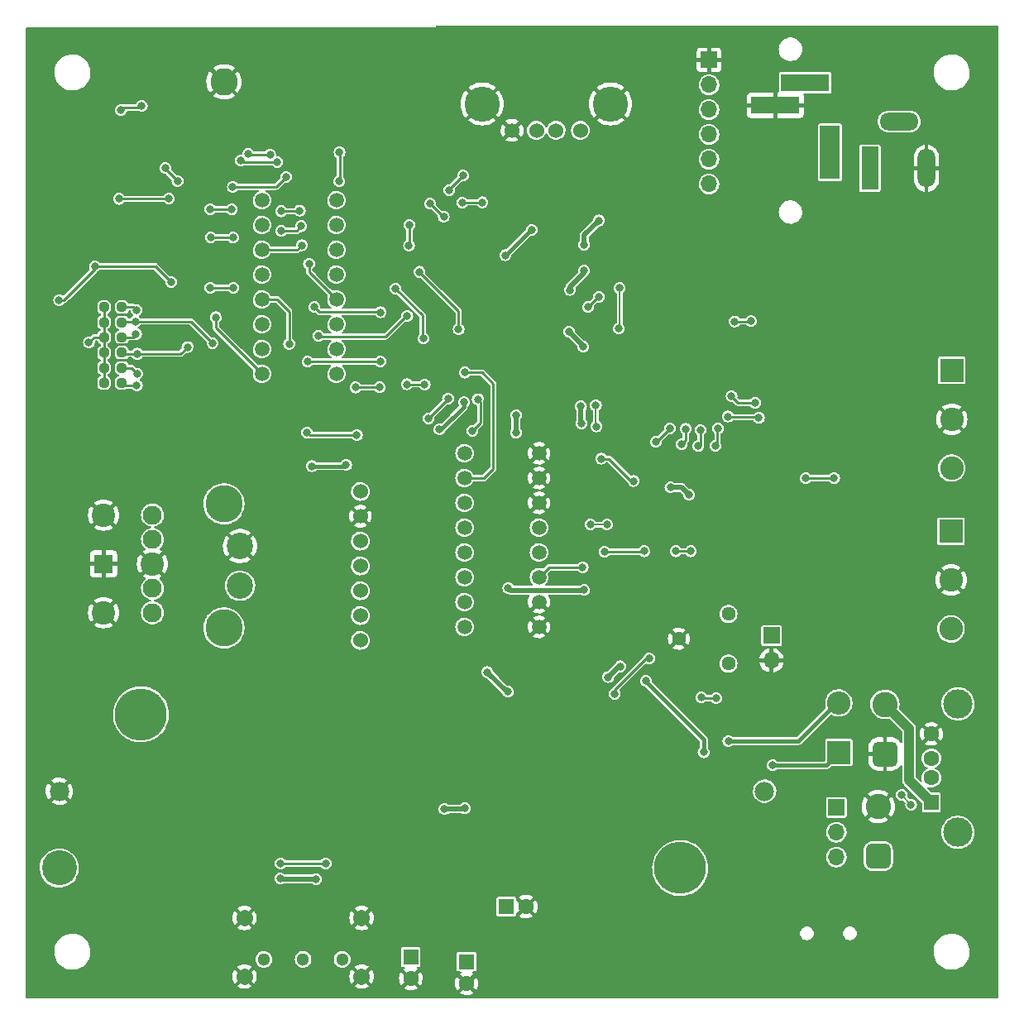
<source format=gbr>
%TF.GenerationSoftware,KiCad,Pcbnew,(6.0.4)*%
%TF.CreationDate,2022-06-30T01:03:10+03:00*%
%TF.ProjectId,test_project_01,74657374-5f70-4726-9f6a-6563745f3031,rev?*%
%TF.SameCoordinates,Original*%
%TF.FileFunction,Copper,L2,Bot*%
%TF.FilePolarity,Positive*%
%FSLAX46Y46*%
G04 Gerber Fmt 4.6, Leading zero omitted, Abs format (unit mm)*
G04 Created by KiCad (PCBNEW (6.0.4)) date 2022-06-30 01:03:10*
%MOMM*%
%LPD*%
G01*
G04 APERTURE LIST*
G04 Aperture macros list*
%AMRoundRect*
0 Rectangle with rounded corners*
0 $1 Rounding radius*
0 $2 $3 $4 $5 $6 $7 $8 $9 X,Y pos of 4 corners*
0 Add a 4 corners polygon primitive as box body*
4,1,4,$2,$3,$4,$5,$6,$7,$8,$9,$2,$3,0*
0 Add four circle primitives for the rounded corners*
1,1,$1+$1,$2,$3*
1,1,$1+$1,$4,$5*
1,1,$1+$1,$6,$7*
1,1,$1+$1,$8,$9*
0 Add four rect primitives between the rounded corners*
20,1,$1+$1,$2,$3,$4,$5,0*
20,1,$1+$1,$4,$5,$6,$7,0*
20,1,$1+$1,$6,$7,$8,$9,0*
20,1,$1+$1,$8,$9,$2,$3,0*%
G04 Aperture macros list end*
%TA.AperFunction,ComponentPad*%
%ADD10O,1.700000X1.700000*%
%TD*%
%TA.AperFunction,ComponentPad*%
%ADD11R,1.700000X1.700000*%
%TD*%
%TA.AperFunction,ComponentPad*%
%ADD12R,2.000000X5.500000*%
%TD*%
%TA.AperFunction,ComponentPad*%
%ADD13R,5.000000X1.800000*%
%TD*%
%TA.AperFunction,ComponentPad*%
%ADD14R,1.600000X1.600000*%
%TD*%
%TA.AperFunction,ComponentPad*%
%ADD15C,1.600000*%
%TD*%
%TA.AperFunction,ComponentPad*%
%ADD16C,1.440000*%
%TD*%
%TA.AperFunction,ComponentPad*%
%ADD17C,1.300000*%
%TD*%
%TA.AperFunction,ComponentPad*%
%ADD18C,1.710000*%
%TD*%
%TA.AperFunction,WasherPad*%
%ADD19C,3.810000*%
%TD*%
%TA.AperFunction,ComponentPad*%
%ADD20C,2.700000*%
%TD*%
%TA.AperFunction,ComponentPad*%
%ADD21C,1.524000*%
%TD*%
%TA.AperFunction,ComponentPad*%
%ADD22R,1.500000X1.600000*%
%TD*%
%TA.AperFunction,ComponentPad*%
%ADD23C,3.000000*%
%TD*%
%TA.AperFunction,ComponentPad*%
%ADD24RoundRect,0.650000X0.650000X-0.650000X0.650000X0.650000X-0.650000X0.650000X-0.650000X-0.650000X0*%
%TD*%
%TA.AperFunction,ComponentPad*%
%ADD25C,2.600000*%
%TD*%
%TA.AperFunction,ComponentPad*%
%ADD26R,2.413000X2.413000*%
%TD*%
%TA.AperFunction,ComponentPad*%
%ADD27C,2.413000*%
%TD*%
%TA.AperFunction,ComponentPad*%
%ADD28C,2.800000*%
%TD*%
%TA.AperFunction,ComponentPad*%
%ADD29C,1.500000*%
%TD*%
%TA.AperFunction,ComponentPad*%
%ADD30R,1.800000X4.400000*%
%TD*%
%TA.AperFunction,ComponentPad*%
%ADD31O,1.800000X4.000000*%
%TD*%
%TA.AperFunction,ComponentPad*%
%ADD32O,4.000000X1.800000*%
%TD*%
%TA.AperFunction,ComponentPad*%
%ADD33R,2.400000X2.400000*%
%TD*%
%TA.AperFunction,ComponentPad*%
%ADD34O,2.400000X2.400000*%
%TD*%
%TA.AperFunction,ComponentPad*%
%ADD35C,1.530000*%
%TD*%
%TA.AperFunction,ComponentPad*%
%ADD36C,3.600000*%
%TD*%
%TA.AperFunction,ComponentPad*%
%ADD37R,1.950000X1.950000*%
%TD*%
%TA.AperFunction,ComponentPad*%
%ADD38C,1.950000*%
%TD*%
%TA.AperFunction,ComponentPad*%
%ADD39C,2.400000*%
%TD*%
%TA.AperFunction,ComponentPad*%
%ADD40C,5.325000*%
%TD*%
%TA.AperFunction,ComponentPad*%
%ADD41C,3.585000*%
%TD*%
%TA.AperFunction,ComponentPad*%
%ADD42C,1.980000*%
%TD*%
%TA.AperFunction,SMDPad,CuDef*%
%ADD43RoundRect,0.237500X0.250000X0.237500X-0.250000X0.237500X-0.250000X-0.237500X0.250000X-0.237500X0*%
%TD*%
%TA.AperFunction,ViaPad*%
%ADD44C,0.800000*%
%TD*%
%TA.AperFunction,Conductor*%
%ADD45C,0.400000*%
%TD*%
%TA.AperFunction,Conductor*%
%ADD46C,0.500000*%
%TD*%
%TA.AperFunction,Conductor*%
%ADD47C,0.250000*%
%TD*%
%TA.AperFunction,Conductor*%
%ADD48C,0.200000*%
%TD*%
%TA.AperFunction,Conductor*%
%ADD49C,1.000000*%
%TD*%
G04 APERTURE END LIST*
D10*
%TO.P,J8,6,Pin_6*%
%TO.N,+3V3*%
X120167400Y-66421000D03*
%TO.P,J8,5,Pin_5*%
%TO.N,/DATA0*%
X120167400Y-63881000D03*
%TO.P,J8,4,Pin_4*%
%TO.N,/reset*%
X120167400Y-61341000D03*
%TO.P,J8,3,Pin_3*%
%TO.N,/RX*%
X120167400Y-58801000D03*
%TO.P,J8,2,Pin_2*%
%TO.N,/TX*%
X120167400Y-56261000D03*
D11*
%TO.P,J8,1,Pin_1*%
%TO.N,GND*%
X120167400Y-53721000D03*
%TD*%
D12*
%TO.P,J4,1*%
%TO.N,/POWER_MEASUREMENTS/source_vcc*%
X132549800Y-63195200D03*
D13*
%TO.P,J4,2*%
%TO.N,GND*%
X126961800Y-58369200D03*
%TO.P,J4,3*%
%TO.N,unconnected-(J4-Pad3)*%
X130009800Y-56083200D03*
%TD*%
D14*
%TO.P,C22,1*%
%TO.N,/Power-IN-OUT-BMS/buck_out*%
X95351600Y-146024600D03*
D15*
%TO.P,C22,2*%
%TO.N,GND*%
X95351600Y-148250000D03*
%TD*%
D16*
%TO.P,RV1,1,1*%
%TO.N,Net-(J13-Pad1)*%
X122162000Y-110439200D03*
%TO.P,RV1,2,2*%
%TO.N,GND*%
X117082000Y-112979200D03*
%TO.P,RV1,3,3*%
%TO.N,/Power-IN-OUT-BMS/Set_charge_current*%
X122162000Y-115519200D03*
%TD*%
D11*
%TO.P,JP2,1,A*%
%TO.N,+5V*%
X133197600Y-130240800D03*
D10*
%TO.P,JP2,2,C*%
%TO.N,/POWER_MEASUREMENTS/mini_power_source*%
X133197600Y-132780800D03*
%TO.P,JP2,3,B*%
%TO.N,/POWER_MEASUREMENTS/ext_5v*%
X133197600Y-135320800D03*
%TD*%
D15*
%TO.P,C21,2*%
%TO.N,GND*%
X89636600Y-147750000D03*
D14*
%TO.P,C21,1*%
%TO.N,/Power-IN-OUT-BMS/buck_out*%
X89636600Y-145542000D03*
%TD*%
D17*
%TO.P,S3,1,PIN1*%
%TO.N,/Power-IN-OUT-BMS/buck_out*%
X82613000Y-145790500D03*
%TO.P,S3,2,COM*%
%TO.N,+3V3*%
X78613000Y-145790500D03*
%TO.P,S3,3,PIN2*%
%TO.N,/Power-IN-OUT-BMS/lin_reg*%
X74613000Y-145790500D03*
D18*
%TO.P,S3,MH1,MH1*%
%TO.N,GND*%
X84613000Y-141540500D03*
%TO.P,S3,MH2,MH2*%
X84613000Y-147540500D03*
%TO.P,S3,MH3,MH3*%
X72613000Y-147540500D03*
%TO.P,S3,MH4,MH4*%
X72613000Y-141540500D03*
%TD*%
D19*
%TO.P,U4,*%
%TO.N,*%
X70510400Y-99161600D03*
X70510400Y-111861600D03*
D20*
%TO.P,U4,1,speaker+*%
%TO.N,Net-(J1-Pad2)*%
X72161400Y-107543600D03*
%TO.P,U4,2,speaker-*%
%TO.N,GND*%
X72161400Y-103479600D03*
D21*
%TO.P,U4,3,VDD*%
%TO.N,+VDC*%
X84480400Y-97891600D03*
%TO.P,U4,4,VSS*%
%TO.N,GND*%
X84480400Y-100431600D03*
%TO.P,U4,5,LRC_(Left/Right_Clock*%
%TO.N,/LRC*%
X84480400Y-113131600D03*
%TO.P,U4,6,BCLK_(Bit_Clock)*%
%TO.N,/BCLK*%
X84480400Y-110591600D03*
%TO.P,U4,7,DIN_(Data_In)*%
%TO.N,/DATA_IN*%
X84480400Y-108051600D03*
%TO.P,U4,8,GAIN*%
%TO.N,/gain*%
X84480400Y-105511600D03*
%TO.P,U4,9,SD_/_MODE*%
%TO.N,/on{slash}off+mode*%
X84480400Y-102971600D03*
%TD*%
D22*
%TO.P,J9,1,VBUS*%
%TO.N,/POWER_MEASUREMENTS/mini_power_load*%
X142925200Y-129712600D03*
D15*
%TO.P,J9,2,D-*%
%TO.N,/POWER_MEASUREMENTS/D2-*%
X142925200Y-127212600D03*
%TO.P,J9,3,D+*%
%TO.N,/POWER_MEASUREMENTS/D2+*%
X142925200Y-125212600D03*
%TO.P,J9,4,GND*%
%TO.N,GND*%
X142925200Y-122712600D03*
D23*
%TO.P,J9,5,Shield*%
%TO.N,Net-(C10-Pad1)*%
X145635200Y-132782600D03*
X145635200Y-119642600D03*
%TD*%
D24*
%TO.P,J11,1,Pin_1*%
%TO.N,/POWER_MEASUREMENTS/ext_5v*%
X137490200Y-135229600D03*
D25*
%TO.P,J11,2,Pin_2*%
%TO.N,GND*%
X137490200Y-130149600D03*
%TD*%
D24*
%TO.P,J12,1,Pin_1*%
%TO.N,GND*%
X138176000Y-124764800D03*
D25*
%TO.P,J12,2,Pin_2*%
%TO.N,/POWER_MEASUREMENTS/mini_power_load*%
X138176000Y-119684800D03*
%TD*%
D26*
%TO.P,J7,1,Pin_1*%
%TO.N,/POWER_MEASUREMENTS/load_vcc*%
X144940020Y-101959410D03*
D27*
%TO.P,J7,2,Pin_2*%
%TO.N,GND*%
X144940020Y-106958130D03*
%TO.P,J7,3,Pin_3*%
%TO.N,unconnected-(J7-Pad3)*%
X144940020Y-111959390D03*
%TD*%
D28*
%TO.P,U1,36,GND*%
%TO.N,GND*%
X70512600Y-55956200D03*
%TD*%
D26*
%TO.P,J6,1,Pin_1*%
%TO.N,/POWER_MEASUREMENTS/source_vcc*%
X145008600Y-85496400D03*
D27*
%TO.P,J6,2,Pin_2*%
%TO.N,GND*%
X145008600Y-90495120D03*
%TO.P,J6,3,Pin_3*%
%TO.N,unconnected-(J6-Pad3)*%
X145008600Y-95496380D03*
%TD*%
D29*
%TO.P,S2,1,COM_1*%
%TO.N,/GPIO9*%
X95148400Y-93980000D03*
%TO.P,S2,2,NO_1*%
%TO.N,GND*%
X102768400Y-93980000D03*
%TO.P,S2,3,COM_2*%
%TO.N,/A1*%
X95148400Y-96520000D03*
%TO.P,S2,4,NO_2*%
%TO.N,GND*%
X102768400Y-96520000D03*
%TO.P,S2,5,COM_3*%
%TO.N,/A0*%
X95148400Y-99060000D03*
%TO.P,S2,6,NO_3*%
%TO.N,GND*%
X102768400Y-99060000D03*
%TO.P,S2,7,COM_4*%
%TO.N,+VDC*%
X95148400Y-101600000D03*
%TO.P,S2,8,NO_4*%
%TO.N,3v3_enable*%
X102768400Y-101600000D03*
%TO.P,S2,9,COM_5*%
%TO.N,unconnected-(S2-Pad9)*%
X95148400Y-104140000D03*
%TO.P,S2,10,NO_5*%
%TO.N,unconnected-(S2-Pad10)*%
X102768400Y-104140000D03*
%TO.P,S2,11,COM_6*%
%TO.N,Net-(R8-Pad2)*%
X95148400Y-106680000D03*
%TO.P,S2,12,NO_6*%
%TO.N,+3V3*%
X102768400Y-106680000D03*
%TO.P,S2,13,COM_7*%
%TO.N,/gain*%
X95148400Y-109220000D03*
%TO.P,S2,14,NO_7*%
%TO.N,GND*%
X102768400Y-109220000D03*
%TO.P,S2,15,COM_8*%
%TO.N,Net-(R9-Pad2)*%
X95148400Y-111760000D03*
%TO.P,S2,16,NO_8*%
%TO.N,GND*%
X102768400Y-111760000D03*
%TD*%
D30*
%TO.P,J5,1*%
%TO.N,/POWER_MEASUREMENTS/source_vcc*%
X136626600Y-64811200D03*
D31*
%TO.P,J5,2*%
%TO.N,GND*%
X142426600Y-64811200D03*
D32*
%TO.P,J5,3*%
%TO.N,unconnected-(J5-Pad3)*%
X139626600Y-60011200D03*
%TD*%
D33*
%TO.P,D4,1,K*%
%TO.N,Power_in+*%
X133451600Y-124617200D03*
D34*
%TO.P,D4,2,A*%
%TO.N,+5V*%
X133451600Y-119537200D03*
%TD*%
D11*
%TO.P,J13,1,Pin_1*%
%TO.N,Net-(J13-Pad1)*%
X126568200Y-112644000D03*
D10*
%TO.P,J13,2,Pin_2*%
%TO.N,GND*%
X126568200Y-115184000D03*
%TD*%
D14*
%TO.P,C19,1*%
%TO.N,/Power-IN-OUT-BMS/buck/buck_input_filtered*%
X99415600Y-140385800D03*
D15*
%TO.P,C19,2*%
%TO.N,GND*%
X101415600Y-140385800D03*
%TD*%
D35*
%TO.P,J2,1,1*%
%TO.N,VBUS*%
X107010200Y-60934600D03*
%TO.P,J2,2,2*%
%TO.N,D-*%
X104510200Y-60934600D03*
%TO.P,J2,3,3*%
%TO.N,D+*%
X102510200Y-60934600D03*
%TO.P,J2,4,4*%
%TO.N,GND*%
X100010200Y-60934600D03*
D36*
%TO.P,J2,MH1,MH1*%
X110080200Y-58224600D03*
%TO.P,J2,MH2,MH2*%
X96940200Y-58224600D03*
%TD*%
D29*
%TO.P,S1,1,COM_1*%
%TO.N,unconnected-(S1-Pad1)*%
X74422000Y-68072000D03*
%TO.P,S1,2,NO_1*%
%TO.N,unconnected-(S1-Pad2)*%
X82042000Y-68072000D03*
%TO.P,S1,3,COM_2*%
%TO.N,unconnected-(S1-Pad3)*%
X74422000Y-70612000D03*
%TO.P,S1,4,NO_2*%
%TO.N,unconnected-(S1-Pad4)*%
X82042000Y-70612000D03*
%TO.P,S1,5,COM_3*%
%TO.N,/SPI1_MISO*%
X74422000Y-73152000D03*
%TO.P,S1,6,NO_3*%
%TO.N,/GPIO8*%
X82042000Y-73152000D03*
%TO.P,S1,7,COM_4*%
X74422000Y-75692000D03*
%TO.P,S1,8,NO_4*%
%TO.N,/DATA_IN*%
X82042000Y-75692000D03*
%TO.P,S1,9,COM_5*%
%TO.N,/SPI1_CLK*%
X74422000Y-78232000D03*
%TO.P,S1,10,NO_5*%
%TO.N,/GPIO9*%
X82042000Y-78232000D03*
%TO.P,S1,11,COM_6*%
X74422000Y-80772000D03*
%TO.P,S1,12,NO_6*%
%TO.N,/BCLK*%
X82042000Y-80772000D03*
%TO.P,S1,13,COM_7*%
%TO.N,/SPI1_MOSI*%
X74422000Y-83312000D03*
%TO.P,S1,14,NO_7*%
%TO.N,/GPIO10*%
X82042000Y-83312000D03*
%TO.P,S1,15,COM_8*%
X74422000Y-85852000D03*
%TO.P,S1,16,NO_8*%
%TO.N,/LRC*%
X82042000Y-85852000D03*
%TD*%
D37*
%TO.P,J1,1,1*%
%TO.N,GND*%
X58200200Y-105308400D03*
D38*
%TO.P,J1,2,2*%
%TO.N,Net-(J1-Pad2)*%
X63200200Y-100308400D03*
%TO.P,J1,3,3*%
%TO.N,unconnected-(J1-Pad3)*%
X63200200Y-102808400D03*
%TO.P,J1,4,4*%
%TO.N,unconnected-(J1-Pad4)*%
X63200200Y-107808400D03*
%TO.P,J1,5,5*%
%TO.N,Net-(J1-Pad2)*%
X63200200Y-110308400D03*
D39*
%TO.P,J1,MH1,MH1*%
%TO.N,GND*%
X58200200Y-100308400D03*
%TO.P,J1,MH2,MH2*%
X58200200Y-110308400D03*
%TO.P,J1,MH3,MH3*%
X63200200Y-105308400D03*
%TD*%
D40*
%TO.P,U7,MH3,MH3*%
%TO.N,unconnected-(U7-PadMH3)*%
X62017000Y-120704800D03*
D41*
%TO.P,U7,MH2,MH2*%
%TO.N,unconnected-(U7-PadMH2)*%
X53657000Y-136444800D03*
D40*
%TO.P,U7,MH1,MH1*%
%TO.N,unconnected-(U7-PadMH1)*%
X117217000Y-136444800D03*
D42*
%TO.P,U7,2,-*%
%TO.N,GND*%
X53657000Y-128574800D03*
%TO.P,U7,1,+*%
%TO.N,+BATT*%
X125857000Y-128574800D03*
%TD*%
D43*
%TO.P,R11,1*%
%TO.N,/DATA0*%
X60071600Y-85242400D03*
%TO.P,R11,2*%
%TO.N,+3V3*%
X58246600Y-85242400D03*
%TD*%
%TO.P,R10,1*%
%TO.N,/GPIO1*%
X60069100Y-83693000D03*
%TO.P,R10,2*%
%TO.N,+3V3*%
X58244100Y-83693000D03*
%TD*%
%TO.P,R5,1*%
%TO.N,/DATA3*%
X60071600Y-80568800D03*
%TO.P,R5,2*%
%TO.N,+3V3*%
X58246600Y-80568800D03*
%TD*%
%TO.P,R14,1*%
%TO.N,/DATA2*%
X60071600Y-79019400D03*
%TO.P,R14,2*%
%TO.N,+3V3*%
X58246600Y-79019400D03*
%TD*%
%TO.P,R15,1*%
%TO.N,/DATA1*%
X60069100Y-86766400D03*
%TO.P,R15,2*%
%TO.N,+3V3*%
X58244100Y-86766400D03*
%TD*%
%TO.P,R7,1*%
%TO.N,/GPIO2*%
X60071600Y-82092800D03*
%TO.P,R7,2*%
%TO.N,+3V3*%
X58246600Y-82092800D03*
%TD*%
D44*
%TO.N,GND*%
X78587600Y-53898800D03*
X97256600Y-140843000D03*
X65735200Y-58547000D03*
X71983600Y-59537600D03*
X67284600Y-53035200D03*
%TO.N,+5V*%
X107391200Y-72644000D03*
X108889800Y-70154800D03*
%TO.N,/reset*%
X82346800Y-63189580D03*
X82321400Y-66141600D03*
X76372180Y-71221600D03*
X78435200Y-70739000D03*
X71450200Y-71907400D03*
X69164200Y-71882000D03*
X64871600Y-67894200D03*
X59766200Y-67945000D03*
%TO.N,/GPIO5*%
X93019099Y-69778099D03*
X91592400Y-68427600D03*
%TO.N,/DATA0*%
X94987958Y-65565442D03*
X93578045Y-67035045D03*
X76372180Y-69215000D03*
X78270700Y-69138800D03*
X71323200Y-69011800D03*
X64516000Y-64795400D03*
X69113400Y-68986400D03*
X65764899Y-66120499D03*
%TO.N,+3V3*%
X99309342Y-73715458D03*
X102006400Y-71120000D03*
%TO.N,GND*%
X79451200Y-52501800D03*
X74599800Y-59664600D03*
X69215000Y-59207400D03*
X66827400Y-56515000D03*
X66751200Y-55245000D03*
X73964800Y-55803800D03*
X74828400Y-53111400D03*
X75209400Y-55143400D03*
X75158600Y-56870600D03*
X65659000Y-54457600D03*
X65684400Y-56845200D03*
X66471800Y-59563000D03*
X68097400Y-59715400D03*
X70586600Y-59690000D03*
X73380600Y-59207400D03*
X75209400Y-58470800D03*
X64516000Y-81686400D03*
%TO.N,+VDC*%
X118123300Y-98247200D03*
X116224780Y-97485200D03*
%TO.N,ADC_CH4*%
X119278400Y-91604500D03*
X119075200Y-93243400D03*
%TO.N,Net-(R42-Pad1)*%
X117373400Y-93053500D03*
%TO.N,+3V3*%
X132969000Y-96520000D03*
X130073400Y-96538100D03*
X118313200Y-104013000D03*
X116775900Y-104013000D03*
X113512600Y-104013000D03*
X109474000Y-104063800D03*
X107238800Y-105664000D03*
%TO.N,Net-(R33-Pad2)*%
X114046000Y-114985800D03*
X110515400Y-118618000D03*
%TO.N,Power_in+*%
X111023400Y-77063600D03*
X110947200Y-81229200D03*
X108661200Y-91236800D03*
X108585000Y-89077800D03*
X108026200Y-101244400D03*
X109702600Y-101295200D03*
%TO.N,ADC_CH1*%
X125270740Y-90347800D03*
X122097800Y-90220800D03*
%TO.N,ADC_CH3*%
X124460000Y-80467200D03*
X122809000Y-80492600D03*
%TO.N,GND*%
X88392000Y-101244400D03*
%TO.N,+5V*%
X109855000Y-116890800D03*
X111074200Y-115798600D03*
X107111800Y-90932000D03*
X107289600Y-83083400D03*
X105816400Y-81534000D03*
X107061000Y-89179400D03*
X107391200Y-75311000D03*
X105918000Y-77266800D03*
%TO.N,GND*%
X97256600Y-95300800D03*
X98348800Y-96596200D03*
X97205800Y-87401400D03*
X98780600Y-86461600D03*
%TO.N,+3V3*%
X95072200Y-88773000D03*
X92583000Y-91541600D03*
%TO.N,GND*%
X86563200Y-80873600D03*
%TO.N,/P3*%
X94538800Y-81305400D03*
X90525600Y-75412600D03*
X89458800Y-72708100D03*
X89484200Y-70612000D03*
%TO.N,GND*%
X85267800Y-70891400D03*
%TO.N,/A0*%
X95961200Y-91668600D03*
X96494600Y-88442800D03*
%TO.N,+3V3*%
X79514100Y-95300800D03*
X83020500Y-95199200D03*
%TO.N,GND*%
X58775600Y-142494000D03*
X58826400Y-146786600D03*
X71196200Y-144348200D03*
X69443600Y-142976600D03*
%TO.N,+VDC*%
X99593400Y-118389400D03*
X97485200Y-116382800D03*
%TO.N,GND*%
X104431500Y-106730800D03*
%TO.N,+VDC*%
X99618800Y-107797600D03*
X107391200Y-107975400D03*
%TO.N,GND*%
X91033600Y-126136400D03*
X68402200Y-80619600D03*
X67589400Y-82143600D03*
X65532000Y-79578200D03*
X66014600Y-81737200D03*
X84759800Y-78689200D03*
X84937600Y-88544400D03*
X84861400Y-85928200D03*
X84861400Y-83210400D03*
X75844400Y-79578200D03*
X77876400Y-78536800D03*
X84759800Y-80746600D03*
%TO.N,/SPI1_CLK*%
X77190600Y-82778600D03*
X79070200Y-84607400D03*
X86512400Y-84582000D03*
X91059000Y-86944200D03*
X89230200Y-86918800D03*
%TO.N,ADC_CH0*%
X124891800Y-88798400D03*
X122473180Y-88138000D03*
%TO.N,ADC_CH2*%
X121081800Y-91440000D03*
X120802400Y-93218000D03*
%TO.N,Net-(R42-Pad1)*%
X117779800Y-91490800D03*
%TO.N,ADC_CH5*%
X116158499Y-91435701D03*
X114706400Y-92811600D03*
%TO.N,Net-(R24-Pad2)*%
X112420400Y-96824800D03*
X109118400Y-94538800D03*
%TO.N,GND*%
X116560600Y-71780400D03*
X116078000Y-74041000D03*
X114198400Y-81762600D03*
X124942600Y-99085400D03*
X124917200Y-97536000D03*
%TO.N,Power_in+*%
X119608600Y-124587000D03*
X113690400Y-117297200D03*
%TO.N,GND*%
X112953800Y-98399600D03*
X77266800Y-138531600D03*
X77241400Y-134772400D03*
%TO.N,+VDC*%
X95173800Y-130327400D03*
X93091000Y-130403600D03*
X76276200Y-137490200D03*
X79933800Y-137566400D03*
%TO.N,GND*%
X59766200Y-143281400D03*
X59766200Y-144500600D03*
X59766200Y-145872200D03*
X96951800Y-74523600D03*
%TO.N,/SPI1_MOSI*%
X108889800Y-77978000D03*
X107767901Y-79023699D03*
X93450899Y-88387701D03*
X91461101Y-90402899D03*
X79019400Y-91846400D03*
X84124800Y-92151200D03*
%TO.N,/SPI1_MISO*%
X94906500Y-68326000D03*
X96965100Y-68300600D03*
X78486000Y-72694800D03*
%TO.N,+VDC*%
X100431600Y-90068400D03*
X100406200Y-91871800D03*
%TO.N,GND*%
X92252800Y-132588000D03*
X92760800Y-136194800D03*
%TO.N,TE*%
X120878600Y-119075200D03*
X119380000Y-118973600D03*
%TO.N,GND*%
X92811600Y-85623400D03*
X88468200Y-82321400D03*
X126746000Y-88417400D03*
X133197600Y-142468600D03*
X142748000Y-136169400D03*
X142697200Y-137820400D03*
X139344400Y-140563600D03*
X139293600Y-146100800D03*
X125272800Y-146151600D03*
X125298200Y-140563600D03*
X129819400Y-136575800D03*
X124104400Y-133604000D03*
X122402600Y-133985000D03*
X115697000Y-130378200D03*
X129540000Y-90779600D03*
X130708400Y-89230200D03*
X136271000Y-98044000D03*
X134493000Y-91922600D03*
X129590800Y-95148400D03*
X64490600Y-84759800D03*
X67310000Y-87934800D03*
X53568600Y-86385400D03*
X52171600Y-78968600D03*
X66294000Y-73304400D03*
X75311000Y-52095400D03*
X73710800Y-52044600D03*
X72085200Y-52654200D03*
X70510400Y-51968400D03*
X68910200Y-52628800D03*
X67310000Y-52019200D03*
X65709800Y-51866800D03*
X73939400Y-53949600D03*
X67030600Y-54279800D03*
X67005200Y-57937400D03*
X74041000Y-57886600D03*
X78511400Y-51079400D03*
X66040000Y-53187600D03*
X59029600Y-54356000D03*
X59004200Y-52806600D03*
X59004200Y-51257200D03*
X77724000Y-62890400D03*
X78587600Y-61772800D03*
X78536800Y-60731400D03*
X62966600Y-62941200D03*
X62280800Y-62153800D03*
X64566800Y-62992000D03*
X62204600Y-60883800D03*
X62255400Y-59740800D03*
X67310000Y-62915800D03*
X98856800Y-92633800D03*
X97256600Y-92659200D03*
X59105800Y-75615800D03*
X59105800Y-73533000D03*
X72771000Y-67487800D03*
X72847200Y-65608200D03*
%TO.N,SDA*%
X72246670Y-64017889D03*
X75971400Y-64173700D03*
%TO.N,SCL*%
X75237100Y-63449200D03*
X72988100Y-63347600D03*
%TO.N,/GPIO9*%
X83972400Y-87249000D03*
X86449500Y-87223600D03*
%TO.N,/DATA3*%
X89281000Y-79933800D03*
X69333600Y-82694000D03*
X80187800Y-81940400D03*
%TO.N,/SD_sense*%
X86563200Y-79552800D03*
X79781400Y-79019400D03*
X71475600Y-77038200D03*
X69113400Y-77038200D03*
X65100200Y-76454000D03*
%TO.N,/GPIO10*%
X69672200Y-80060800D03*
%TO.N,/GPIO5*%
X76860400Y-65684400D03*
X71424800Y-66725800D03*
%TO.N,/GPIO9*%
X79222600Y-74574400D03*
%TO.N,/GPIO1*%
X66776600Y-83108800D03*
%TO.N,GND*%
X56083200Y-62306200D03*
X110236000Y-84251800D03*
X112877600Y-64998600D03*
X116509800Y-88976200D03*
X106248200Y-65227200D03*
X117729000Y-123240800D03*
X127318100Y-124790200D03*
X115112800Y-89027000D03*
X114904162Y-123109931D03*
X126136400Y-121513600D03*
X52552600Y-64973200D03*
%TO.N,+3V3*%
X56692800Y-82651600D03*
%TO.N,Net-(IC1-Pad9)*%
X90932000Y-82219800D03*
X88087200Y-77114400D03*
%TO.N,+5V*%
X122148600Y-123444000D03*
%TO.N,/A1*%
X95173800Y-85725000D03*
%TO.N,/DATA3*%
X61442600Y-80492600D03*
%TO.N,/reset*%
X59969400Y-58877200D03*
X62103000Y-58445400D03*
%TO.N,/DATA2*%
X61569600Y-79324200D03*
%TO.N,/DATA0*%
X61620400Y-85826600D03*
%TO.N,/DATA1*%
X61595000Y-87045800D03*
%TO.N,/SD_sense*%
X57302400Y-74828400D03*
X53644800Y-78308200D03*
%TO.N,/POWER_MEASUREMENTS/D2+*%
X139889263Y-128935335D03*
X140851238Y-129951846D03*
%TO.N,Power_in+*%
X126695200Y-125933200D03*
%TO.N,3v3_enable*%
X80924400Y-135966200D03*
X76327000Y-135966200D03*
%TO.N,/GPIO2*%
X61518800Y-81762600D03*
%TO.N,/GPIO1*%
X61645800Y-83794600D03*
%TD*%
D45*
%TO.N,+3V3*%
X82918900Y-95300800D02*
X79514100Y-95300800D01*
X83020500Y-95199200D02*
X82918900Y-95300800D01*
D46*
%TO.N,+5V*%
X107391200Y-75488800D02*
X105918000Y-76962000D01*
X107391200Y-75311000D02*
X107391200Y-75488800D01*
X105918000Y-76962000D02*
X105918000Y-77266800D01*
%TO.N,+VDC*%
X107365800Y-108000800D02*
X99822000Y-108000800D01*
X99822000Y-108000800D02*
X99618800Y-107797600D01*
X107391200Y-107975400D02*
X107365800Y-108000800D01*
D47*
%TO.N,ADC_CH5*%
X114782600Y-92811600D02*
X116158499Y-91435701D01*
X114706400Y-92811600D02*
X114782600Y-92811600D01*
D46*
%TO.N,+VDC*%
X117361300Y-97485200D02*
X116224780Y-97485200D01*
X118123300Y-98247200D02*
X117361300Y-97485200D01*
D47*
%TO.N,/reset*%
X82372200Y-66090800D02*
X82321400Y-66141600D01*
X82372200Y-63214980D02*
X82372200Y-66090800D01*
X82346800Y-63189580D02*
X82372200Y-63214980D01*
%TO.N,/DATA0*%
X93578045Y-66975355D02*
X93578045Y-67035045D01*
X94987958Y-65565442D02*
X93578045Y-66975355D01*
D46*
%TO.N,+5V*%
X107391200Y-71653400D02*
X107391200Y-72644000D01*
X108889800Y-70154800D02*
X107391200Y-71653400D01*
D45*
%TO.N,+3V3*%
X92735400Y-91541600D02*
X92583000Y-91541600D01*
X95072200Y-89204800D02*
X92735400Y-91541600D01*
X95072200Y-88773000D02*
X95072200Y-89204800D01*
D47*
%TO.N,/SPI1_MOSI*%
X93450899Y-88438501D02*
X93450899Y-88387701D01*
X91461101Y-90402899D02*
X91486501Y-90402899D01*
X91486501Y-90402899D02*
X93450899Y-88438501D01*
%TO.N,/SPI1_CLK*%
X91033600Y-86918800D02*
X89230200Y-86918800D01*
X91059000Y-86944200D02*
X91033600Y-86918800D01*
%TO.N,/GPIO9*%
X86449500Y-87223600D02*
X86424100Y-87249000D01*
X86424100Y-87249000D02*
X83972400Y-87249000D01*
%TO.N,/reset*%
X61925200Y-58623200D02*
X60223400Y-58623200D01*
X62103000Y-58445400D02*
X61925200Y-58623200D01*
X60223400Y-58623200D02*
X59969400Y-58877200D01*
%TO.N,/SPI1_MISO*%
X94931900Y-68300600D02*
X94906500Y-68326000D01*
X96965100Y-68300600D02*
X94931900Y-68300600D01*
X78028800Y-73152000D02*
X74422000Y-73152000D01*
X78486000Y-72694800D02*
X78028800Y-73152000D01*
%TO.N,/reset*%
X77952600Y-71221600D02*
X78435200Y-70739000D01*
X76372180Y-71221600D02*
X77952600Y-71221600D01*
%TO.N,/DATA0*%
X78194500Y-69215000D02*
X76372180Y-69215000D01*
X78270700Y-69138800D02*
X78194500Y-69215000D01*
%TO.N,/reset*%
X69164200Y-71882000D02*
X71424800Y-71882000D01*
X71424800Y-71882000D02*
X71450200Y-71907400D01*
%TO.N,/GPIO5*%
X75844400Y-66700400D02*
X71450200Y-66700400D01*
X71450200Y-66700400D02*
X71424800Y-66725800D01*
X76860400Y-65684400D02*
X75844400Y-66700400D01*
%TO.N,/reset*%
X59766200Y-67945000D02*
X64820800Y-67945000D01*
X64820800Y-67945000D02*
X64871600Y-67894200D01*
%TO.N,/GPIO5*%
X92942899Y-69778099D02*
X91592400Y-68427600D01*
X93019099Y-69778099D02*
X92942899Y-69778099D01*
%TO.N,/DATA0*%
X71297800Y-68986400D02*
X71323200Y-69011800D01*
X69113400Y-68986400D02*
X71297800Y-68986400D01*
X64516000Y-64871600D02*
X65764899Y-66120499D01*
X64516000Y-64795400D02*
X64516000Y-64871600D01*
D45*
%TO.N,+3V3*%
X101930200Y-71120000D02*
X99334742Y-73715458D01*
X102006400Y-71120000D02*
X101930200Y-71120000D01*
X99334742Y-73715458D02*
X99309342Y-73715458D01*
D47*
%TO.N,ADC_CH2*%
X121031000Y-91490800D02*
X121031000Y-92989400D01*
X121031000Y-92989400D02*
X120802400Y-93218000D01*
X121081800Y-91440000D02*
X121031000Y-91490800D01*
%TO.N,Net-(R42-Pad1)*%
X117779800Y-92647100D02*
X117779800Y-91490800D01*
X117373400Y-93053500D02*
X117779800Y-92647100D01*
%TO.N,ADC_CH4*%
X119278400Y-91604500D02*
X119278400Y-93040200D01*
X119278400Y-93040200D02*
X119075200Y-93243400D01*
%TO.N,+3V3*%
X118313200Y-104013000D02*
X116775900Y-104013000D01*
X132950900Y-96538100D02*
X132969000Y-96520000D01*
X113461800Y-104063800D02*
X113512600Y-104013000D01*
X130073400Y-96538100D02*
X132950900Y-96538100D01*
X109474000Y-104063800D02*
X113461800Y-104063800D01*
X103784400Y-105664000D02*
X107238800Y-105664000D01*
X102768400Y-106680000D02*
X103784400Y-105664000D01*
%TO.N,Net-(R33-Pad2)*%
X113741200Y-114985800D02*
X114046000Y-114985800D01*
X110515400Y-118211600D02*
X113741200Y-114985800D01*
X110515400Y-118618000D02*
X110515400Y-118211600D01*
D45*
%TO.N,Power_in+*%
X113690400Y-117348000D02*
X119634000Y-123291600D01*
X113690400Y-117297200D02*
X113690400Y-117348000D01*
X119634000Y-123291600D02*
X119634000Y-124561600D01*
X119634000Y-124561600D02*
X119608600Y-124587000D01*
D47*
%TO.N,/SPI1_MOSI*%
X107767901Y-79023699D02*
X108813600Y-77978000D01*
X108813600Y-77978000D02*
X108889800Y-77978000D01*
D46*
%TO.N,+5V*%
X107289600Y-83007200D02*
X105816400Y-81534000D01*
X107289600Y-83083400D02*
X107289600Y-83007200D01*
D48*
%TO.N,Power_in+*%
X111023400Y-81153000D02*
X111023400Y-77063600D01*
X110947200Y-81229200D02*
X111023400Y-81153000D01*
X108585000Y-91160600D02*
X108585000Y-89077800D01*
X108661200Y-91236800D02*
X108585000Y-91160600D01*
X108077000Y-101295200D02*
X108026200Y-101244400D01*
X109702600Y-101295200D02*
X108077000Y-101295200D01*
D47*
%TO.N,ADC_CH1*%
X122174000Y-90297000D02*
X125219940Y-90297000D01*
X125219940Y-90297000D02*
X125270740Y-90347800D01*
X122097800Y-90220800D02*
X122174000Y-90297000D01*
%TO.N,ADC_CH0*%
X124891800Y-88798400D02*
X123133580Y-88798400D01*
X123133580Y-88798400D02*
X122473180Y-88138000D01*
%TO.N,ADC_CH3*%
X122809000Y-80492600D02*
X124434600Y-80492600D01*
X124434600Y-80492600D02*
X124460000Y-80467200D01*
D46*
%TO.N,+5V*%
X110947200Y-115798600D02*
X109855000Y-116890800D01*
X111074200Y-115798600D02*
X110947200Y-115798600D01*
X107061000Y-90881200D02*
X107111800Y-90932000D01*
X107061000Y-89179400D02*
X107061000Y-90881200D01*
D47*
%TO.N,/A1*%
X98094800Y-95554800D02*
X97129600Y-96520000D01*
X98094800Y-86893400D02*
X98094800Y-95554800D01*
X97129600Y-96520000D02*
X95148400Y-96520000D01*
X96926400Y-85725000D02*
X98094800Y-86893400D01*
X95173800Y-85725000D02*
X96926400Y-85725000D01*
%TO.N,/A0*%
X96748600Y-90881200D02*
X95961200Y-91668600D01*
X96748600Y-88696800D02*
X96748600Y-90881200D01*
X96494600Y-88442800D02*
X96748600Y-88696800D01*
%TO.N,/DATA3*%
X80289400Y-82042000D02*
X80187800Y-81940400D01*
X87045800Y-82042000D02*
X80289400Y-82042000D01*
X89281000Y-79933800D02*
X89154000Y-79933800D01*
X89154000Y-79933800D02*
X87045800Y-82042000D01*
%TO.N,/P3*%
X90525600Y-75412600D02*
X94538800Y-79425800D01*
X94538800Y-79425800D02*
X94538800Y-81305400D01*
X89484200Y-72682700D02*
X89458800Y-72708100D01*
X89484200Y-70612000D02*
X89484200Y-72682700D01*
D46*
%TO.N,+VDC*%
X99491800Y-118389400D02*
X99593400Y-118389400D01*
X97485200Y-116382800D02*
X99491800Y-118389400D01*
D47*
%TO.N,/SD_sense*%
X69138800Y-77063600D02*
X71450200Y-77063600D01*
X69113400Y-77038200D02*
X69138800Y-77063600D01*
X71450200Y-77063600D02*
X71475600Y-77038200D01*
%TO.N,/GPIO10*%
X69672200Y-81102200D02*
X74422000Y-85852000D01*
X69672200Y-80060800D02*
X69672200Y-81102200D01*
%TO.N,/GPIO1*%
X66090800Y-83794600D02*
X61645800Y-83794600D01*
X66776600Y-83108800D02*
X66090800Y-83794600D01*
%TO.N,/SD_sense*%
X86512400Y-79502000D02*
X80264000Y-79502000D01*
X86563200Y-79552800D02*
X86512400Y-79502000D01*
X80264000Y-79502000D02*
X79781400Y-79019400D01*
%TO.N,/SPI1_CLK*%
X75946000Y-78232000D02*
X74422000Y-78232000D01*
X77190600Y-79476600D02*
X75946000Y-78232000D01*
X77190600Y-82778600D02*
X77190600Y-79476600D01*
X86487000Y-84607400D02*
X79070200Y-84607400D01*
X86512400Y-84582000D02*
X86487000Y-84607400D01*
%TO.N,Net-(R24-Pad2)*%
X112217200Y-96824800D02*
X109931200Y-94538800D01*
X109931200Y-94538800D02*
X109118400Y-94538800D01*
X112420400Y-96824800D02*
X112217200Y-96824800D01*
D46*
%TO.N,+VDC*%
X76352400Y-137566400D02*
X79933800Y-137566400D01*
X76276200Y-137490200D02*
X76352400Y-137566400D01*
D47*
%TO.N,3v3_enable*%
X76337200Y-135956000D02*
X76327000Y-135966200D01*
X80924400Y-135966200D02*
X80914200Y-135956000D01*
X80914200Y-135956000D02*
X76337200Y-135956000D01*
D46*
%TO.N,+VDC*%
X95097600Y-130403600D02*
X95173800Y-130327400D01*
X93091000Y-130403600D02*
X95097600Y-130403600D01*
D47*
%TO.N,/SPI1_MOSI*%
X79019400Y-91846400D02*
X79324200Y-92151200D01*
X79324200Y-92151200D02*
X84124800Y-92151200D01*
D46*
%TO.N,+VDC*%
X100406200Y-90093800D02*
X100431600Y-90068400D01*
X100406200Y-91871800D02*
X100406200Y-90093800D01*
D47*
%TO.N,TE*%
X119481600Y-119075200D02*
X119380000Y-118973600D01*
X120878600Y-119075200D02*
X119481600Y-119075200D01*
D45*
%TO.N,+5V*%
X133192800Y-119537200D02*
X133451600Y-119537200D01*
X129286000Y-123444000D02*
X133192800Y-119537200D01*
X122148600Y-123444000D02*
X129286000Y-123444000D01*
D49*
%TO.N,/POWER_MEASUREMENTS/mini_power_load*%
X140639800Y-127427200D02*
X142925200Y-129712600D01*
X140639800Y-122148600D02*
X140639800Y-127427200D01*
X138176000Y-119684800D02*
X140639800Y-122148600D01*
D45*
%TO.N,Power_in+*%
X126695200Y-125933200D02*
X132135600Y-125933200D01*
X132135600Y-125933200D02*
X133451600Y-124617200D01*
D47*
%TO.N,SDA*%
X72402481Y-64173700D02*
X75971400Y-64173700D01*
X72246670Y-64017889D02*
X72402481Y-64173700D01*
%TO.N,SCL*%
X73089700Y-63449200D02*
X75237100Y-63449200D01*
X72988100Y-63347600D02*
X73089700Y-63449200D01*
%TO.N,Net-(IC1-Pad9)*%
X90855800Y-82143600D02*
X90855800Y-79883000D01*
X90932000Y-82219800D02*
X90855800Y-82143600D01*
X90855800Y-79883000D02*
X88087200Y-77114400D01*
%TO.N,/DATA3*%
X67132200Y-80492600D02*
X69333600Y-82694000D01*
X61442600Y-80492600D02*
X67132200Y-80492600D01*
%TO.N,/SD_sense*%
X63474600Y-74828400D02*
X65100200Y-76454000D01*
X57302400Y-74828400D02*
X63474600Y-74828400D01*
%TO.N,/GPIO9*%
X79222600Y-75412600D02*
X82042000Y-78232000D01*
X79222600Y-74574400D02*
X79222600Y-75412600D01*
%TO.N,+3V3*%
X57251600Y-82092800D02*
X58246600Y-82092800D01*
X58246600Y-80568800D02*
X58246600Y-82092800D01*
X58246600Y-79019400D02*
X58246600Y-80568800D01*
X56692800Y-82651600D02*
X57251600Y-82092800D01*
X58244100Y-86766400D02*
X58244100Y-85244900D01*
X58246600Y-85242400D02*
X58246600Y-83695500D01*
X58246600Y-83695500D02*
X58244100Y-83693000D01*
X58244100Y-85244900D02*
X58246600Y-85242400D01*
X58244100Y-83693000D02*
X58244100Y-82095300D01*
X58244100Y-82095300D02*
X58246600Y-82092800D01*
%TO.N,/DATA3*%
X61442600Y-80492600D02*
X60424700Y-80492600D01*
X60424700Y-80492600D02*
X60348500Y-80568800D01*
%TO.N,/DATA2*%
X60346600Y-79019400D02*
X61264800Y-79019400D01*
X61264800Y-79019400D02*
X61569600Y-79324200D01*
%TO.N,/DATA0*%
X61036200Y-85242400D02*
X61620400Y-85826600D01*
X60350400Y-85242400D02*
X61036200Y-85242400D01*
%TO.N,/DATA1*%
X61595000Y-87045800D02*
X60348500Y-87045800D01*
X60348500Y-87045800D02*
X60069100Y-86766400D01*
%TO.N,/SD_sense*%
X53644800Y-78308200D02*
X54127400Y-78308200D01*
X54127400Y-78308200D02*
X57302400Y-75133200D01*
X57302400Y-75133200D02*
X57302400Y-74828400D01*
D48*
%TO.N,/POWER_MEASUREMENTS/D2+*%
X139889263Y-128935335D02*
X139889263Y-128989871D01*
X139889263Y-128989871D02*
X140851238Y-129951846D01*
D47*
%TO.N,/GPIO2*%
X60350400Y-82092800D02*
X61188600Y-82092800D01*
X61188600Y-82092800D02*
X61518800Y-81762600D01*
%TO.N,/GPIO1*%
X60170700Y-83794600D02*
X60069100Y-83693000D01*
X61645800Y-83794600D02*
X60170700Y-83794600D01*
%TD*%
%TA.AperFunction,Conductor*%
%TO.N,GND*%
G36*
X149761291Y-50216407D02*
G01*
X149797255Y-50265907D01*
X149802100Y-50296500D01*
X149802100Y-149687500D01*
X149783193Y-149745691D01*
X149733693Y-149781655D01*
X149703100Y-149786500D01*
X50312100Y-149786500D01*
X50253909Y-149767593D01*
X50217945Y-149718093D01*
X50213100Y-149687500D01*
X50213100Y-149229301D01*
X94660971Y-149229301D01*
X94660978Y-149229346D01*
X94666501Y-149235562D01*
X94772779Y-149306575D01*
X94780733Y-149310893D01*
X94975012Y-149394362D01*
X94983624Y-149397160D01*
X95189872Y-149443829D01*
X95198832Y-149445009D01*
X95410144Y-149453311D01*
X95419156Y-149452839D01*
X95628448Y-149422494D01*
X95637230Y-149420385D01*
X95837478Y-149352410D01*
X95845734Y-149348734D01*
X96030242Y-149245404D01*
X96037355Y-149240515D01*
X96044409Y-149229336D01*
X96044224Y-149226502D01*
X96042225Y-149223468D01*
X95362686Y-148543929D01*
X95350803Y-148537875D01*
X95345772Y-148538671D01*
X94667025Y-149217418D01*
X94660971Y-149229301D01*
X50213100Y-149229301D01*
X50213100Y-148558891D01*
X71883281Y-148558891D01*
X71883379Y-148559513D01*
X71888206Y-148565066D01*
X71979566Y-148629037D01*
X71987015Y-148633338D01*
X72178211Y-148722494D01*
X72186297Y-148725437D01*
X72390062Y-148780036D01*
X72398550Y-148781532D01*
X72608691Y-148799917D01*
X72617309Y-148799917D01*
X72827450Y-148781532D01*
X72835938Y-148780036D01*
X73039703Y-148725437D01*
X73047789Y-148722494D01*
X73238985Y-148633338D01*
X73246434Y-148629037D01*
X73334907Y-148567088D01*
X73341083Y-148558891D01*
X83883281Y-148558891D01*
X83883379Y-148559513D01*
X83888206Y-148565066D01*
X83979566Y-148629037D01*
X83987015Y-148633338D01*
X84178211Y-148722494D01*
X84186297Y-148725437D01*
X84390062Y-148780036D01*
X84398550Y-148781532D01*
X84608691Y-148799917D01*
X84617309Y-148799917D01*
X84827450Y-148781532D01*
X84835938Y-148780036D01*
X85025282Y-148729301D01*
X88945971Y-148729301D01*
X88945978Y-148729346D01*
X88951501Y-148735562D01*
X89057779Y-148806575D01*
X89065733Y-148810893D01*
X89260012Y-148894362D01*
X89268624Y-148897160D01*
X89474872Y-148943829D01*
X89483832Y-148945009D01*
X89695144Y-148953311D01*
X89704156Y-148952839D01*
X89913448Y-148922494D01*
X89922230Y-148920385D01*
X90122478Y-148852410D01*
X90130734Y-148848734D01*
X90315242Y-148745404D01*
X90322355Y-148740515D01*
X90329409Y-148729336D01*
X90329224Y-148726502D01*
X90327225Y-148723468D01*
X89647686Y-148043929D01*
X89635803Y-148037875D01*
X89630772Y-148038671D01*
X88952025Y-148717418D01*
X88945971Y-148729301D01*
X85025282Y-148729301D01*
X85039703Y-148725437D01*
X85047789Y-148722494D01*
X85238985Y-148633338D01*
X85246434Y-148629037D01*
X85334907Y-148567088D01*
X85342933Y-148556436D01*
X85342945Y-148555804D01*
X85339157Y-148549500D01*
X84624086Y-147834429D01*
X84612203Y-147828375D01*
X84607172Y-147829171D01*
X83889335Y-148547008D01*
X83883281Y-148558891D01*
X73341083Y-148558891D01*
X73342933Y-148556436D01*
X73342945Y-148555804D01*
X73339157Y-148549500D01*
X72624086Y-147834429D01*
X72612203Y-147828375D01*
X72607172Y-147829171D01*
X71889335Y-148547008D01*
X71883281Y-148558891D01*
X50213100Y-148558891D01*
X50213100Y-147544809D01*
X71353583Y-147544809D01*
X71371968Y-147754950D01*
X71373464Y-147763438D01*
X71428063Y-147967203D01*
X71431006Y-147975289D01*
X71520162Y-148166485D01*
X71524463Y-148173934D01*
X71586412Y-148262407D01*
X71597064Y-148270433D01*
X71597696Y-148270445D01*
X71604000Y-148266657D01*
X72319071Y-147551586D01*
X72324313Y-147541297D01*
X72900875Y-147541297D01*
X72901671Y-147546328D01*
X73619508Y-148264165D01*
X73631391Y-148270219D01*
X73632013Y-148270121D01*
X73637566Y-148265294D01*
X73701537Y-148173934D01*
X73705838Y-148166485D01*
X73794994Y-147975289D01*
X73797937Y-147967203D01*
X73852536Y-147763438D01*
X73854032Y-147754950D01*
X73872417Y-147544809D01*
X83353583Y-147544809D01*
X83371968Y-147754950D01*
X83373464Y-147763438D01*
X83428063Y-147967203D01*
X83431006Y-147975289D01*
X83520162Y-148166485D01*
X83524463Y-148173934D01*
X83586412Y-148262407D01*
X83597064Y-148270433D01*
X83597696Y-148270445D01*
X83604000Y-148266657D01*
X84319071Y-147551586D01*
X84324313Y-147541297D01*
X84900875Y-147541297D01*
X84901671Y-147546328D01*
X85619508Y-148264165D01*
X85631391Y-148270219D01*
X85632013Y-148270121D01*
X85637566Y-148265294D01*
X85701537Y-148173934D01*
X85705838Y-148166485D01*
X85794994Y-147975289D01*
X85797937Y-147967203D01*
X85852536Y-147763438D01*
X85854032Y-147754950D01*
X85856829Y-147722981D01*
X88432169Y-147722981D01*
X88445999Y-147934000D01*
X88447412Y-147942921D01*
X88499466Y-148147882D01*
X88502486Y-148156410D01*
X88591017Y-148348449D01*
X88595535Y-148356274D01*
X88649405Y-148432499D01*
X88660090Y-148440478D01*
X88660841Y-148440488D01*
X88666970Y-148436787D01*
X89342671Y-147761086D01*
X89347913Y-147750797D01*
X89924475Y-147750797D01*
X89925271Y-147755828D01*
X90606104Y-148436661D01*
X90617987Y-148442715D01*
X90620789Y-148442272D01*
X90623635Y-148439997D01*
X90626886Y-148436089D01*
X90632004Y-148428642D01*
X90735334Y-148244134D01*
X90739010Y-148235878D01*
X90743388Y-148222981D01*
X94147169Y-148222981D01*
X94160999Y-148434000D01*
X94162412Y-148442921D01*
X94214466Y-148647882D01*
X94217486Y-148656410D01*
X94306017Y-148848449D01*
X94310535Y-148856274D01*
X94364405Y-148932499D01*
X94375090Y-148940478D01*
X94375841Y-148940488D01*
X94381970Y-148936787D01*
X95057671Y-148261086D01*
X95062913Y-148250797D01*
X95639475Y-148250797D01*
X95640271Y-148255828D01*
X96321104Y-148936661D01*
X96332987Y-148942715D01*
X96335789Y-148942272D01*
X96338635Y-148939997D01*
X96341886Y-148936089D01*
X96347004Y-148928642D01*
X96450334Y-148744134D01*
X96454010Y-148735878D01*
X96521985Y-148535630D01*
X96524094Y-148526848D01*
X96554672Y-148315949D01*
X96555165Y-148310161D01*
X96556665Y-148252913D01*
X96556475Y-148247101D01*
X96536976Y-148034898D01*
X96535329Y-148026012D01*
X96477928Y-147822486D01*
X96474687Y-147814042D01*
X96381160Y-147624388D01*
X96376437Y-147616680D01*
X96339359Y-147567027D01*
X96328469Y-147559331D01*
X96327018Y-147559350D01*
X96321927Y-147562516D01*
X95645529Y-148238914D01*
X95639475Y-148250797D01*
X95062913Y-148250797D01*
X95063725Y-148249203D01*
X95062929Y-148244172D01*
X94383491Y-147564734D01*
X94371608Y-147558680D01*
X94369491Y-147559015D01*
X94365761Y-147562076D01*
X94343694Y-147590068D01*
X94338770Y-147597651D01*
X94240305Y-147784802D01*
X94236851Y-147793142D01*
X94174141Y-147995098D01*
X94172260Y-148003948D01*
X94147405Y-148213948D01*
X94147169Y-148222981D01*
X90743388Y-148222981D01*
X90806985Y-148035630D01*
X90809094Y-148026848D01*
X90839672Y-147815949D01*
X90840165Y-147810161D01*
X90841665Y-147752913D01*
X90841475Y-147747101D01*
X90821976Y-147534898D01*
X90820329Y-147526012D01*
X90762928Y-147322486D01*
X90759687Y-147314042D01*
X90666160Y-147124388D01*
X90661437Y-147116680D01*
X90624359Y-147067027D01*
X90613469Y-147059331D01*
X90612018Y-147059350D01*
X90606927Y-147062516D01*
X89930529Y-147738914D01*
X89924475Y-147750797D01*
X89347913Y-147750797D01*
X89348725Y-147749203D01*
X89347929Y-147744172D01*
X88668491Y-147064734D01*
X88656608Y-147058680D01*
X88654491Y-147059015D01*
X88650761Y-147062076D01*
X88628694Y-147090068D01*
X88623770Y-147097651D01*
X88525305Y-147284802D01*
X88521851Y-147293142D01*
X88459141Y-147495098D01*
X88457260Y-147503948D01*
X88432405Y-147713948D01*
X88432169Y-147722981D01*
X85856829Y-147722981D01*
X85872417Y-147544809D01*
X85872417Y-147536191D01*
X85854032Y-147326050D01*
X85852536Y-147317562D01*
X85797937Y-147113797D01*
X85794994Y-147105711D01*
X85705838Y-146914515D01*
X85701537Y-146907066D01*
X85639588Y-146818593D01*
X85628936Y-146810567D01*
X85628304Y-146810555D01*
X85622000Y-146814343D01*
X84906929Y-147529414D01*
X84900875Y-147541297D01*
X84324313Y-147541297D01*
X84325125Y-147539703D01*
X84324329Y-147534672D01*
X83606492Y-146816835D01*
X83594609Y-146810781D01*
X83593987Y-146810879D01*
X83588434Y-146815706D01*
X83524463Y-146907066D01*
X83520162Y-146914515D01*
X83431006Y-147105711D01*
X83428063Y-147113797D01*
X83373464Y-147317562D01*
X83371968Y-147326050D01*
X83353583Y-147536191D01*
X83353583Y-147544809D01*
X73872417Y-147544809D01*
X73872417Y-147536191D01*
X73854032Y-147326050D01*
X73852536Y-147317562D01*
X73797937Y-147113797D01*
X73794994Y-147105711D01*
X73705838Y-146914515D01*
X73701537Y-146907066D01*
X73639588Y-146818593D01*
X73628936Y-146810567D01*
X73628304Y-146810555D01*
X73622000Y-146814343D01*
X72906929Y-147529414D01*
X72900875Y-147541297D01*
X72324313Y-147541297D01*
X72325125Y-147539703D01*
X72324329Y-147534672D01*
X71606492Y-146816835D01*
X71594609Y-146810781D01*
X71593987Y-146810879D01*
X71588434Y-146815706D01*
X71524463Y-146907066D01*
X71520162Y-146914515D01*
X71431006Y-147105711D01*
X71428063Y-147113797D01*
X71373464Y-147317562D01*
X71371968Y-147326050D01*
X71353583Y-147536191D01*
X71353583Y-147544809D01*
X50213100Y-147544809D01*
X50213100Y-145042095D01*
X53145028Y-145042095D01*
X53145368Y-145045657D01*
X53145368Y-145045664D01*
X53168902Y-145292326D01*
X53170534Y-145309431D01*
X53234364Y-145570285D01*
X53335182Y-145819192D01*
X53470875Y-146050938D01*
X53638601Y-146260669D01*
X53751905Y-146366512D01*
X53818881Y-146429077D01*
X53834846Y-146443991D01*
X54055499Y-146597064D01*
X54177066Y-146657542D01*
X54292723Y-146715081D01*
X54292728Y-146715083D01*
X54295938Y-146716680D01*
X54299349Y-146717798D01*
X54299351Y-146717799D01*
X54547721Y-146799219D01*
X54547724Y-146799220D01*
X54551126Y-146800335D01*
X54815717Y-146846276D01*
X54864761Y-146848717D01*
X54899335Y-146850439D01*
X54899348Y-146850439D01*
X54900567Y-146850500D01*
X55068223Y-146850500D01*
X55267846Y-146836016D01*
X55530080Y-146778120D01*
X55533429Y-146776851D01*
X55533433Y-146776850D01*
X55666115Y-146726581D01*
X55781211Y-146682975D01*
X55935879Y-146597064D01*
X56012837Y-146554318D01*
X56012841Y-146554315D01*
X56015976Y-146552574D01*
X56028899Y-146542712D01*
X56051850Y-146525196D01*
X71883055Y-146525196D01*
X71886843Y-146531500D01*
X72601914Y-147246571D01*
X72613797Y-147252625D01*
X72618828Y-147251829D01*
X73336665Y-146533992D01*
X73342719Y-146522109D01*
X73342621Y-146521487D01*
X73337794Y-146515934D01*
X73246434Y-146451963D01*
X73238985Y-146447662D01*
X73047789Y-146358506D01*
X73039703Y-146355563D01*
X72835938Y-146300964D01*
X72827450Y-146299468D01*
X72617309Y-146281083D01*
X72608691Y-146281083D01*
X72398550Y-146299468D01*
X72390062Y-146300964D01*
X72186297Y-146355563D01*
X72178211Y-146358506D01*
X71987015Y-146447662D01*
X71979566Y-146451963D01*
X71891093Y-146513912D01*
X71883067Y-146524564D01*
X71883055Y-146525196D01*
X56051850Y-146525196D01*
X56226607Y-146391826D01*
X56226609Y-146391825D01*
X56229458Y-146389650D01*
X56417185Y-146197614D01*
X56575225Y-145980491D01*
X56581638Y-145968303D01*
X56675184Y-145790500D01*
X73757815Y-145790500D01*
X73776503Y-145968303D01*
X73778104Y-145973230D01*
X73778105Y-145973235D01*
X73802348Y-146047845D01*
X73831750Y-146138335D01*
X73834341Y-146142823D01*
X73834342Y-146142825D01*
X73914165Y-146281083D01*
X73921141Y-146293165D01*
X74040770Y-146426026D01*
X74185407Y-146531112D01*
X74233612Y-146552574D01*
X74343995Y-146601720D01*
X74343999Y-146601721D01*
X74348733Y-146603829D01*
X74353803Y-146604907D01*
X74353804Y-146604907D01*
X74382032Y-146610907D01*
X74523609Y-146641000D01*
X74702391Y-146641000D01*
X74843968Y-146610907D01*
X74872196Y-146604907D01*
X74872197Y-146604907D01*
X74877267Y-146603829D01*
X74882001Y-146601721D01*
X74882005Y-146601720D01*
X74992388Y-146552574D01*
X75040593Y-146531112D01*
X75185230Y-146426026D01*
X75304859Y-146293165D01*
X75311835Y-146281083D01*
X75391658Y-146142825D01*
X75391659Y-146142823D01*
X75394250Y-146138335D01*
X75423652Y-146047845D01*
X75447895Y-145973235D01*
X75447896Y-145973230D01*
X75449497Y-145968303D01*
X75468185Y-145790500D01*
X77757815Y-145790500D01*
X77776503Y-145968303D01*
X77778104Y-145973230D01*
X77778105Y-145973235D01*
X77802348Y-146047845D01*
X77831750Y-146138335D01*
X77834341Y-146142823D01*
X77834342Y-146142825D01*
X77914165Y-146281083D01*
X77921141Y-146293165D01*
X78040770Y-146426026D01*
X78185407Y-146531112D01*
X78233612Y-146552574D01*
X78343995Y-146601720D01*
X78343999Y-146601721D01*
X78348733Y-146603829D01*
X78353803Y-146604907D01*
X78353804Y-146604907D01*
X78382032Y-146610907D01*
X78523609Y-146641000D01*
X78702391Y-146641000D01*
X78843968Y-146610907D01*
X78872196Y-146604907D01*
X78872197Y-146604907D01*
X78877267Y-146603829D01*
X78882001Y-146601721D01*
X78882005Y-146601720D01*
X78992388Y-146552574D01*
X79040593Y-146531112D01*
X79185230Y-146426026D01*
X79304859Y-146293165D01*
X79311835Y-146281083D01*
X79391658Y-146142825D01*
X79391659Y-146142823D01*
X79394250Y-146138335D01*
X79423652Y-146047845D01*
X79447895Y-145973235D01*
X79447896Y-145973230D01*
X79449497Y-145968303D01*
X79468185Y-145790500D01*
X81757815Y-145790500D01*
X81776503Y-145968303D01*
X81778104Y-145973230D01*
X81778105Y-145973235D01*
X81802348Y-146047845D01*
X81831750Y-146138335D01*
X81834341Y-146142823D01*
X81834342Y-146142825D01*
X81914165Y-146281083D01*
X81921141Y-146293165D01*
X82040770Y-146426026D01*
X82185407Y-146531112D01*
X82233612Y-146552574D01*
X82343995Y-146601720D01*
X82343999Y-146601721D01*
X82348733Y-146603829D01*
X82353803Y-146604907D01*
X82353804Y-146604907D01*
X82382032Y-146610907D01*
X82523609Y-146641000D01*
X82702391Y-146641000D01*
X82843968Y-146610907D01*
X82872196Y-146604907D01*
X82872197Y-146604907D01*
X82877267Y-146603829D01*
X82882001Y-146601721D01*
X82882005Y-146601720D01*
X82992388Y-146552574D01*
X83040593Y-146531112D01*
X83048736Y-146525196D01*
X83883055Y-146525196D01*
X83886843Y-146531500D01*
X84601914Y-147246571D01*
X84613797Y-147252625D01*
X84618828Y-147251829D01*
X85336665Y-146533992D01*
X85342719Y-146522109D01*
X85342621Y-146521487D01*
X85337794Y-146515934D01*
X85246434Y-146451963D01*
X85238985Y-146447662D01*
X85054742Y-146361748D01*
X88636100Y-146361748D01*
X88647733Y-146420231D01*
X88692048Y-146486552D01*
X88758369Y-146530867D01*
X88767932Y-146532769D01*
X88767934Y-146532770D01*
X88790605Y-146537279D01*
X88816852Y-146542500D01*
X88959036Y-146542500D01*
X89017227Y-146561407D01*
X89053191Y-146610907D01*
X89053191Y-146672093D01*
X89017227Y-146721593D01*
X89009654Y-146726581D01*
X88951885Y-146760950D01*
X88943628Y-146770365D01*
X88948324Y-146778881D01*
X89625514Y-147456071D01*
X89637397Y-147462125D01*
X89642428Y-147461329D01*
X90259409Y-146844348D01*
X94351100Y-146844348D01*
X94362733Y-146902831D01*
X94407048Y-146969152D01*
X94473369Y-147013467D01*
X94482932Y-147015369D01*
X94482934Y-147015370D01*
X94505605Y-147019879D01*
X94531852Y-147025100D01*
X94703283Y-147025100D01*
X94761474Y-147044007D01*
X94797438Y-147093507D01*
X94797438Y-147154693D01*
X94761474Y-147204193D01*
X94753901Y-147209181D01*
X94666885Y-147260950D01*
X94658628Y-147270365D01*
X94663324Y-147278881D01*
X95340514Y-147956071D01*
X95352397Y-147962125D01*
X95357428Y-147961329D01*
X96037134Y-147281623D01*
X96043012Y-147270085D01*
X96036919Y-147263407D01*
X95948830Y-147207827D01*
X95909706Y-147160785D01*
X95905704Y-147099731D01*
X95938353Y-147047985D01*
X95995183Y-147025312D01*
X96001658Y-147025100D01*
X96171348Y-147025100D01*
X96197595Y-147019879D01*
X96220266Y-147015370D01*
X96220268Y-147015369D01*
X96229831Y-147013467D01*
X96296152Y-146969152D01*
X96340467Y-146902831D01*
X96352100Y-146844348D01*
X96352100Y-145204852D01*
X96340467Y-145146369D01*
X96296152Y-145080048D01*
X96239352Y-145042095D01*
X143145028Y-145042095D01*
X143145368Y-145045657D01*
X143145368Y-145045664D01*
X143168902Y-145292326D01*
X143170534Y-145309431D01*
X143234364Y-145570285D01*
X143335182Y-145819192D01*
X143470875Y-146050938D01*
X143638601Y-146260669D01*
X143751905Y-146366512D01*
X143818881Y-146429077D01*
X143834846Y-146443991D01*
X144055499Y-146597064D01*
X144177066Y-146657542D01*
X144292723Y-146715081D01*
X144292728Y-146715083D01*
X144295938Y-146716680D01*
X144299349Y-146717798D01*
X144299351Y-146717799D01*
X144547721Y-146799219D01*
X144547724Y-146799220D01*
X144551126Y-146800335D01*
X144815717Y-146846276D01*
X144864761Y-146848717D01*
X144899335Y-146850439D01*
X144899348Y-146850439D01*
X144900567Y-146850500D01*
X145068223Y-146850500D01*
X145267846Y-146836016D01*
X145530080Y-146778120D01*
X145533429Y-146776851D01*
X145533433Y-146776850D01*
X145666115Y-146726581D01*
X145781211Y-146682975D01*
X145935879Y-146597064D01*
X146012837Y-146554318D01*
X146012841Y-146554315D01*
X146015976Y-146552574D01*
X146028899Y-146542712D01*
X146226607Y-146391826D01*
X146226609Y-146391825D01*
X146229458Y-146389650D01*
X146417185Y-146197614D01*
X146575225Y-145980491D01*
X146581638Y-145968303D01*
X146698595Y-145746002D01*
X146700265Y-145742828D01*
X146789688Y-145489603D01*
X146798940Y-145442665D01*
X146840925Y-145229648D01*
X146841620Y-145226122D01*
X146854972Y-144957905D01*
X146854632Y-144954343D01*
X146854632Y-144954336D01*
X146829807Y-144694139D01*
X146829806Y-144694134D01*
X146829466Y-144690569D01*
X146765636Y-144429715D01*
X146664818Y-144180808D01*
X146529125Y-143949062D01*
X146361399Y-143739331D01*
X146165154Y-143556009D01*
X145944501Y-143402936D01*
X145771812Y-143317025D01*
X145707277Y-143284919D01*
X145707272Y-143284917D01*
X145704062Y-143283320D01*
X145520515Y-143223150D01*
X145452279Y-143200781D01*
X145452276Y-143200780D01*
X145448874Y-143199665D01*
X145184283Y-143153724D01*
X145135239Y-143151283D01*
X145100665Y-143149561D01*
X145100652Y-143149561D01*
X145099433Y-143149500D01*
X144931777Y-143149500D01*
X144732154Y-143163984D01*
X144469920Y-143221880D01*
X144466571Y-143223149D01*
X144466567Y-143223150D01*
X144364913Y-143261663D01*
X144218789Y-143317025D01*
X144114642Y-143374874D01*
X143987163Y-143445682D01*
X143987159Y-143445685D01*
X143984024Y-143447426D01*
X143981174Y-143449601D01*
X143981171Y-143449603D01*
X143773393Y-143608174D01*
X143770542Y-143610350D01*
X143582815Y-143802386D01*
X143424775Y-144019509D01*
X143299735Y-144257172D01*
X143210312Y-144510397D01*
X143209618Y-144513919D01*
X143209617Y-144513922D01*
X143169494Y-144717488D01*
X143158380Y-144773878D01*
X143145028Y-145042095D01*
X96239352Y-145042095D01*
X96229831Y-145035733D01*
X96220268Y-145033831D01*
X96220266Y-145033830D01*
X96197595Y-145029321D01*
X96171348Y-145024100D01*
X94531852Y-145024100D01*
X94505605Y-145029321D01*
X94482934Y-145033830D01*
X94482932Y-145033831D01*
X94473369Y-145035733D01*
X94407048Y-145080048D01*
X94362733Y-145146369D01*
X94351100Y-145204852D01*
X94351100Y-146844348D01*
X90259409Y-146844348D01*
X90322134Y-146781623D01*
X90328012Y-146770085D01*
X90321919Y-146763407D01*
X90261408Y-146725227D01*
X90222284Y-146678185D01*
X90218282Y-146617131D01*
X90250932Y-146565385D01*
X90307761Y-146542712D01*
X90314236Y-146542500D01*
X90456348Y-146542500D01*
X90482595Y-146537279D01*
X90505266Y-146532770D01*
X90505268Y-146532769D01*
X90514831Y-146530867D01*
X90581152Y-146486552D01*
X90625467Y-146420231D01*
X90637100Y-146361748D01*
X90637100Y-144722252D01*
X90625467Y-144663769D01*
X90581152Y-144597448D01*
X90514831Y-144553133D01*
X90505268Y-144551231D01*
X90505266Y-144551230D01*
X90482595Y-144546721D01*
X90456348Y-144541500D01*
X88816852Y-144541500D01*
X88790605Y-144546721D01*
X88767934Y-144551230D01*
X88767932Y-144551231D01*
X88758369Y-144553133D01*
X88692048Y-144597448D01*
X88647733Y-144663769D01*
X88636100Y-144722252D01*
X88636100Y-146361748D01*
X85054742Y-146361748D01*
X85047789Y-146358506D01*
X85039703Y-146355563D01*
X84835938Y-146300964D01*
X84827450Y-146299468D01*
X84617309Y-146281083D01*
X84608691Y-146281083D01*
X84398550Y-146299468D01*
X84390062Y-146300964D01*
X84186297Y-146355563D01*
X84178211Y-146358506D01*
X83987015Y-146447662D01*
X83979566Y-146451963D01*
X83891093Y-146513912D01*
X83883067Y-146524564D01*
X83883055Y-146525196D01*
X83048736Y-146525196D01*
X83185230Y-146426026D01*
X83304859Y-146293165D01*
X83311835Y-146281083D01*
X83391658Y-146142825D01*
X83391659Y-146142823D01*
X83394250Y-146138335D01*
X83423652Y-146047845D01*
X83447895Y-145973235D01*
X83447896Y-145973230D01*
X83449497Y-145968303D01*
X83468185Y-145790500D01*
X83449497Y-145612697D01*
X83447896Y-145607770D01*
X83447895Y-145607765D01*
X83395852Y-145447595D01*
X83395851Y-145447594D01*
X83394250Y-145442665D01*
X83317328Y-145309431D01*
X83307452Y-145292326D01*
X83307451Y-145292325D01*
X83304859Y-145287835D01*
X83185230Y-145154974D01*
X83173387Y-145146369D01*
X83147711Y-145127715D01*
X83040593Y-145049888D01*
X82958930Y-145013530D01*
X82882005Y-144979280D01*
X82882001Y-144979279D01*
X82877267Y-144977171D01*
X82872197Y-144976093D01*
X82872196Y-144976093D01*
X82838272Y-144968882D01*
X82702391Y-144940000D01*
X82523609Y-144940000D01*
X82387728Y-144968882D01*
X82353804Y-144976093D01*
X82353803Y-144976093D01*
X82348733Y-144977171D01*
X82343999Y-144979279D01*
X82343995Y-144979280D01*
X82190142Y-145047780D01*
X82190140Y-145047781D01*
X82185408Y-145049888D01*
X82040770Y-145154974D01*
X82037304Y-145158824D01*
X82037300Y-145158827D01*
X81976708Y-145226122D01*
X81921141Y-145287835D01*
X81918549Y-145292325D01*
X81918548Y-145292326D01*
X81908673Y-145309431D01*
X81831750Y-145442665D01*
X81830149Y-145447594D01*
X81830148Y-145447595D01*
X81778105Y-145607765D01*
X81778104Y-145607770D01*
X81776503Y-145612697D01*
X81757815Y-145790500D01*
X79468185Y-145790500D01*
X79449497Y-145612697D01*
X79447896Y-145607770D01*
X79447895Y-145607765D01*
X79395852Y-145447595D01*
X79395851Y-145447594D01*
X79394250Y-145442665D01*
X79317328Y-145309431D01*
X79307452Y-145292326D01*
X79307451Y-145292325D01*
X79304859Y-145287835D01*
X79185230Y-145154974D01*
X79173387Y-145146369D01*
X79147711Y-145127715D01*
X79040593Y-145049888D01*
X78958930Y-145013530D01*
X78882005Y-144979280D01*
X78882001Y-144979279D01*
X78877267Y-144977171D01*
X78872197Y-144976093D01*
X78872196Y-144976093D01*
X78838272Y-144968882D01*
X78702391Y-144940000D01*
X78523609Y-144940000D01*
X78387728Y-144968882D01*
X78353804Y-144976093D01*
X78353803Y-144976093D01*
X78348733Y-144977171D01*
X78343999Y-144979279D01*
X78343995Y-144979280D01*
X78190142Y-145047780D01*
X78190140Y-145047781D01*
X78185408Y-145049888D01*
X78040770Y-145154974D01*
X78037304Y-145158824D01*
X78037300Y-145158827D01*
X77976708Y-145226122D01*
X77921141Y-145287835D01*
X77918549Y-145292325D01*
X77918548Y-145292326D01*
X77908673Y-145309431D01*
X77831750Y-145442665D01*
X77830149Y-145447594D01*
X77830148Y-145447595D01*
X77778105Y-145607765D01*
X77778104Y-145607770D01*
X77776503Y-145612697D01*
X77757815Y-145790500D01*
X75468185Y-145790500D01*
X75449497Y-145612697D01*
X75447896Y-145607770D01*
X75447895Y-145607765D01*
X75395852Y-145447595D01*
X75395851Y-145447594D01*
X75394250Y-145442665D01*
X75317328Y-145309431D01*
X75307452Y-145292326D01*
X75307451Y-145292325D01*
X75304859Y-145287835D01*
X75185230Y-145154974D01*
X75173387Y-145146369D01*
X75147711Y-145127715D01*
X75040593Y-145049888D01*
X74958930Y-145013530D01*
X74882005Y-144979280D01*
X74882001Y-144979279D01*
X74877267Y-144977171D01*
X74872197Y-144976093D01*
X74872196Y-144976093D01*
X74838272Y-144968882D01*
X74702391Y-144940000D01*
X74523609Y-144940000D01*
X74387728Y-144968882D01*
X74353804Y-144976093D01*
X74353803Y-144976093D01*
X74348733Y-144977171D01*
X74343999Y-144979279D01*
X74343995Y-144979280D01*
X74190142Y-145047780D01*
X74190140Y-145047781D01*
X74185408Y-145049888D01*
X74040770Y-145154974D01*
X74037304Y-145158824D01*
X74037300Y-145158827D01*
X73976708Y-145226122D01*
X73921141Y-145287835D01*
X73918549Y-145292325D01*
X73918548Y-145292326D01*
X73908673Y-145309431D01*
X73831750Y-145442665D01*
X73830149Y-145447594D01*
X73830148Y-145447595D01*
X73778105Y-145607765D01*
X73778104Y-145607770D01*
X73776503Y-145612697D01*
X73757815Y-145790500D01*
X56675184Y-145790500D01*
X56698595Y-145746002D01*
X56700265Y-145742828D01*
X56789688Y-145489603D01*
X56798940Y-145442665D01*
X56840925Y-145229648D01*
X56841620Y-145226122D01*
X56854972Y-144957905D01*
X56854632Y-144954343D01*
X56854632Y-144954336D01*
X56829807Y-144694139D01*
X56829806Y-144694134D01*
X56829466Y-144690569D01*
X56765636Y-144429715D01*
X56664818Y-144180808D01*
X56529125Y-143949062D01*
X56361399Y-143739331D01*
X56165154Y-143556009D01*
X55944501Y-143402936D01*
X55771812Y-143317025D01*
X55707277Y-143284919D01*
X55707272Y-143284917D01*
X55704062Y-143283320D01*
X55520515Y-143223150D01*
X55464249Y-143204705D01*
X129483831Y-143204705D01*
X129485223Y-143210501D01*
X129485223Y-143210505D01*
X129502705Y-143283320D01*
X129523412Y-143369568D01*
X129601175Y-143520231D01*
X129712631Y-143647996D01*
X129717513Y-143651427D01*
X129717514Y-143651428D01*
X129842588Y-143739331D01*
X129851347Y-143745487D01*
X130009313Y-143807076D01*
X130015228Y-143807855D01*
X130015229Y-143807855D01*
X130128424Y-143822757D01*
X130138626Y-143824100D01*
X130227316Y-143824100D01*
X130250243Y-143821326D01*
X130347198Y-143809593D01*
X130347201Y-143809592D01*
X130353120Y-143808876D01*
X130511723Y-143748945D01*
X130516640Y-143745565D01*
X130516643Y-143745564D01*
X130646533Y-143656292D01*
X130651451Y-143652912D01*
X130764240Y-143526321D01*
X130767465Y-143520231D01*
X130804860Y-143449603D01*
X130843576Y-143376481D01*
X130882410Y-143221880D01*
X130883427Y-143217831D01*
X130883427Y-143217828D01*
X130884881Y-143212041D01*
X130884919Y-143204705D01*
X133883831Y-143204705D01*
X133885223Y-143210501D01*
X133885223Y-143210505D01*
X133902705Y-143283320D01*
X133923412Y-143369568D01*
X134001175Y-143520231D01*
X134112631Y-143647996D01*
X134117513Y-143651427D01*
X134117514Y-143651428D01*
X134242588Y-143739331D01*
X134251347Y-143745487D01*
X134409313Y-143807076D01*
X134415228Y-143807855D01*
X134415229Y-143807855D01*
X134528424Y-143822757D01*
X134538626Y-143824100D01*
X134627316Y-143824100D01*
X134650243Y-143821326D01*
X134747198Y-143809593D01*
X134747201Y-143809592D01*
X134753120Y-143808876D01*
X134911723Y-143748945D01*
X134916640Y-143745565D01*
X134916643Y-143745564D01*
X135046533Y-143656292D01*
X135051451Y-143652912D01*
X135164240Y-143526321D01*
X135167465Y-143520231D01*
X135204860Y-143449603D01*
X135243576Y-143376481D01*
X135282410Y-143221880D01*
X135283427Y-143217831D01*
X135283427Y-143217828D01*
X135284881Y-143212041D01*
X135285769Y-143042495D01*
X135246188Y-142877632D01*
X135168425Y-142726969D01*
X135056969Y-142599204D01*
X135011273Y-142567088D01*
X134923135Y-142505144D01*
X134923134Y-142505144D01*
X134918253Y-142501713D01*
X134760287Y-142440124D01*
X134754372Y-142439345D01*
X134754371Y-142439345D01*
X134634187Y-142423523D01*
X134630974Y-142423100D01*
X134542284Y-142423100D01*
X134538789Y-142423523D01*
X134422402Y-142437607D01*
X134422399Y-142437608D01*
X134416480Y-142438324D01*
X134257877Y-142498255D01*
X134252960Y-142501635D01*
X134252957Y-142501636D01*
X134160667Y-142565066D01*
X134118149Y-142594288D01*
X134005360Y-142720879D01*
X134002570Y-142726149D01*
X134002569Y-142726150D01*
X133999326Y-142732275D01*
X133926024Y-142870719D01*
X133884719Y-143035159D01*
X133883831Y-143204705D01*
X130884919Y-143204705D01*
X130885769Y-143042495D01*
X130846188Y-142877632D01*
X130768425Y-142726969D01*
X130656969Y-142599204D01*
X130611273Y-142567088D01*
X130523135Y-142505144D01*
X130523134Y-142505144D01*
X130518253Y-142501713D01*
X130360287Y-142440124D01*
X130354372Y-142439345D01*
X130354371Y-142439345D01*
X130234187Y-142423523D01*
X130230974Y-142423100D01*
X130142284Y-142423100D01*
X130138789Y-142423523D01*
X130022402Y-142437607D01*
X130022399Y-142437608D01*
X130016480Y-142438324D01*
X129857877Y-142498255D01*
X129852960Y-142501635D01*
X129852957Y-142501636D01*
X129760667Y-142565066D01*
X129718149Y-142594288D01*
X129605360Y-142720879D01*
X129602570Y-142726149D01*
X129602569Y-142726150D01*
X129599326Y-142732275D01*
X129526024Y-142870719D01*
X129484719Y-143035159D01*
X129483831Y-143204705D01*
X55464249Y-143204705D01*
X55452279Y-143200781D01*
X55452276Y-143200780D01*
X55448874Y-143199665D01*
X55184283Y-143153724D01*
X55135239Y-143151283D01*
X55100665Y-143149561D01*
X55100652Y-143149561D01*
X55099433Y-143149500D01*
X54931777Y-143149500D01*
X54732154Y-143163984D01*
X54469920Y-143221880D01*
X54466571Y-143223149D01*
X54466567Y-143223150D01*
X54364913Y-143261663D01*
X54218789Y-143317025D01*
X54114642Y-143374874D01*
X53987163Y-143445682D01*
X53987159Y-143445685D01*
X53984024Y-143447426D01*
X53981174Y-143449601D01*
X53981171Y-143449603D01*
X53773393Y-143608174D01*
X53770542Y-143610350D01*
X53582815Y-143802386D01*
X53424775Y-144019509D01*
X53299735Y-144257172D01*
X53210312Y-144510397D01*
X53209618Y-144513919D01*
X53209617Y-144513922D01*
X53169494Y-144717488D01*
X53158380Y-144773878D01*
X53145028Y-145042095D01*
X50213100Y-145042095D01*
X50213100Y-142558891D01*
X71883281Y-142558891D01*
X71883379Y-142559513D01*
X71888206Y-142565066D01*
X71979566Y-142629037D01*
X71987015Y-142633338D01*
X72178211Y-142722494D01*
X72186297Y-142725437D01*
X72390062Y-142780036D01*
X72398550Y-142781532D01*
X72608691Y-142799917D01*
X72617309Y-142799917D01*
X72827450Y-142781532D01*
X72835938Y-142780036D01*
X73039703Y-142725437D01*
X73047789Y-142722494D01*
X73238985Y-142633338D01*
X73246434Y-142629037D01*
X73334907Y-142567088D01*
X73341083Y-142558891D01*
X83883281Y-142558891D01*
X83883379Y-142559513D01*
X83888206Y-142565066D01*
X83979566Y-142629037D01*
X83987015Y-142633338D01*
X84178211Y-142722494D01*
X84186297Y-142725437D01*
X84390062Y-142780036D01*
X84398550Y-142781532D01*
X84608691Y-142799917D01*
X84617309Y-142799917D01*
X84827450Y-142781532D01*
X84835938Y-142780036D01*
X85039703Y-142725437D01*
X85047789Y-142722494D01*
X85238985Y-142633338D01*
X85246434Y-142629037D01*
X85334907Y-142567088D01*
X85342933Y-142556436D01*
X85342945Y-142555804D01*
X85339157Y-142549500D01*
X84624086Y-141834429D01*
X84612203Y-141828375D01*
X84607172Y-141829171D01*
X83889335Y-142547008D01*
X83883281Y-142558891D01*
X73341083Y-142558891D01*
X73342933Y-142556436D01*
X73342945Y-142555804D01*
X73339157Y-142549500D01*
X72624086Y-141834429D01*
X72612203Y-141828375D01*
X72607172Y-141829171D01*
X71889335Y-142547008D01*
X71883281Y-142558891D01*
X50213100Y-142558891D01*
X50213100Y-141544809D01*
X71353583Y-141544809D01*
X71371968Y-141754950D01*
X71373464Y-141763438D01*
X71428063Y-141967203D01*
X71431006Y-141975289D01*
X71520162Y-142166485D01*
X71524463Y-142173934D01*
X71586412Y-142262407D01*
X71597064Y-142270433D01*
X71597696Y-142270445D01*
X71604000Y-142266657D01*
X72319071Y-141551586D01*
X72324313Y-141541297D01*
X72900875Y-141541297D01*
X72901671Y-141546328D01*
X73619508Y-142264165D01*
X73631391Y-142270219D01*
X73632013Y-142270121D01*
X73637566Y-142265294D01*
X73701537Y-142173934D01*
X73705838Y-142166485D01*
X73794994Y-141975289D01*
X73797937Y-141967203D01*
X73852536Y-141763438D01*
X73854032Y-141754950D01*
X73872417Y-141544809D01*
X83353583Y-141544809D01*
X83371968Y-141754950D01*
X83373464Y-141763438D01*
X83428063Y-141967203D01*
X83431006Y-141975289D01*
X83520162Y-142166485D01*
X83524463Y-142173934D01*
X83586412Y-142262407D01*
X83597064Y-142270433D01*
X83597696Y-142270445D01*
X83604000Y-142266657D01*
X84319071Y-141551586D01*
X84324313Y-141541297D01*
X84900875Y-141541297D01*
X84901671Y-141546328D01*
X85619508Y-142264165D01*
X85631391Y-142270219D01*
X85632013Y-142270121D01*
X85637566Y-142265294D01*
X85701537Y-142173934D01*
X85705838Y-142166485D01*
X85794994Y-141975289D01*
X85797937Y-141967203D01*
X85852536Y-141763438D01*
X85854032Y-141754950D01*
X85872417Y-141544809D01*
X85872417Y-141536191D01*
X85854032Y-141326050D01*
X85852536Y-141317562D01*
X85822522Y-141205548D01*
X98415100Y-141205548D01*
X98426733Y-141264031D01*
X98471048Y-141330352D01*
X98537369Y-141374667D01*
X98546932Y-141376569D01*
X98546934Y-141376570D01*
X98569605Y-141381079D01*
X98595852Y-141386300D01*
X100235348Y-141386300D01*
X100261595Y-141381079D01*
X100284266Y-141376570D01*
X100284268Y-141376569D01*
X100293831Y-141374667D01*
X100308147Y-141365101D01*
X100724971Y-141365101D01*
X100724978Y-141365146D01*
X100730501Y-141371362D01*
X100836779Y-141442375D01*
X100844733Y-141446693D01*
X101039012Y-141530162D01*
X101047624Y-141532960D01*
X101253872Y-141579629D01*
X101262832Y-141580809D01*
X101474144Y-141589111D01*
X101483156Y-141588639D01*
X101692448Y-141558294D01*
X101701230Y-141556185D01*
X101901478Y-141488210D01*
X101909734Y-141484534D01*
X102094242Y-141381204D01*
X102101355Y-141376315D01*
X102108409Y-141365136D01*
X102108224Y-141362302D01*
X102106225Y-141359268D01*
X101426686Y-140679729D01*
X101414803Y-140673675D01*
X101409772Y-140674471D01*
X100731025Y-141353218D01*
X100724971Y-141365101D01*
X100308147Y-141365101D01*
X100360152Y-141330352D01*
X100404467Y-141264031D01*
X100416100Y-141205548D01*
X100416100Y-141143465D01*
X100435007Y-141085274D01*
X100445096Y-141073461D01*
X101121671Y-140396886D01*
X101126913Y-140386597D01*
X101703475Y-140386597D01*
X101704271Y-140391628D01*
X102385104Y-141072461D01*
X102396987Y-141078515D01*
X102399789Y-141078072D01*
X102402635Y-141075797D01*
X102405886Y-141071889D01*
X102411004Y-141064442D01*
X102514334Y-140879934D01*
X102518010Y-140871678D01*
X102585985Y-140671430D01*
X102588094Y-140662648D01*
X102618672Y-140451749D01*
X102619165Y-140445961D01*
X102620665Y-140388713D01*
X102620475Y-140382901D01*
X102600976Y-140170698D01*
X102599329Y-140161812D01*
X102541928Y-139958286D01*
X102538687Y-139949842D01*
X102445160Y-139760188D01*
X102440437Y-139752480D01*
X102403359Y-139702827D01*
X102392469Y-139695131D01*
X102391018Y-139695150D01*
X102385927Y-139698316D01*
X101709529Y-140374714D01*
X101703475Y-140386597D01*
X101126913Y-140386597D01*
X101127725Y-140385003D01*
X101126929Y-140379972D01*
X100445096Y-139698139D01*
X100417319Y-139643622D01*
X100416100Y-139628135D01*
X100416100Y-139566052D01*
X100404467Y-139507569D01*
X100360152Y-139441248D01*
X100307647Y-139406165D01*
X100722628Y-139406165D01*
X100727324Y-139414681D01*
X101404514Y-140091871D01*
X101416397Y-140097925D01*
X101421428Y-140097129D01*
X102101134Y-139417423D01*
X102107012Y-139405885D01*
X102100919Y-139399207D01*
X101966561Y-139314433D01*
X101958507Y-139310330D01*
X101762091Y-139231968D01*
X101753433Y-139229403D01*
X101546026Y-139188147D01*
X101537033Y-139187202D01*
X101325585Y-139184433D01*
X101316570Y-139185143D01*
X101108156Y-139220955D01*
X101099432Y-139223293D01*
X100901036Y-139296484D01*
X100892868Y-139300380D01*
X100730885Y-139396750D01*
X100722628Y-139406165D01*
X100307647Y-139406165D01*
X100293831Y-139396933D01*
X100284268Y-139395031D01*
X100284266Y-139395030D01*
X100261595Y-139390521D01*
X100235348Y-139385300D01*
X98595852Y-139385300D01*
X98569605Y-139390521D01*
X98546934Y-139395030D01*
X98546932Y-139395031D01*
X98537369Y-139396933D01*
X98471048Y-139441248D01*
X98426733Y-139507569D01*
X98415100Y-139566052D01*
X98415100Y-141205548D01*
X85822522Y-141205548D01*
X85797937Y-141113797D01*
X85794994Y-141105711D01*
X85705838Y-140914515D01*
X85701537Y-140907066D01*
X85639588Y-140818593D01*
X85628936Y-140810567D01*
X85628304Y-140810555D01*
X85622000Y-140814343D01*
X84906929Y-141529414D01*
X84900875Y-141541297D01*
X84324313Y-141541297D01*
X84325125Y-141539703D01*
X84324329Y-141534672D01*
X83606492Y-140816835D01*
X83594609Y-140810781D01*
X83593987Y-140810879D01*
X83588434Y-140815706D01*
X83524463Y-140907066D01*
X83520162Y-140914515D01*
X83431006Y-141105711D01*
X83428063Y-141113797D01*
X83373464Y-141317562D01*
X83371968Y-141326050D01*
X83353583Y-141536191D01*
X83353583Y-141544809D01*
X73872417Y-141544809D01*
X73872417Y-141536191D01*
X73854032Y-141326050D01*
X73852536Y-141317562D01*
X73797937Y-141113797D01*
X73794994Y-141105711D01*
X73705838Y-140914515D01*
X73701537Y-140907066D01*
X73639588Y-140818593D01*
X73628936Y-140810567D01*
X73628304Y-140810555D01*
X73622000Y-140814343D01*
X72906929Y-141529414D01*
X72900875Y-141541297D01*
X72324313Y-141541297D01*
X72325125Y-141539703D01*
X72324329Y-141534672D01*
X71606492Y-140816835D01*
X71594609Y-140810781D01*
X71593987Y-140810879D01*
X71588434Y-140815706D01*
X71524463Y-140907066D01*
X71520162Y-140914515D01*
X71431006Y-141105711D01*
X71428063Y-141113797D01*
X71373464Y-141317562D01*
X71371968Y-141326050D01*
X71353583Y-141536191D01*
X71353583Y-141544809D01*
X50213100Y-141544809D01*
X50213100Y-140525196D01*
X71883055Y-140525196D01*
X71886843Y-140531500D01*
X72601914Y-141246571D01*
X72613797Y-141252625D01*
X72618828Y-141251829D01*
X73336665Y-140533992D01*
X73341146Y-140525196D01*
X83883055Y-140525196D01*
X83886843Y-140531500D01*
X84601914Y-141246571D01*
X84613797Y-141252625D01*
X84618828Y-141251829D01*
X85336665Y-140533992D01*
X85342719Y-140522109D01*
X85342621Y-140521487D01*
X85337794Y-140515934D01*
X85246434Y-140451963D01*
X85238985Y-140447662D01*
X85047789Y-140358506D01*
X85039703Y-140355563D01*
X84835938Y-140300964D01*
X84827450Y-140299468D01*
X84617309Y-140281083D01*
X84608691Y-140281083D01*
X84398550Y-140299468D01*
X84390062Y-140300964D01*
X84186297Y-140355563D01*
X84178211Y-140358506D01*
X83987015Y-140447662D01*
X83979566Y-140451963D01*
X83891093Y-140513912D01*
X83883067Y-140524564D01*
X83883055Y-140525196D01*
X73341146Y-140525196D01*
X73342719Y-140522109D01*
X73342621Y-140521487D01*
X73337794Y-140515934D01*
X73246434Y-140451963D01*
X73238985Y-140447662D01*
X73047789Y-140358506D01*
X73039703Y-140355563D01*
X72835938Y-140300964D01*
X72827450Y-140299468D01*
X72617309Y-140281083D01*
X72608691Y-140281083D01*
X72398550Y-140299468D01*
X72390062Y-140300964D01*
X72186297Y-140355563D01*
X72178211Y-140358506D01*
X71987015Y-140447662D01*
X71979566Y-140451963D01*
X71891093Y-140513912D01*
X71883067Y-140524564D01*
X71883055Y-140525196D01*
X50213100Y-140525196D01*
X50213100Y-136382038D01*
X51659895Y-136382038D01*
X51670976Y-136664059D01*
X51704299Y-136846517D01*
X51711394Y-136885365D01*
X51721683Y-136941705D01*
X51722790Y-136945023D01*
X51722791Y-136945027D01*
X51805640Y-137193354D01*
X51811005Y-137209436D01*
X51812570Y-137212568D01*
X51812572Y-137212573D01*
X51843116Y-137273700D01*
X51937159Y-137461911D01*
X52097629Y-137694092D01*
X52289213Y-137901346D01*
X52291923Y-137903553D01*
X52291927Y-137903556D01*
X52503853Y-138076091D01*
X52508087Y-138079538D01*
X52749886Y-138225112D01*
X52753110Y-138226477D01*
X53006555Y-138333798D01*
X53006559Y-138333799D01*
X53009784Y-138335165D01*
X53146190Y-138371332D01*
X53279199Y-138406599D01*
X53279205Y-138406600D01*
X53282595Y-138407499D01*
X53562877Y-138440673D01*
X53566365Y-138440591D01*
X53566370Y-138440591D01*
X53682767Y-138437847D01*
X53845037Y-138434023D01*
X54123445Y-138387684D01*
X54126777Y-138386630D01*
X54126782Y-138386629D01*
X54228017Y-138354612D01*
X54392546Y-138302578D01*
X54395704Y-138301062D01*
X54395708Y-138301060D01*
X54643813Y-138181922D01*
X54643814Y-138181922D01*
X54646972Y-138180405D01*
X54881644Y-138023602D01*
X55008328Y-137910134D01*
X55089271Y-137837636D01*
X55089274Y-137837633D01*
X55091882Y-137835297D01*
X55257196Y-137638632D01*
X55271234Y-137621932D01*
X55271235Y-137621931D01*
X55273490Y-137619248D01*
X55353971Y-137490200D01*
X75670518Y-137490200D01*
X75691156Y-137646962D01*
X75751664Y-137793041D01*
X75847918Y-137918482D01*
X75973359Y-138014736D01*
X76119438Y-138075244D01*
X76238631Y-138090936D01*
X76257492Y-138093419D01*
X76276200Y-138095882D01*
X76294909Y-138093419D01*
X76313769Y-138090936D01*
X76432962Y-138075244D01*
X76555624Y-138024436D01*
X76593509Y-138016900D01*
X79500867Y-138016900D01*
X79561134Y-138037358D01*
X79613230Y-138077332D01*
X79630959Y-138090936D01*
X79777038Y-138151444D01*
X79933800Y-138172082D01*
X80090562Y-138151444D01*
X80236641Y-138090936D01*
X80362082Y-137994682D01*
X80458336Y-137869241D01*
X80518844Y-137723162D01*
X80539482Y-137566400D01*
X80518844Y-137409638D01*
X80458336Y-137263559D01*
X80362082Y-137138118D01*
X80236641Y-137041864D01*
X80090562Y-136981356D01*
X79959369Y-136964084D01*
X79940234Y-136961565D01*
X79933800Y-136960718D01*
X79927366Y-136961565D01*
X79908231Y-136964084D01*
X79777038Y-136981356D01*
X79630959Y-137041864D01*
X79625810Y-137045815D01*
X79561134Y-137095442D01*
X79500867Y-137115900D01*
X76794726Y-137115900D01*
X76736535Y-137096993D01*
X76716185Y-137077168D01*
X76708435Y-137067068D01*
X76708430Y-137067063D01*
X76704482Y-137061918D01*
X76579041Y-136965664D01*
X76432962Y-136905156D01*
X76276200Y-136884518D01*
X76119438Y-136905156D01*
X75973359Y-136965664D01*
X75847918Y-137061918D01*
X75751664Y-137187359D01*
X75691156Y-137333438D01*
X75670518Y-137490200D01*
X55353971Y-137490200D01*
X55422844Y-137379766D01*
X55536965Y-137121629D01*
X55537913Y-137118266D01*
X55537916Y-137118259D01*
X55598017Y-136905156D01*
X55613576Y-136849987D01*
X55651148Y-136570261D01*
X55651824Y-136548760D01*
X55655012Y-136447328D01*
X55655012Y-136447319D01*
X55655091Y-136444800D01*
X55651164Y-136389329D01*
X55643817Y-136285577D01*
X55635157Y-136163267D01*
X55592730Y-135966200D01*
X75721318Y-135966200D01*
X75741956Y-136122962D01*
X75802464Y-136269041D01*
X75898718Y-136394482D01*
X76024159Y-136490736D01*
X76170238Y-136551244D01*
X76327000Y-136571882D01*
X76483762Y-136551244D01*
X76629841Y-136490736D01*
X76755282Y-136394482D01*
X76812255Y-136320233D01*
X76862679Y-136285577D01*
X76890797Y-136281500D01*
X80360603Y-136281500D01*
X80418794Y-136300407D01*
X80439144Y-136320232D01*
X80496118Y-136394482D01*
X80621559Y-136490736D01*
X80767638Y-136551244D01*
X80924400Y-136571882D01*
X81081162Y-136551244D01*
X81227241Y-136490736D01*
X81352682Y-136394482D01*
X81383193Y-136354719D01*
X114350563Y-136354719D01*
X114359206Y-136684776D01*
X114365244Y-136727200D01*
X114401769Y-136983840D01*
X114405727Y-137011652D01*
X114406453Y-137014420D01*
X114406454Y-137014424D01*
X114417877Y-137057964D01*
X114489511Y-137331015D01*
X114490539Y-137333651D01*
X114490542Y-137333661D01*
X114549066Y-137483766D01*
X114609445Y-137638632D01*
X114763942Y-137930425D01*
X114823594Y-138017219D01*
X114936791Y-138181922D01*
X114950952Y-138202527D01*
X114952817Y-138204665D01*
X114952821Y-138204670D01*
X114970654Y-138225112D01*
X115167998Y-138451331D01*
X115412202Y-138673540D01*
X115680328Y-138866208D01*
X115682810Y-138867589D01*
X115682814Y-138867592D01*
X115855477Y-138963694D01*
X115968822Y-139026781D01*
X115971450Y-139027869D01*
X115971455Y-139027872D01*
X116271227Y-139152042D01*
X116271230Y-139152043D01*
X116273859Y-139153132D01*
X116469665Y-139208909D01*
X116588658Y-139242805D01*
X116588662Y-139242806D01*
X116591397Y-139243585D01*
X116917228Y-139296942D01*
X117247032Y-139312495D01*
X117249877Y-139312301D01*
X117249881Y-139312301D01*
X117481915Y-139296482D01*
X117576437Y-139290038D01*
X117901079Y-139229869D01*
X117903795Y-139229034D01*
X117903801Y-139229032D01*
X118147978Y-139153913D01*
X118216653Y-139132786D01*
X118296468Y-139097750D01*
X118516373Y-139001219D01*
X118516380Y-139001215D01*
X118518978Y-139000075D01*
X118521431Y-138998642D01*
X118521440Y-138998637D01*
X118801586Y-138834932D01*
X118801587Y-138834931D01*
X118804045Y-138833495D01*
X119068077Y-138635254D01*
X119202374Y-138507811D01*
X119305506Y-138409943D01*
X119305511Y-138409938D01*
X119307574Y-138407980D01*
X119325426Y-138386629D01*
X119517534Y-138156872D01*
X119517539Y-138156865D01*
X119519362Y-138154685D01*
X119596431Y-138037358D01*
X119699063Y-137881117D01*
X119699067Y-137881110D01*
X119700633Y-137878726D01*
X119848984Y-137583761D01*
X119852983Y-137572834D01*
X119961474Y-137276371D01*
X119961476Y-137276364D01*
X119962451Y-137273700D01*
X119981740Y-137193354D01*
X120038862Y-136955425D01*
X120038863Y-136955417D01*
X120039527Y-136952653D01*
X120045378Y-136904309D01*
X120078928Y-136627062D01*
X120079193Y-136624874D01*
X120084852Y-136444800D01*
X120080873Y-136375780D01*
X120066010Y-136118023D01*
X120065846Y-136115177D01*
X120054520Y-136050283D01*
X120009569Y-135792723D01*
X120009567Y-135792715D01*
X120009080Y-135789924D01*
X119915307Y-135473350D01*
X119843953Y-135306062D01*
X132142120Y-135306062D01*
X132159359Y-135511353D01*
X132160692Y-135516001D01*
X132160692Y-135516002D01*
X132201470Y-135658210D01*
X132216144Y-135709386D01*
X132310312Y-135892618D01*
X132438277Y-136054070D01*
X132441957Y-136057202D01*
X132441959Y-136057204D01*
X132511663Y-136116526D01*
X132595164Y-136187591D01*
X132599387Y-136189951D01*
X132599391Y-136189954D01*
X132638942Y-136212058D01*
X132774998Y-136288097D01*
X132779596Y-136289591D01*
X132966324Y-136350263D01*
X132966326Y-136350264D01*
X132970929Y-136351759D01*
X133175494Y-136376151D01*
X133180316Y-136375780D01*
X133180319Y-136375780D01*
X133248141Y-136370561D01*
X133380900Y-136360346D01*
X133579325Y-136304945D01*
X133583638Y-136302766D01*
X133583644Y-136302764D01*
X133758889Y-136214241D01*
X133758891Y-136214240D01*
X133763210Y-136212058D01*
X133810632Y-136175008D01*
X133921735Y-136088206D01*
X133921739Y-136088202D01*
X133925551Y-136085224D01*
X134039539Y-135953166D01*
X135989700Y-135953166D01*
X135992600Y-135995707D01*
X135993656Y-135999942D01*
X136035249Y-136166760D01*
X136037305Y-136175008D01*
X136039691Y-136179815D01*
X136039692Y-136179817D01*
X136055697Y-136212058D01*
X136119469Y-136340526D01*
X136122828Y-136344703D01*
X136122830Y-136344707D01*
X136224688Y-136471391D01*
X136235260Y-136484540D01*
X136239444Y-136487904D01*
X136375093Y-136596970D01*
X136375097Y-136596972D01*
X136379274Y-136600331D01*
X136544792Y-136682495D01*
X136549999Y-136683793D01*
X136550001Y-136683794D01*
X136673924Y-136714691D01*
X136724093Y-136727200D01*
X136728441Y-136727496D01*
X136728445Y-136727497D01*
X136746351Y-136728717D01*
X136766634Y-136730100D01*
X138213766Y-136730100D01*
X138234049Y-136728717D01*
X138251955Y-136727497D01*
X138251959Y-136727496D01*
X138256307Y-136727200D01*
X138306476Y-136714691D01*
X138430399Y-136683794D01*
X138430401Y-136683793D01*
X138435608Y-136682495D01*
X138601126Y-136600331D01*
X138605303Y-136596972D01*
X138605307Y-136596970D01*
X138740956Y-136487904D01*
X138745140Y-136484540D01*
X138755712Y-136471391D01*
X138857570Y-136344707D01*
X138857572Y-136344703D01*
X138860931Y-136340526D01*
X138924703Y-136212058D01*
X138940708Y-136179817D01*
X138940709Y-136179815D01*
X138943095Y-136175008D01*
X138945152Y-136166760D01*
X138986744Y-135999942D01*
X138987800Y-135995707D01*
X138990700Y-135953166D01*
X138990700Y-134506034D01*
X138988724Y-134477050D01*
X138988097Y-134467845D01*
X138988096Y-134467841D01*
X138987800Y-134463493D01*
X138949975Y-134311786D01*
X138944394Y-134289401D01*
X138944393Y-134289399D01*
X138943095Y-134284192D01*
X138860931Y-134118674D01*
X138857572Y-134114497D01*
X138857570Y-134114493D01*
X138748504Y-133978844D01*
X138745140Y-133974660D01*
X138691687Y-133931682D01*
X138605307Y-133862230D01*
X138605303Y-133862228D01*
X138601126Y-133858869D01*
X138461464Y-133789540D01*
X138440417Y-133779092D01*
X138440415Y-133779091D01*
X138435608Y-133776705D01*
X138430401Y-133775407D01*
X138430399Y-133775406D01*
X138260542Y-133733056D01*
X138260543Y-133733056D01*
X138256307Y-133732000D01*
X138251959Y-133731704D01*
X138251955Y-133731703D01*
X138234049Y-133730483D01*
X138213766Y-133729100D01*
X136766634Y-133729100D01*
X136746351Y-133730483D01*
X136728445Y-133731703D01*
X136728441Y-133731704D01*
X136724093Y-133732000D01*
X136719857Y-133733056D01*
X136719858Y-133733056D01*
X136550001Y-133775406D01*
X136549999Y-133775407D01*
X136544792Y-133776705D01*
X136539985Y-133779091D01*
X136539983Y-133779092D01*
X136518936Y-133789540D01*
X136379274Y-133858869D01*
X136375097Y-133862228D01*
X136375093Y-133862230D01*
X136288713Y-133931682D01*
X136235260Y-133974660D01*
X136231896Y-133978844D01*
X136122830Y-134114493D01*
X136122828Y-134114497D01*
X136119469Y-134118674D01*
X136037305Y-134284192D01*
X136036007Y-134289399D01*
X136036006Y-134289401D01*
X136030425Y-134311786D01*
X135992600Y-134463493D01*
X135992304Y-134467841D01*
X135992303Y-134467845D01*
X135991676Y-134477050D01*
X135989700Y-134506034D01*
X135989700Y-135953166D01*
X134039539Y-135953166D01*
X134060164Y-135929272D01*
X134078831Y-135896413D01*
X134159534Y-135754350D01*
X134159535Y-135754347D01*
X134161923Y-135750144D01*
X134175482Y-135709386D01*
X134225424Y-135559254D01*
X134225424Y-135559252D01*
X134226951Y-135554663D01*
X134228416Y-135543071D01*
X134252423Y-135353028D01*
X134252771Y-135350274D01*
X134253183Y-135320800D01*
X134251267Y-135301254D01*
X134233552Y-135120580D01*
X134233551Y-135120576D01*
X134233080Y-135115770D01*
X134173535Y-134918549D01*
X134076818Y-134736649D01*
X133946611Y-134577000D01*
X133837130Y-134486429D01*
X133791602Y-134448765D01*
X133791600Y-134448764D01*
X133787875Y-134445682D01*
X133606655Y-134347697D01*
X133496412Y-134313571D01*
X133414475Y-134288207D01*
X133414471Y-134288206D01*
X133409854Y-134286777D01*
X133405046Y-134286272D01*
X133405043Y-134286271D01*
X133209785Y-134265749D01*
X133209783Y-134265749D01*
X133204969Y-134265243D01*
X133144954Y-134270705D01*
X133004622Y-134283475D01*
X133004617Y-134283476D01*
X132999803Y-134283914D01*
X132802172Y-134342080D01*
X132797888Y-134344319D01*
X132797887Y-134344320D01*
X132787028Y-134349997D01*
X132619602Y-134437526D01*
X132615831Y-134440558D01*
X132462820Y-134563581D01*
X132462817Y-134563583D01*
X132459047Y-134566615D01*
X132455933Y-134570326D01*
X132455932Y-134570327D01*
X132416969Y-134616762D01*
X132326624Y-134724430D01*
X132324289Y-134728678D01*
X132324288Y-134728679D01*
X132318319Y-134739536D01*
X132227376Y-134904962D01*
X132165084Y-135101332D01*
X132164544Y-135106144D01*
X132164544Y-135106145D01*
X132163465Y-135115770D01*
X132142120Y-135306062D01*
X119843953Y-135306062D01*
X119785769Y-135169652D01*
X119752396Y-135111142D01*
X119623600Y-134885340D01*
X119623599Y-134885338D01*
X119622183Y-134882856D01*
X119426718Y-134616762D01*
X119424787Y-134614684D01*
X119424782Y-134614678D01*
X119269103Y-134447148D01*
X119201964Y-134374898D01*
X119199800Y-134373050D01*
X119199795Y-134373045D01*
X118953079Y-134162330D01*
X118953077Y-134162329D01*
X118950901Y-134160470D01*
X118676855Y-133976319D01*
X118383460Y-133824887D01*
X118380796Y-133823880D01*
X118380793Y-133823879D01*
X118219057Y-133762764D01*
X118074605Y-133708180D01*
X118071840Y-133707485D01*
X118071832Y-133707483D01*
X117842796Y-133649954D01*
X117754382Y-133627746D01*
X117562831Y-133602528D01*
X117429864Y-133585022D01*
X117429859Y-133585022D01*
X117427036Y-133584650D01*
X117424190Y-133584605D01*
X117424186Y-133584605D01*
X117296857Y-133582605D01*
X117096907Y-133579464D01*
X116768369Y-133612256D01*
X116445778Y-133682592D01*
X116133409Y-133789540D01*
X115835402Y-133931682D01*
X115832989Y-133933196D01*
X115832983Y-133933199D01*
X115766889Y-133974660D01*
X115555707Y-134107134D01*
X115416405Y-134218736D01*
X115340706Y-134279383D01*
X115298032Y-134313571D01*
X115184248Y-134428552D01*
X115067799Y-134546226D01*
X115067792Y-134546234D01*
X115065792Y-134548255D01*
X115045672Y-134573915D01*
X114889516Y-134773070D01*
X114862066Y-134808078D01*
X114689552Y-135089594D01*
X114688352Y-135092179D01*
X114688351Y-135092181D01*
X114553061Y-135383640D01*
X114550539Y-135389073D01*
X114549642Y-135391786D01*
X114549641Y-135391788D01*
X114523537Y-135470718D01*
X114446868Y-135702545D01*
X114379913Y-136025855D01*
X114366602Y-136175008D01*
X114350961Y-136350263D01*
X114350563Y-136354719D01*
X81383193Y-136354719D01*
X81448936Y-136269041D01*
X81509444Y-136122962D01*
X81530082Y-135966200D01*
X81528588Y-135954848D01*
X81520395Y-135892618D01*
X81509444Y-135809438D01*
X81448936Y-135663359D01*
X81352682Y-135537918D01*
X81227241Y-135441664D01*
X81081162Y-135381156D01*
X80924400Y-135360518D01*
X80767638Y-135381156D01*
X80621559Y-135441664D01*
X80496118Y-135537918D01*
X80454797Y-135591769D01*
X80404375Y-135626423D01*
X80376257Y-135630500D01*
X76875143Y-135630500D01*
X76816952Y-135611593D01*
X76796606Y-135591772D01*
X76755282Y-135537918D01*
X76629841Y-135441664D01*
X76483762Y-135381156D01*
X76327000Y-135360518D01*
X76170238Y-135381156D01*
X76024159Y-135441664D01*
X75898718Y-135537918D01*
X75802464Y-135663359D01*
X75741956Y-135809438D01*
X75731005Y-135892618D01*
X75722813Y-135954848D01*
X75721318Y-135966200D01*
X55592730Y-135966200D01*
X55575754Y-135887350D01*
X55549386Y-135815874D01*
X55479280Y-135625845D01*
X55478067Y-135622557D01*
X55447422Y-135565762D01*
X55345705Y-135377247D01*
X55345704Y-135377245D01*
X55344044Y-135374169D01*
X55333962Y-135360518D01*
X55260202Y-135260656D01*
X55176360Y-135147144D01*
X54978361Y-134946010D01*
X54753998Y-134774781D01*
X54657457Y-134720715D01*
X54510796Y-134638581D01*
X54510795Y-134638581D01*
X54507746Y-134636873D01*
X54244519Y-134535039D01*
X54241113Y-134534249D01*
X54241108Y-134534248D01*
X53972988Y-134472101D01*
X53972985Y-134472100D01*
X53969570Y-134471309D01*
X53752409Y-134452500D01*
X53691873Y-134447257D01*
X53691872Y-134447257D01*
X53688385Y-134446955D01*
X53556953Y-134454189D01*
X53410072Y-134462272D01*
X53410066Y-134462273D01*
X53406573Y-134462465D01*
X53129758Y-134517527D01*
X52863462Y-134611043D01*
X52860361Y-134612654D01*
X52860356Y-134612656D01*
X52726093Y-134682400D01*
X52613000Y-134741147D01*
X52610159Y-134743177D01*
X52610156Y-134743179D01*
X52389707Y-134900715D01*
X52383369Y-134905244D01*
X52380836Y-134907660D01*
X52380834Y-134907662D01*
X52181688Y-135097638D01*
X52181682Y-135097644D01*
X52179150Y-135100060D01*
X52004418Y-135321706D01*
X51862659Y-135565762D01*
X51861347Y-135569002D01*
X51761354Y-135815874D01*
X51756703Y-135827356D01*
X51688662Y-136101270D01*
X51688305Y-136104754D01*
X51662080Y-136360717D01*
X51659895Y-136382038D01*
X50213100Y-136382038D01*
X50213100Y-132766062D01*
X132142120Y-132766062D01*
X132159359Y-132971353D01*
X132160692Y-132976001D01*
X132160692Y-132976002D01*
X132201675Y-133118925D01*
X132216144Y-133169386D01*
X132310312Y-133352618D01*
X132438277Y-133514070D01*
X132441957Y-133517202D01*
X132441959Y-133517204D01*
X132530935Y-133592928D01*
X132595164Y-133647591D01*
X132599387Y-133649951D01*
X132599391Y-133649954D01*
X132659444Y-133683516D01*
X132774998Y-133748097D01*
X132779596Y-133749591D01*
X132966324Y-133810263D01*
X132966326Y-133810264D01*
X132970929Y-133811759D01*
X133175494Y-133836151D01*
X133180316Y-133835780D01*
X133180319Y-133835780D01*
X133248141Y-133830561D01*
X133380900Y-133820346D01*
X133579325Y-133764945D01*
X133583638Y-133762766D01*
X133583644Y-133762764D01*
X133758889Y-133674241D01*
X133758891Y-133674240D01*
X133763210Y-133672058D01*
X133798543Y-133644453D01*
X133921735Y-133548206D01*
X133921739Y-133548202D01*
X133925551Y-133545224D01*
X134060164Y-133389272D01*
X134062557Y-133385060D01*
X134159534Y-133214350D01*
X134159535Y-133214347D01*
X134161923Y-133210144D01*
X134175482Y-133169386D01*
X134225424Y-133019254D01*
X134225424Y-133019252D01*
X134226951Y-133014663D01*
X134252771Y-132810274D01*
X134253183Y-132780800D01*
X134248983Y-132737961D01*
X143930516Y-132737961D01*
X143942643Y-132990420D01*
X143991952Y-133238313D01*
X143993192Y-133241768D01*
X143993193Y-133241770D01*
X144034354Y-133356413D01*
X144077360Y-133476195D01*
X144196992Y-133698840D01*
X144348218Y-133901356D01*
X144527717Y-134079296D01*
X144530676Y-134081466D01*
X144530680Y-134081469D01*
X144581422Y-134118674D01*
X144731546Y-134228749D01*
X144955226Y-134346433D01*
X144958697Y-134347645D01*
X144958699Y-134347646D01*
X145031431Y-134373045D01*
X145193844Y-134429762D01*
X145442158Y-134476906D01*
X145579608Y-134482306D01*
X145691043Y-134486685D01*
X145691046Y-134486685D01*
X145694713Y-134486829D01*
X145945960Y-134459313D01*
X146068170Y-134427138D01*
X146186835Y-134395897D01*
X146186840Y-134395895D01*
X146190381Y-134394963D01*
X146422605Y-134295191D01*
X146437020Y-134286271D01*
X146634405Y-134164126D01*
X146634410Y-134164122D01*
X146637531Y-134162191D01*
X146641450Y-134158874D01*
X146827638Y-134001253D01*
X146830438Y-133998883D01*
X146973151Y-133836151D01*
X146994662Y-133811623D01*
X146994666Y-133811618D01*
X146997088Y-133808856D01*
X147009513Y-133789540D01*
X147046523Y-133732000D01*
X147133819Y-133596284D01*
X147186457Y-133479433D01*
X147236118Y-133369188D01*
X147237628Y-133365836D01*
X147242572Y-133348308D01*
X147305235Y-133126117D01*
X147306234Y-133122576D01*
X147338131Y-132871847D01*
X147339671Y-132813028D01*
X147340403Y-132785092D01*
X147340403Y-132785087D01*
X147340468Y-132782600D01*
X147340284Y-132780127D01*
X147340284Y-132780117D01*
X147322009Y-132534199D01*
X147322008Y-132534193D01*
X147321737Y-132530545D01*
X147265956Y-132284028D01*
X147248104Y-132238121D01*
X147175680Y-132051882D01*
X147175678Y-132051877D01*
X147174350Y-132048463D01*
X147048931Y-131829026D01*
X146892455Y-131630538D01*
X146889782Y-131628024D01*
X146889777Y-131628018D01*
X146745622Y-131492411D01*
X146708360Y-131457358D01*
X146500689Y-131313291D01*
X146455769Y-131291139D01*
X146277307Y-131203131D01*
X146277303Y-131203129D01*
X146274005Y-131201503D01*
X146270503Y-131200382D01*
X146270498Y-131200380D01*
X146125306Y-131153904D01*
X146033287Y-131124449D01*
X146029672Y-131123860D01*
X146029671Y-131123860D01*
X145787441Y-131084410D01*
X145787440Y-131084410D01*
X145783824Y-131083821D01*
X145780161Y-131083773D01*
X145780160Y-131083773D01*
X145657460Y-131082167D01*
X145531096Y-131080513D01*
X145527468Y-131081007D01*
X145527464Y-131081007D01*
X145367898Y-131102723D01*
X145280655Y-131114596D01*
X145038003Y-131185323D01*
X144808470Y-131291139D01*
X144597099Y-131429720D01*
X144594366Y-131432159D01*
X144594365Y-131432160D01*
X144483943Y-131530715D01*
X144408533Y-131598021D01*
X144406186Y-131600843D01*
X144406185Y-131600844D01*
X144357142Y-131659812D01*
X144246915Y-131792346D01*
X144115795Y-132008425D01*
X144018054Y-132241511D01*
X144017149Y-132245073D01*
X144017149Y-132245074D01*
X143982075Y-132383180D01*
X143955839Y-132486483D01*
X143930516Y-132737961D01*
X134248983Y-132737961D01*
X134233080Y-132575770D01*
X134206123Y-132486483D01*
X134174933Y-132383180D01*
X134173535Y-132378549D01*
X134076818Y-132196649D01*
X133946611Y-132037000D01*
X133912070Y-132008425D01*
X133791602Y-131908765D01*
X133791600Y-131908764D01*
X133787875Y-131905682D01*
X133606655Y-131807697D01*
X133543455Y-131788133D01*
X133414475Y-131748207D01*
X133414471Y-131748206D01*
X133409854Y-131746777D01*
X133405046Y-131746272D01*
X133405043Y-131746271D01*
X133209785Y-131725749D01*
X133209783Y-131725749D01*
X133204969Y-131725243D01*
X133144954Y-131730705D01*
X133004622Y-131743475D01*
X133004617Y-131743476D01*
X132999803Y-131743914D01*
X132802172Y-131802080D01*
X132797888Y-131804319D01*
X132797887Y-131804320D01*
X132755997Y-131826220D01*
X132619602Y-131897526D01*
X132615831Y-131900558D01*
X132462820Y-132023581D01*
X132462817Y-132023583D01*
X132459047Y-132026615D01*
X132455933Y-132030326D01*
X132455932Y-132030327D01*
X132447185Y-132040752D01*
X132326624Y-132184430D01*
X132324289Y-132188678D01*
X132324288Y-132188679D01*
X132317555Y-132200926D01*
X132227376Y-132364962D01*
X132165084Y-132561332D01*
X132164544Y-132566144D01*
X132164544Y-132566145D01*
X132144861Y-132741628D01*
X132142120Y-132766062D01*
X50213100Y-132766062D01*
X50213100Y-131486345D01*
X136442127Y-131486345D01*
X136442317Y-131487544D01*
X136446455Y-131492411D01*
X136583852Y-131593154D01*
X136590058Y-131597032D01*
X136807172Y-131711262D01*
X136813899Y-131714187D01*
X137045510Y-131795068D01*
X137052577Y-131796962D01*
X137293607Y-131842724D01*
X137300886Y-131843553D01*
X137546026Y-131853185D01*
X137553346Y-131852929D01*
X137797228Y-131826220D01*
X137804411Y-131824888D01*
X138041667Y-131762424D01*
X138048597Y-131760037D01*
X138273994Y-131663199D01*
X138280501Y-131659812D01*
X138489119Y-131530715D01*
X138495033Y-131526418D01*
X138531340Y-131495682D01*
X138538359Y-131484340D01*
X138538132Y-131481278D01*
X138536339Y-131478582D01*
X137501286Y-130443529D01*
X137489403Y-130437475D01*
X137484372Y-130438271D01*
X136448181Y-131474462D01*
X136442127Y-131486345D01*
X50213100Y-131486345D01*
X50213100Y-131110548D01*
X132147100Y-131110548D01*
X132158733Y-131169031D01*
X132203048Y-131235352D01*
X132269369Y-131279667D01*
X132278932Y-131281569D01*
X132278934Y-131281570D01*
X132301605Y-131286079D01*
X132327852Y-131291300D01*
X134067348Y-131291300D01*
X134093595Y-131286079D01*
X134116266Y-131281570D01*
X134116268Y-131281569D01*
X134125831Y-131279667D01*
X134192152Y-131235352D01*
X134236467Y-131169031D01*
X134248100Y-131110548D01*
X134248100Y-130108641D01*
X135786193Y-130108641D01*
X135797964Y-130353694D01*
X135798856Y-130360956D01*
X135846719Y-130601580D01*
X135848676Y-130608636D01*
X135931573Y-130839524D01*
X135934562Y-130846237D01*
X136050672Y-131062328D01*
X136054615Y-131068519D01*
X136145193Y-131189818D01*
X136156085Y-131197516D01*
X136157534Y-131197497D01*
X136162627Y-131194330D01*
X137196271Y-130160686D01*
X137201513Y-130150397D01*
X137778075Y-130150397D01*
X137778871Y-130155428D01*
X138815983Y-131192540D01*
X138827866Y-131198594D01*
X138831353Y-131198042D01*
X138833281Y-131196542D01*
X138849272Y-131178307D01*
X138853668Y-131172474D01*
X138986389Y-130966138D01*
X138989891Y-130959687D01*
X139090647Y-130736017D01*
X139093155Y-130729128D01*
X139159744Y-130493017D01*
X139161207Y-130485825D01*
X139192317Y-130241288D01*
X139192696Y-130236338D01*
X139194902Y-130152092D01*
X139194782Y-130147117D01*
X139176514Y-129901273D01*
X139175433Y-129894044D01*
X139121287Y-129654754D01*
X139119147Y-129647753D01*
X139030228Y-129419099D01*
X139027077Y-129412493D01*
X138905337Y-129199493D01*
X138901245Y-129193425D01*
X138835119Y-129109544D01*
X138824030Y-129102135D01*
X138821886Y-129102219D01*
X138817823Y-129104820D01*
X137784129Y-130138514D01*
X137778075Y-130150397D01*
X137201513Y-130150397D01*
X137202325Y-130148803D01*
X137201529Y-130143772D01*
X136165658Y-129107901D01*
X136153775Y-129101847D01*
X136150973Y-129102290D01*
X136148127Y-129104564D01*
X136104670Y-129156815D01*
X136100418Y-129162776D01*
X135973149Y-129372508D01*
X135969819Y-129379044D01*
X135874951Y-129605279D01*
X135872624Y-129612232D01*
X135812236Y-129850009D01*
X135810964Y-129857225D01*
X135786385Y-130101322D01*
X135786193Y-130108641D01*
X134248100Y-130108641D01*
X134248100Y-129371052D01*
X134236467Y-129312569D01*
X134192152Y-129246248D01*
X134125831Y-129201933D01*
X134116268Y-129200031D01*
X134116266Y-129200030D01*
X134093595Y-129195521D01*
X134067348Y-129190300D01*
X132327852Y-129190300D01*
X132301605Y-129195521D01*
X132278934Y-129200030D01*
X132278932Y-129200031D01*
X132269369Y-129201933D01*
X132203048Y-129246248D01*
X132158733Y-129312569D01*
X132147100Y-129371052D01*
X132147100Y-131110548D01*
X50213100Y-131110548D01*
X50213100Y-130403600D01*
X92485318Y-130403600D01*
X92505956Y-130560362D01*
X92566464Y-130706441D01*
X92662718Y-130831882D01*
X92788159Y-130928136D01*
X92934238Y-130988644D01*
X93091000Y-131009282D01*
X93247762Y-130988644D01*
X93393841Y-130928136D01*
X93406484Y-130918434D01*
X93463666Y-130874558D01*
X93523933Y-130854100D01*
X94856491Y-130854100D01*
X94894376Y-130861636D01*
X95017038Y-130912444D01*
X95136231Y-130928136D01*
X95155092Y-130930619D01*
X95173800Y-130933082D01*
X95192509Y-130930619D01*
X95211369Y-130928136D01*
X95330562Y-130912444D01*
X95476641Y-130851936D01*
X95602082Y-130755682D01*
X95698336Y-130630241D01*
X95758844Y-130484162D01*
X95779482Y-130327400D01*
X95758844Y-130170638D01*
X95698336Y-130024559D01*
X95602082Y-129899118D01*
X95476641Y-129802864D01*
X95330562Y-129742356D01*
X95173800Y-129721718D01*
X95017038Y-129742356D01*
X94870959Y-129802864D01*
X94745518Y-129899118D01*
X94741570Y-129904263D01*
X94741565Y-129904268D01*
X94733815Y-129914368D01*
X94683390Y-129949023D01*
X94655274Y-129953100D01*
X93523933Y-129953100D01*
X93463666Y-129932642D01*
X93398990Y-129883015D01*
X93393841Y-129879064D01*
X93247762Y-129818556D01*
X93116569Y-129801284D01*
X93097434Y-129798765D01*
X93091000Y-129797918D01*
X93084566Y-129798765D01*
X93065431Y-129801284D01*
X92934238Y-129818556D01*
X92788159Y-129879064D01*
X92662718Y-129975318D01*
X92566464Y-130100759D01*
X92505956Y-130246838D01*
X92485318Y-130403600D01*
X50213100Y-130403600D01*
X50213100Y-129691050D01*
X52829422Y-129691050D01*
X52829862Y-129693830D01*
X52832161Y-129696705D01*
X52853871Y-129714729D01*
X52860502Y-129719373D01*
X53050838Y-129830596D01*
X53058133Y-129834092D01*
X53264079Y-129912734D01*
X53271854Y-129914993D01*
X53487870Y-129958942D01*
X53495912Y-129959902D01*
X53716218Y-129967979D01*
X53724294Y-129967613D01*
X53942956Y-129939602D01*
X53950886Y-129937916D01*
X54162020Y-129874572D01*
X54169568Y-129871614D01*
X54367532Y-129774633D01*
X54374487Y-129770486D01*
X54475746Y-129698259D01*
X54483680Y-129687537D01*
X54483687Y-129686674D01*
X54480071Y-129680714D01*
X53668086Y-128868729D01*
X53656203Y-128862675D01*
X53651172Y-128863471D01*
X52835476Y-129679167D01*
X52829422Y-129691050D01*
X50213100Y-129691050D01*
X50213100Y-128544775D01*
X52262886Y-128544775D01*
X52275577Y-128764865D01*
X52276702Y-128772871D01*
X52325167Y-128987926D01*
X52327590Y-128995660D01*
X52410523Y-129199900D01*
X52414177Y-129207134D01*
X52529359Y-129395093D01*
X52531147Y-129397536D01*
X52541418Y-129403732D01*
X52544775Y-129403444D01*
X52547033Y-129401924D01*
X53363071Y-128585886D01*
X53368313Y-128575597D01*
X53944875Y-128575597D01*
X53945671Y-128580628D01*
X54760199Y-129395156D01*
X54772082Y-129401210D01*
X54773029Y-129401060D01*
X54778198Y-129396622D01*
X54850175Y-129296456D01*
X54854347Y-129289514D01*
X54952019Y-129091889D01*
X54954999Y-129084365D01*
X55019085Y-128873432D01*
X55020795Y-128865519D01*
X55049754Y-128645553D01*
X55050164Y-128640290D01*
X55051699Y-128577441D01*
X55051548Y-128572171D01*
X55049191Y-128543503D01*
X124661810Y-128543503D01*
X124664052Y-128577714D01*
X124669252Y-128657040D01*
X124676120Y-128761833D01*
X124677236Y-128766226D01*
X124677236Y-128766228D01*
X124708185Y-128888088D01*
X124729978Y-128973899D01*
X124731880Y-128978024D01*
X124731880Y-128978025D01*
X124740010Y-128995660D01*
X124821580Y-129172600D01*
X124947859Y-129351280D01*
X124951113Y-129354449D01*
X124951113Y-129354450D01*
X124999113Y-129401210D01*
X125104585Y-129503956D01*
X125286509Y-129625514D01*
X125487539Y-129711883D01*
X125700943Y-129760171D01*
X125810258Y-129764466D01*
X125915040Y-129768583D01*
X125915041Y-129768583D01*
X125919573Y-129768761D01*
X126136107Y-129737365D01*
X126140406Y-129735906D01*
X126140409Y-129735905D01*
X126338993Y-129668495D01*
X126343294Y-129667035D01*
X126365224Y-129654754D01*
X126530234Y-129562343D01*
X126534195Y-129560125D01*
X126702417Y-129420217D01*
X126842325Y-129251995D01*
X126928514Y-129098094D01*
X126947017Y-129065055D01*
X126947018Y-129065053D01*
X126949235Y-129061094D01*
X126977433Y-128978025D01*
X127018105Y-128858209D01*
X127018106Y-128858206D01*
X127019565Y-128853907D01*
X127024017Y-128823203D01*
X127025465Y-128813216D01*
X136440557Y-128813216D01*
X136440934Y-128816960D01*
X136442083Y-128818640D01*
X137479114Y-129855671D01*
X137490997Y-129861725D01*
X137496028Y-129860929D01*
X138421622Y-128935335D01*
X139283581Y-128935335D01*
X139304219Y-129092097D01*
X139364727Y-129238176D01*
X139460981Y-129363617D01*
X139586422Y-129459871D01*
X139732501Y-129520379D01*
X139889263Y-129541017D01*
X139895696Y-129540170D01*
X139895697Y-129540170D01*
X139952355Y-129532711D01*
X140012516Y-129543861D01*
X140035281Y-129560860D01*
X140232058Y-129757637D01*
X140259835Y-129812154D01*
X140260207Y-129840560D01*
X140245556Y-129951846D01*
X140266194Y-130108608D01*
X140326702Y-130254687D01*
X140422956Y-130380128D01*
X140548397Y-130476382D01*
X140694476Y-130536890D01*
X140851238Y-130557528D01*
X141008000Y-130536890D01*
X141154079Y-130476382D01*
X141279520Y-130380128D01*
X141375774Y-130254687D01*
X141436282Y-130108608D01*
X141456920Y-129951846D01*
X141436282Y-129795084D01*
X141375774Y-129649005D01*
X141279520Y-129523564D01*
X141154079Y-129427310D01*
X141029989Y-129375910D01*
X141008000Y-129366802D01*
X140876807Y-129349530D01*
X140857672Y-129347011D01*
X140851238Y-129346164D01*
X140739954Y-129360815D01*
X140679795Y-129349665D01*
X140657029Y-129332666D01*
X140501807Y-129177444D01*
X140474030Y-129122927D01*
X140475638Y-129092272D01*
X140474307Y-129092097D01*
X140494098Y-128941769D01*
X140494945Y-128935335D01*
X140474307Y-128778573D01*
X140413799Y-128632494D01*
X140317545Y-128507053D01*
X140192104Y-128410799D01*
X140046025Y-128350291D01*
X139889263Y-128329653D01*
X139732501Y-128350291D01*
X139586422Y-128410799D01*
X139460981Y-128507053D01*
X139364727Y-128632494D01*
X139304219Y-128778573D01*
X139283581Y-128935335D01*
X138421622Y-128935335D01*
X138533754Y-128823203D01*
X138539808Y-128811320D01*
X138539728Y-128810813D01*
X138534762Y-128805126D01*
X138358458Y-128682820D01*
X138352134Y-128679095D01*
X138132121Y-128570598D01*
X138125312Y-128567846D01*
X137891672Y-128493057D01*
X137884545Y-128491346D01*
X137642397Y-128451909D01*
X137635116Y-128451272D01*
X137389790Y-128448061D01*
X137382494Y-128448507D01*
X137139390Y-128481592D01*
X137132239Y-128483112D01*
X136896705Y-128551764D01*
X136889840Y-128554331D01*
X136667048Y-128657040D01*
X136660642Y-128660591D01*
X136455478Y-128795101D01*
X136449663Y-128799564D01*
X136447276Y-128801694D01*
X136440557Y-128813216D01*
X127025465Y-128813216D01*
X127050541Y-128640273D01*
X127050542Y-128640265D01*
X127050961Y-128637373D01*
X127052448Y-128580628D01*
X127052524Y-128577714D01*
X127052524Y-128577708D01*
X127052600Y-128574800D01*
X127052065Y-128568972D01*
X127032995Y-128361436D01*
X127032580Y-128356919D01*
X126973189Y-128146335D01*
X126876417Y-127950101D01*
X126761178Y-127795777D01*
X126748220Y-127778424D01*
X126748219Y-127778423D01*
X126745504Y-127774787D01*
X126584835Y-127626267D01*
X126578225Y-127622096D01*
X126403628Y-127511934D01*
X126399791Y-127509513D01*
X126196569Y-127428435D01*
X125981974Y-127385750D01*
X125874197Y-127384339D01*
X125767734Y-127382945D01*
X125767729Y-127382945D01*
X125763194Y-127382886D01*
X125758721Y-127383655D01*
X125758716Y-127383655D01*
X125666674Y-127399471D01*
X125547556Y-127419939D01*
X125342281Y-127495669D01*
X125154244Y-127607539D01*
X125150829Y-127610534D01*
X125150826Y-127610536D01*
X125055195Y-127694402D01*
X124989742Y-127751803D01*
X124854285Y-127923630D01*
X124852173Y-127927645D01*
X124852172Y-127927646D01*
X124845336Y-127940640D01*
X124752410Y-128117264D01*
X124751066Y-128121593D01*
X124701609Y-128280871D01*
X124687527Y-128326221D01*
X124686993Y-128330731D01*
X124686993Y-128330732D01*
X124672726Y-128451272D01*
X124661810Y-128543503D01*
X55049191Y-128543503D01*
X55033368Y-128351046D01*
X55032046Y-128343060D01*
X54978343Y-128129261D01*
X54975730Y-128121585D01*
X54887832Y-127919433D01*
X54883999Y-127912286D01*
X54781885Y-127754440D01*
X54771695Y-127746159D01*
X54764120Y-127750523D01*
X53950929Y-128563714D01*
X53944875Y-128575597D01*
X53368313Y-128575597D01*
X53369125Y-128574003D01*
X53368329Y-128568972D01*
X52553063Y-127753706D01*
X52541180Y-127747652D01*
X52540881Y-127747699D01*
X52534955Y-127752915D01*
X52446547Y-127882515D01*
X52442549Y-127889553D01*
X52349736Y-128089504D01*
X52346938Y-128097107D01*
X52288029Y-128309523D01*
X52286508Y-128317497D01*
X52263084Y-128536684D01*
X52262886Y-128544775D01*
X50213100Y-128544775D01*
X50213100Y-127462167D01*
X52830583Y-127462167D01*
X52830607Y-127463685D01*
X52833720Y-127468677D01*
X53645914Y-128280871D01*
X53657797Y-128286925D01*
X53662828Y-128286129D01*
X54477569Y-127471388D01*
X54483623Y-127459505D01*
X54483284Y-127457365D01*
X54480250Y-127453664D01*
X54432038Y-127415588D01*
X54425297Y-127411109D01*
X54232304Y-127304572D01*
X54224918Y-127301252D01*
X54017111Y-127227664D01*
X54009290Y-127225598D01*
X53792262Y-127186939D01*
X53784194Y-127186176D01*
X53563768Y-127183484D01*
X53555688Y-127184049D01*
X53337786Y-127217392D01*
X53329900Y-127219271D01*
X53120364Y-127287757D01*
X53112907Y-127290892D01*
X52917368Y-127392683D01*
X52910516Y-127396998D01*
X52838251Y-127451256D01*
X52830583Y-127462167D01*
X50213100Y-127462167D01*
X50213100Y-125933200D01*
X126089518Y-125933200D01*
X126110156Y-126089962D01*
X126170664Y-126236041D01*
X126266918Y-126361482D01*
X126392359Y-126457736D01*
X126538438Y-126518244D01*
X126695200Y-126538882D01*
X126851962Y-126518244D01*
X126998041Y-126457736D01*
X127123482Y-126361482D01*
X127123501Y-126361457D01*
X127175586Y-126334919D01*
X127191073Y-126333700D01*
X132199033Y-126333700D01*
X132221980Y-126326244D01*
X132237081Y-126322619D01*
X132253209Y-126320065D01*
X132253211Y-126320064D01*
X132260904Y-126318846D01*
X132282397Y-126307895D01*
X132296743Y-126301952D01*
X132312279Y-126296904D01*
X132319690Y-126294496D01*
X132339207Y-126280316D01*
X132352446Y-126272202D01*
X132373942Y-126261250D01*
X132396505Y-126238687D01*
X132396509Y-126238684D01*
X132588497Y-126046696D01*
X132643014Y-126018919D01*
X132658501Y-126017700D01*
X134671348Y-126017700D01*
X134697595Y-126012479D01*
X134720266Y-126007970D01*
X134720268Y-126007969D01*
X134729831Y-126006067D01*
X134796152Y-125961752D01*
X134840467Y-125895431D01*
X134852100Y-125836948D01*
X134852100Y-125513859D01*
X136476000Y-125513859D01*
X136476063Y-125516355D01*
X136476134Y-125517759D01*
X136477045Y-125525017D01*
X136516064Y-125718532D01*
X136518881Y-125727744D01*
X136594292Y-125908909D01*
X136598846Y-125917401D01*
X136708010Y-126080469D01*
X136714125Y-126087914D01*
X136852886Y-126226675D01*
X136860331Y-126232790D01*
X137023399Y-126341954D01*
X137031891Y-126346508D01*
X137213056Y-126421919D01*
X137222268Y-126424736D01*
X137415783Y-126463755D01*
X137423041Y-126464666D01*
X137424445Y-126464737D01*
X137426941Y-126464800D01*
X137960320Y-126464800D01*
X137973005Y-126460678D01*
X137976000Y-126456557D01*
X137976000Y-124980480D01*
X137971878Y-124967795D01*
X137967757Y-124964800D01*
X136491680Y-124964800D01*
X136478995Y-124968922D01*
X136476000Y-124973043D01*
X136476000Y-125513859D01*
X134852100Y-125513859D01*
X134852100Y-124549120D01*
X136476000Y-124549120D01*
X136480122Y-124561805D01*
X136484243Y-124564800D01*
X137960320Y-124564800D01*
X137973005Y-124560678D01*
X137976000Y-124556557D01*
X137976000Y-123080480D01*
X137971878Y-123067795D01*
X137967757Y-123064800D01*
X137426941Y-123064800D01*
X137424445Y-123064863D01*
X137423041Y-123064934D01*
X137415783Y-123065845D01*
X137222268Y-123104864D01*
X137213056Y-123107681D01*
X137031891Y-123183092D01*
X137023399Y-123187646D01*
X136860331Y-123296810D01*
X136852886Y-123302925D01*
X136714125Y-123441686D01*
X136708010Y-123449131D01*
X136598846Y-123612199D01*
X136594292Y-123620691D01*
X136518881Y-123801856D01*
X136516064Y-123811068D01*
X136477045Y-124004583D01*
X136476134Y-124011841D01*
X136476063Y-124013245D01*
X136476000Y-124015741D01*
X136476000Y-124549120D01*
X134852100Y-124549120D01*
X134852100Y-123397452D01*
X134840467Y-123338969D01*
X134796152Y-123272648D01*
X134729831Y-123228333D01*
X134720268Y-123226431D01*
X134720266Y-123226430D01*
X134697595Y-123221921D01*
X134671348Y-123216700D01*
X132231852Y-123216700D01*
X132205605Y-123221921D01*
X132182934Y-123226430D01*
X132182932Y-123226431D01*
X132173369Y-123228333D01*
X132107048Y-123272648D01*
X132062733Y-123338969D01*
X132051100Y-123397452D01*
X132051100Y-125410299D01*
X132032193Y-125468490D01*
X132022104Y-125480303D01*
X131998703Y-125503704D01*
X131944186Y-125531481D01*
X131928699Y-125532700D01*
X127191073Y-125532700D01*
X127132882Y-125513793D01*
X127125367Y-125507375D01*
X127123482Y-125504918D01*
X126998041Y-125408664D01*
X126851962Y-125348156D01*
X126695200Y-125327518D01*
X126538438Y-125348156D01*
X126392359Y-125408664D01*
X126266918Y-125504918D01*
X126170664Y-125630359D01*
X126110156Y-125776438D01*
X126089518Y-125933200D01*
X50213100Y-125933200D01*
X50213100Y-120614719D01*
X59150563Y-120614719D01*
X59153956Y-120744296D01*
X59159109Y-120941053D01*
X59159206Y-120944776D01*
X59159610Y-120947612D01*
X59203485Y-121255897D01*
X59205727Y-121271652D01*
X59206453Y-121274420D01*
X59206454Y-121274424D01*
X59225412Y-121346685D01*
X59289511Y-121591015D01*
X59290539Y-121593651D01*
X59290542Y-121593661D01*
X59309090Y-121641233D01*
X59409445Y-121898632D01*
X59563942Y-122190425D01*
X59565554Y-122192770D01*
X59734615Y-122438756D01*
X59750952Y-122462527D01*
X59752817Y-122464665D01*
X59752821Y-122464670D01*
X59773707Y-122488612D01*
X59967998Y-122711331D01*
X60212202Y-122933540D01*
X60214518Y-122935204D01*
X60214519Y-122935205D01*
X60363531Y-123042281D01*
X60480328Y-123126208D01*
X60482810Y-123127589D01*
X60482814Y-123127592D01*
X60539883Y-123159356D01*
X60768822Y-123286781D01*
X60771450Y-123287869D01*
X60771455Y-123287872D01*
X61071227Y-123412042D01*
X61071230Y-123412043D01*
X61073859Y-123413132D01*
X61200235Y-123449131D01*
X61388658Y-123502805D01*
X61388662Y-123502806D01*
X61391397Y-123503585D01*
X61717228Y-123556942D01*
X62047032Y-123572495D01*
X62049877Y-123572301D01*
X62049881Y-123572301D01*
X62281915Y-123556482D01*
X62376437Y-123550038D01*
X62701079Y-123489869D01*
X62703795Y-123489034D01*
X62703801Y-123489032D01*
X62947978Y-123413913D01*
X63016653Y-123392786D01*
X63221363Y-123302925D01*
X63316373Y-123261219D01*
X63316380Y-123261215D01*
X63318978Y-123260075D01*
X63321431Y-123258642D01*
X63321440Y-123258637D01*
X63601586Y-123094932D01*
X63601587Y-123094931D01*
X63604045Y-123093495D01*
X63868077Y-122895254D01*
X64057485Y-122715513D01*
X64105506Y-122669943D01*
X64105511Y-122669938D01*
X64107574Y-122667980D01*
X64109402Y-122665794D01*
X64317534Y-122416872D01*
X64317539Y-122416865D01*
X64319362Y-122414685D01*
X64423768Y-122255742D01*
X64499063Y-122141117D01*
X64499067Y-122141110D01*
X64500633Y-122138726D01*
X64648984Y-121843761D01*
X64649967Y-121841076D01*
X64761474Y-121536371D01*
X64761476Y-121536364D01*
X64762451Y-121533700D01*
X64775090Y-121481053D01*
X64838862Y-121215425D01*
X64838863Y-121215417D01*
X64839527Y-121212653D01*
X64842403Y-121188893D01*
X64872344Y-120941469D01*
X64879193Y-120884874D01*
X64884852Y-120704800D01*
X64884619Y-120700748D01*
X64870045Y-120448003D01*
X64865846Y-120375177D01*
X64858438Y-120332733D01*
X64809569Y-120052723D01*
X64809567Y-120052715D01*
X64809080Y-120049924D01*
X64715307Y-119733350D01*
X64585769Y-119429652D01*
X64580040Y-119419607D01*
X64423600Y-119145340D01*
X64423599Y-119145338D01*
X64422183Y-119142856D01*
X64417411Y-119136359D01*
X64313010Y-118994235D01*
X64226718Y-118876762D01*
X64224787Y-118874684D01*
X64224782Y-118874678D01*
X64051855Y-118688587D01*
X64001964Y-118634898D01*
X63999800Y-118633050D01*
X63999795Y-118633045D01*
X63753079Y-118422330D01*
X63753077Y-118422329D01*
X63750901Y-118420470D01*
X63733621Y-118408858D01*
X63672695Y-118367918D01*
X63476855Y-118236319D01*
X63461505Y-118228396D01*
X63209941Y-118098555D01*
X63183460Y-118084887D01*
X63180796Y-118083880D01*
X63180793Y-118083879D01*
X63045629Y-118032805D01*
X62874605Y-117968180D01*
X62871840Y-117967485D01*
X62871832Y-117967483D01*
X62607694Y-117901137D01*
X62554382Y-117887746D01*
X62361716Y-117862381D01*
X62229864Y-117845022D01*
X62229859Y-117845022D01*
X62227036Y-117844650D01*
X62224190Y-117844605D01*
X62224186Y-117844605D01*
X62096857Y-117842605D01*
X61896907Y-117839464D01*
X61568369Y-117872256D01*
X61245778Y-117942592D01*
X60933409Y-118049540D01*
X60635402Y-118191682D01*
X60632989Y-118193196D01*
X60632983Y-118193199D01*
X60480083Y-118289113D01*
X60355707Y-118367134D01*
X60098032Y-118573571D01*
X60001856Y-118670759D01*
X59867799Y-118806226D01*
X59867792Y-118806234D01*
X59865792Y-118808255D01*
X59821078Y-118865281D01*
X59676056Y-119050236D01*
X59662066Y-119068078D01*
X59489552Y-119349594D01*
X59488352Y-119352179D01*
X59488351Y-119352181D01*
X59352387Y-119645092D01*
X59350539Y-119649073D01*
X59349642Y-119651786D01*
X59349641Y-119651788D01*
X59322667Y-119733350D01*
X59246868Y-119962545D01*
X59179913Y-120285855D01*
X59165737Y-120444697D01*
X59150934Y-120610563D01*
X59150563Y-120614719D01*
X50213100Y-120614719D01*
X50213100Y-116382800D01*
X96879518Y-116382800D01*
X96880365Y-116389234D01*
X96881721Y-116399535D01*
X96900156Y-116539562D01*
X96960664Y-116685641D01*
X97056918Y-116811082D01*
X97182359Y-116907336D01*
X97328438Y-116967844D01*
X97415695Y-116979331D01*
X97472777Y-117007480D01*
X98992238Y-118526941D01*
X99013698Y-118559059D01*
X99068864Y-118692241D01*
X99165118Y-118817682D01*
X99290559Y-118913936D01*
X99436638Y-118974444D01*
X99593400Y-118995082D01*
X99750162Y-118974444D01*
X99896241Y-118913936D01*
X100021682Y-118817682D01*
X100117936Y-118692241D01*
X100148688Y-118618000D01*
X109909718Y-118618000D01*
X109930356Y-118774762D01*
X109990864Y-118920841D01*
X110087118Y-119046282D01*
X110212559Y-119142536D01*
X110358638Y-119203044D01*
X110515400Y-119223682D01*
X110672162Y-119203044D01*
X110818241Y-119142536D01*
X110943682Y-119046282D01*
X111039936Y-118920841D01*
X111100444Y-118774762D01*
X111121082Y-118618000D01*
X111100444Y-118461238D01*
X111039936Y-118315159D01*
X111019948Y-118289110D01*
X110999524Y-118231437D01*
X111016901Y-118172771D01*
X111028486Y-118158840D01*
X111890126Y-117297200D01*
X113084718Y-117297200D01*
X113105356Y-117453962D01*
X113165864Y-117600041D01*
X113262118Y-117725482D01*
X113387559Y-117821736D01*
X113533638Y-117882244D01*
X113643825Y-117896750D01*
X113700906Y-117924899D01*
X119204504Y-123428497D01*
X119232281Y-123483014D01*
X119233500Y-123498501D01*
X119233500Y-124069089D01*
X119214593Y-124127280D01*
X119194767Y-124147631D01*
X119180318Y-124158718D01*
X119084064Y-124284159D01*
X119023556Y-124430238D01*
X119002918Y-124587000D01*
X119023556Y-124743762D01*
X119084064Y-124889841D01*
X119180318Y-125015282D01*
X119305759Y-125111536D01*
X119451838Y-125172044D01*
X119608600Y-125192682D01*
X119765362Y-125172044D01*
X119911441Y-125111536D01*
X120036882Y-125015282D01*
X120133136Y-124889841D01*
X120193644Y-124743762D01*
X120214282Y-124587000D01*
X120193644Y-124430238D01*
X120133136Y-124284159D01*
X120088841Y-124226433D01*
X120054958Y-124182275D01*
X120034500Y-124122008D01*
X120034500Y-123444000D01*
X121542918Y-123444000D01*
X121563556Y-123600762D01*
X121624064Y-123746841D01*
X121720318Y-123872282D01*
X121845759Y-123968536D01*
X121991838Y-124029044D01*
X122148600Y-124049682D01*
X122305362Y-124029044D01*
X122451441Y-123968536D01*
X122576882Y-123872282D01*
X122576901Y-123872257D01*
X122628986Y-123845719D01*
X122644473Y-123844500D01*
X129349433Y-123844500D01*
X129372380Y-123837044D01*
X129387481Y-123833419D01*
X129403609Y-123830865D01*
X129403611Y-123830864D01*
X129411304Y-123829646D01*
X129432797Y-123818695D01*
X129447143Y-123812752D01*
X129462679Y-123807704D01*
X129470090Y-123805296D01*
X129489607Y-123791116D01*
X129502846Y-123783002D01*
X129524342Y-123772050D01*
X129546905Y-123749487D01*
X129546909Y-123749484D01*
X132567868Y-120728525D01*
X132622385Y-120700748D01*
X132687820Y-120713053D01*
X132844390Y-120804545D01*
X133059534Y-120886701D01*
X133063509Y-120887510D01*
X133063510Y-120887510D01*
X133281224Y-120931804D01*
X133281228Y-120931804D01*
X133285207Y-120932614D01*
X133289267Y-120932763D01*
X133289268Y-120932763D01*
X133331059Y-120934295D01*
X133515349Y-120941053D01*
X133519367Y-120940538D01*
X133519373Y-120940538D01*
X133739746Y-120912308D01*
X133739752Y-120912307D01*
X133743778Y-120911791D01*
X133747671Y-120910623D01*
X133747676Y-120910622D01*
X133929326Y-120856124D01*
X133964361Y-120845613D01*
X134171174Y-120744296D01*
X134358662Y-120610563D01*
X134521790Y-120448003D01*
X134656177Y-120260983D01*
X134758215Y-120054525D01*
X134772695Y-120006868D01*
X134823980Y-119838069D01*
X134823980Y-119838068D01*
X134825163Y-119834175D01*
X134849671Y-119648014D01*
X136670806Y-119648014D01*
X136685010Y-119894345D01*
X136685902Y-119898302D01*
X136737632Y-120127845D01*
X136739255Y-120135049D01*
X136740784Y-120138813D01*
X136740785Y-120138818D01*
X136820931Y-120336195D01*
X136832084Y-120363661D01*
X136961006Y-120574041D01*
X136963665Y-120577111D01*
X136963666Y-120577112D01*
X137081422Y-120713053D01*
X137122557Y-120760541D01*
X137312399Y-120918151D01*
X137525433Y-121042638D01*
X137529220Y-121044084D01*
X137529224Y-121044086D01*
X137668066Y-121097104D01*
X137755939Y-121130659D01*
X137997726Y-121179852D01*
X138001781Y-121180001D01*
X138001784Y-121180001D01*
X138084474Y-121183033D01*
X138244300Y-121188893D01*
X138248319Y-121188378D01*
X138248323Y-121188378D01*
X138423302Y-121165962D01*
X138489041Y-121157541D01*
X138492928Y-121156375D01*
X138492932Y-121156374D01*
X138538120Y-121142817D01*
X138562436Y-121135522D01*
X138623604Y-121136911D01*
X138660887Y-121160343D01*
X139910304Y-122409760D01*
X139938081Y-122464277D01*
X139939300Y-122479764D01*
X139939300Y-123565223D01*
X139920393Y-123623414D01*
X139870893Y-123659378D01*
X139809707Y-123659378D01*
X139760207Y-123623414D01*
X139753433Y-123612615D01*
X139643990Y-123449131D01*
X139637875Y-123441686D01*
X139499114Y-123302925D01*
X139491669Y-123296810D01*
X139328601Y-123187646D01*
X139320109Y-123183092D01*
X139138944Y-123107681D01*
X139129732Y-123104864D01*
X138936217Y-123065845D01*
X138928959Y-123064934D01*
X138927555Y-123064863D01*
X138925059Y-123064800D01*
X138391680Y-123064800D01*
X138378995Y-123068922D01*
X138376000Y-123073043D01*
X138376000Y-126449120D01*
X138380122Y-126461805D01*
X138384243Y-126464800D01*
X138925059Y-126464800D01*
X138927555Y-126464737D01*
X138928959Y-126464666D01*
X138936217Y-126463755D01*
X139129732Y-126424736D01*
X139138944Y-126421919D01*
X139320109Y-126346508D01*
X139328601Y-126341954D01*
X139491669Y-126232790D01*
X139499114Y-126226675D01*
X139637875Y-126087914D01*
X139643990Y-126080469D01*
X139755847Y-125913379D01*
X139756789Y-125914010D01*
X139797212Y-125875245D01*
X139857831Y-125866942D01*
X139911754Y-125895855D01*
X139938384Y-125950941D01*
X139939300Y-125964377D01*
X139939300Y-127399471D01*
X139939071Y-127406205D01*
X139935122Y-127464130D01*
X139936147Y-127470001D01*
X139936147Y-127470006D01*
X139946098Y-127527020D01*
X139946855Y-127532147D01*
X139953807Y-127589596D01*
X139954524Y-127595520D01*
X139956633Y-127601101D01*
X139957778Y-127604132D01*
X139962692Y-127622095D01*
X139964273Y-127631154D01*
X139966673Y-127636621D01*
X139989930Y-127689604D01*
X139991888Y-127694402D01*
X140014455Y-127754123D01*
X140017833Y-127759038D01*
X140017837Y-127759046D01*
X140019665Y-127761705D01*
X140028723Y-127777978D01*
X140032421Y-127786402D01*
X140036052Y-127791134D01*
X140036055Y-127791139D01*
X140071287Y-127837054D01*
X140074333Y-127841246D01*
X140110488Y-127893851D01*
X140114941Y-127897818D01*
X140114944Y-127897822D01*
X140157026Y-127935315D01*
X140161172Y-127939228D01*
X141945704Y-129723761D01*
X141973481Y-129778278D01*
X141974700Y-129793765D01*
X141974700Y-130532348D01*
X141986333Y-130590831D01*
X142030648Y-130657152D01*
X142096969Y-130701467D01*
X142106532Y-130703369D01*
X142106534Y-130703370D01*
X142129205Y-130707879D01*
X142155452Y-130713100D01*
X143694948Y-130713100D01*
X143721195Y-130707879D01*
X143743866Y-130703370D01*
X143743868Y-130703369D01*
X143753431Y-130701467D01*
X143819752Y-130657152D01*
X143864067Y-130590831D01*
X143875700Y-130532348D01*
X143875700Y-128892852D01*
X143868809Y-128858209D01*
X143865970Y-128843934D01*
X143865969Y-128843932D01*
X143864067Y-128834369D01*
X143819752Y-128768048D01*
X143753431Y-128723733D01*
X143743868Y-128721831D01*
X143743866Y-128721830D01*
X143721195Y-128717321D01*
X143694948Y-128712100D01*
X142956364Y-128712100D01*
X142898173Y-128693193D01*
X142886360Y-128683104D01*
X142539371Y-128336115D01*
X142511594Y-128281598D01*
X142521165Y-128221166D01*
X142564430Y-128177901D01*
X142624862Y-128168330D01*
X142639967Y-128171956D01*
X142704710Y-128192992D01*
X142704712Y-128192992D01*
X142709318Y-128194489D01*
X142904146Y-128217721D01*
X142908968Y-128217350D01*
X142908971Y-128217350D01*
X143094948Y-128203040D01*
X143094953Y-128203039D01*
X143099776Y-128202668D01*
X143288756Y-128149903D01*
X143293069Y-128147724D01*
X143293075Y-128147722D01*
X143459568Y-128063620D01*
X143459570Y-128063618D01*
X143463889Y-128061437D01*
X143467706Y-128058455D01*
X143614687Y-127943622D01*
X143614691Y-127943618D01*
X143618503Y-127940640D01*
X143623100Y-127935315D01*
X143743545Y-127795777D01*
X143743547Y-127795775D01*
X143746709Y-127792111D01*
X143753056Y-127780939D01*
X143841236Y-127625715D01*
X143841237Y-127625712D01*
X143843625Y-127621509D01*
X143847276Y-127610536D01*
X143904031Y-127439923D01*
X143904031Y-127439921D01*
X143905558Y-127435332D01*
X143906430Y-127428435D01*
X143918711Y-127331211D01*
X143930149Y-127240671D01*
X143930541Y-127212600D01*
X143929638Y-127203383D01*
X143911866Y-127022146D01*
X143911394Y-127017328D01*
X143854684Y-126829494D01*
X143762570Y-126656253D01*
X143666155Y-126538035D01*
X143641622Y-126507955D01*
X143641621Y-126507954D01*
X143638561Y-126504202D01*
X143569359Y-126446954D01*
X143491107Y-126382218D01*
X143491106Y-126382217D01*
X143487380Y-126379135D01*
X143418615Y-126341954D01*
X143338838Y-126298818D01*
X143296643Y-126254509D01*
X143288551Y-126193861D01*
X143317653Y-126140040D01*
X143341288Y-126123367D01*
X143459568Y-126063620D01*
X143459570Y-126063618D01*
X143463889Y-126061437D01*
X143490690Y-126040498D01*
X143614687Y-125943622D01*
X143614691Y-125943618D01*
X143618503Y-125940640D01*
X143638563Y-125917401D01*
X143743545Y-125795777D01*
X143743547Y-125795775D01*
X143746709Y-125792111D01*
X143749102Y-125787899D01*
X143841236Y-125625715D01*
X143841237Y-125625712D01*
X143843625Y-125621509D01*
X143855105Y-125587001D01*
X143904031Y-125439923D01*
X143904031Y-125439921D01*
X143905558Y-125435332D01*
X143908721Y-125410299D01*
X143929801Y-125243424D01*
X143930149Y-125240671D01*
X143930541Y-125212600D01*
X143929638Y-125203383D01*
X143911866Y-125022146D01*
X143911394Y-125017328D01*
X143854684Y-124829494D01*
X143762570Y-124656253D01*
X143711337Y-124593434D01*
X143641622Y-124507955D01*
X143641621Y-124507954D01*
X143638561Y-124504202D01*
X143487380Y-124379135D01*
X143382069Y-124322194D01*
X143319039Y-124288113D01*
X143319038Y-124288113D01*
X143314785Y-124285813D01*
X143127352Y-124227793D01*
X143122542Y-124227287D01*
X143122540Y-124227287D01*
X142937035Y-124207789D01*
X142937033Y-124207789D01*
X142932219Y-124207283D01*
X142868091Y-124213119D01*
X142741638Y-124224627D01*
X142741635Y-124224628D01*
X142736818Y-124225066D01*
X142732176Y-124226432D01*
X142732172Y-124226433D01*
X142553240Y-124279096D01*
X142553237Y-124279097D01*
X142548593Y-124280464D01*
X142374712Y-124371367D01*
X142370943Y-124374397D01*
X142370942Y-124374398D01*
X142361216Y-124382218D01*
X142221800Y-124494311D01*
X142195386Y-124525790D01*
X142098789Y-124640910D01*
X142098786Y-124640914D01*
X142095680Y-124644616D01*
X142001156Y-124816554D01*
X141999692Y-124821168D01*
X141999691Y-124821171D01*
X141977908Y-124889841D01*
X141941828Y-125003578D01*
X141941288Y-125008390D01*
X141941288Y-125008391D01*
X141920617Y-125192682D01*
X141919957Y-125198563D01*
X141923260Y-125237896D01*
X141930857Y-125328365D01*
X141936375Y-125394083D01*
X141937708Y-125398731D01*
X141937708Y-125398732D01*
X141975774Y-125531481D01*
X141990458Y-125582691D01*
X141992673Y-125587001D01*
X142077931Y-125752896D01*
X142077934Y-125752900D01*
X142080144Y-125757201D01*
X142202018Y-125910969D01*
X142205705Y-125914107D01*
X142205707Y-125914109D01*
X142347750Y-126034997D01*
X142347755Y-126035000D01*
X142351438Y-126038135D01*
X142355660Y-126040495D01*
X142355665Y-126040498D01*
X142510930Y-126127272D01*
X142552502Y-126172165D01*
X142559747Y-126232920D01*
X142529897Y-126286330D01*
X142508498Y-126301425D01*
X142481941Y-126315309D01*
X142374712Y-126371367D01*
X142370943Y-126374397D01*
X142370942Y-126374398D01*
X142361216Y-126382218D01*
X142221800Y-126494311D01*
X142203802Y-126515760D01*
X142098789Y-126640910D01*
X142098786Y-126640914D01*
X142095680Y-126644616D01*
X142001156Y-126816554D01*
X141999692Y-126821168D01*
X141999691Y-126821171D01*
X141946518Y-126988793D01*
X141941828Y-127003578D01*
X141941288Y-127008390D01*
X141941288Y-127008391D01*
X141926858Y-127137043D01*
X141919957Y-127198563D01*
X141921538Y-127217392D01*
X141935750Y-127386636D01*
X141936375Y-127394083D01*
X141937708Y-127398731D01*
X141937708Y-127398732D01*
X141967160Y-127501442D01*
X141965025Y-127562590D01*
X141927355Y-127610805D01*
X141868540Y-127627670D01*
X141811045Y-127606743D01*
X141801991Y-127598734D01*
X141369296Y-127166039D01*
X141341519Y-127111522D01*
X141340300Y-127096035D01*
X141340300Y-123691901D01*
X142234571Y-123691901D01*
X142234578Y-123691946D01*
X142240101Y-123698162D01*
X142346379Y-123769175D01*
X142354333Y-123773493D01*
X142548612Y-123856962D01*
X142557224Y-123859760D01*
X142763472Y-123906429D01*
X142772432Y-123907609D01*
X142983744Y-123915911D01*
X142992756Y-123915439D01*
X143202048Y-123885094D01*
X143210830Y-123882985D01*
X143411078Y-123815010D01*
X143419334Y-123811334D01*
X143603842Y-123708004D01*
X143610955Y-123703115D01*
X143618009Y-123691936D01*
X143617824Y-123689102D01*
X143615825Y-123686068D01*
X142936286Y-123006529D01*
X142924403Y-123000475D01*
X142919372Y-123001271D01*
X142240625Y-123680018D01*
X142234571Y-123691901D01*
X141340300Y-123691901D01*
X141340300Y-122685581D01*
X141720769Y-122685581D01*
X141734599Y-122896600D01*
X141736012Y-122905521D01*
X141788066Y-123110482D01*
X141791086Y-123119010D01*
X141879617Y-123311049D01*
X141884135Y-123318874D01*
X141938005Y-123395099D01*
X141948690Y-123403078D01*
X141949441Y-123403088D01*
X141955570Y-123399387D01*
X142631271Y-122723686D01*
X142636513Y-122713397D01*
X143213075Y-122713397D01*
X143213871Y-122718428D01*
X143894704Y-123399261D01*
X143906587Y-123405315D01*
X143909389Y-123404872D01*
X143912235Y-123402597D01*
X143915486Y-123398689D01*
X143920604Y-123391242D01*
X144023934Y-123206734D01*
X144027610Y-123198478D01*
X144095585Y-122998230D01*
X144097694Y-122989448D01*
X144128272Y-122778549D01*
X144128765Y-122772761D01*
X144130265Y-122715513D01*
X144130075Y-122709701D01*
X144110576Y-122497498D01*
X144108929Y-122488612D01*
X144051528Y-122285086D01*
X144048287Y-122276642D01*
X143954760Y-122086988D01*
X143950037Y-122079280D01*
X143912959Y-122029627D01*
X143902069Y-122021931D01*
X143900618Y-122021950D01*
X143895527Y-122025116D01*
X143219129Y-122701514D01*
X143213075Y-122713397D01*
X142636513Y-122713397D01*
X142637325Y-122711803D01*
X142636529Y-122706772D01*
X141957091Y-122027334D01*
X141945208Y-122021280D01*
X141943091Y-122021615D01*
X141939361Y-122024676D01*
X141917294Y-122052668D01*
X141912370Y-122060251D01*
X141813905Y-122247402D01*
X141810451Y-122255742D01*
X141747741Y-122457698D01*
X141745860Y-122466548D01*
X141721005Y-122676548D01*
X141720769Y-122685581D01*
X141340300Y-122685581D01*
X141340300Y-122176324D01*
X141340529Y-122169590D01*
X141342633Y-122138726D01*
X141344478Y-122111670D01*
X141343453Y-122105799D01*
X141343453Y-122105794D01*
X141333502Y-122048780D01*
X141332745Y-122043653D01*
X141325793Y-121986204D01*
X141325793Y-121986203D01*
X141325076Y-121980280D01*
X141321822Y-121971668D01*
X141316908Y-121953704D01*
X141316353Y-121950524D01*
X141315327Y-121944646D01*
X141289668Y-121886192D01*
X141287710Y-121881394D01*
X141267255Y-121827261D01*
X141265145Y-121821677D01*
X141259936Y-121814098D01*
X141250875Y-121797820D01*
X141247178Y-121789397D01*
X141208318Y-121738753D01*
X141205272Y-121734561D01*
X141204175Y-121732965D01*
X142232228Y-121732965D01*
X142236924Y-121741481D01*
X142914114Y-122418671D01*
X142925997Y-122424725D01*
X142931028Y-122423929D01*
X143610734Y-121744223D01*
X143616612Y-121732685D01*
X143610519Y-121726007D01*
X143476161Y-121641233D01*
X143468107Y-121637130D01*
X143271691Y-121558768D01*
X143263033Y-121556203D01*
X143055626Y-121514947D01*
X143046633Y-121514002D01*
X142835185Y-121511233D01*
X142826170Y-121511943D01*
X142617756Y-121547755D01*
X142609032Y-121550093D01*
X142410636Y-121623284D01*
X142402468Y-121627180D01*
X142240485Y-121723550D01*
X142232228Y-121732965D01*
X141204175Y-121732965D01*
X141172493Y-121686868D01*
X141172492Y-121686867D01*
X141169112Y-121681949D01*
X141164659Y-121677982D01*
X141164656Y-121677978D01*
X141122583Y-121640493D01*
X141118437Y-121636580D01*
X139651682Y-120169825D01*
X139623905Y-120115308D01*
X139626961Y-120071042D01*
X139646458Y-120006868D01*
X139646459Y-120006865D01*
X139647639Y-120002980D01*
X139679845Y-119758350D01*
X139680521Y-119730718D01*
X139681578Y-119687440D01*
X139681643Y-119684800D01*
X139678492Y-119646476D01*
X139674503Y-119597961D01*
X143930516Y-119597961D01*
X143930692Y-119601626D01*
X143930692Y-119601628D01*
X143930768Y-119603204D01*
X143942643Y-119850420D01*
X143991952Y-120098313D01*
X143993192Y-120101768D01*
X143993193Y-120101770D01*
X144006495Y-120138818D01*
X144077360Y-120336195D01*
X144196992Y-120558840D01*
X144348218Y-120761356D01*
X144527717Y-120939296D01*
X144530676Y-120941466D01*
X144530680Y-120941469D01*
X144637532Y-121019815D01*
X144731546Y-121088749D01*
X144955226Y-121206433D01*
X144958697Y-121207645D01*
X144958699Y-121207646D01*
X144973037Y-121212653D01*
X145193844Y-121289762D01*
X145442158Y-121336906D01*
X145579608Y-121342306D01*
X145691043Y-121346685D01*
X145691046Y-121346685D01*
X145694713Y-121346829D01*
X145945960Y-121319313D01*
X146068170Y-121287138D01*
X146186835Y-121255897D01*
X146186840Y-121255895D01*
X146190381Y-121254963D01*
X146422605Y-121155191D01*
X146454390Y-121135522D01*
X146634405Y-121024126D01*
X146634410Y-121024122D01*
X146637531Y-121022191D01*
X146830438Y-120858883D01*
X146932999Y-120741935D01*
X146994662Y-120671623D01*
X146994666Y-120671618D01*
X146997088Y-120668856D01*
X147133819Y-120456284D01*
X147137550Y-120448003D01*
X147236118Y-120229188D01*
X147237628Y-120225836D01*
X147262170Y-120138818D01*
X147288009Y-120047196D01*
X147306234Y-119982576D01*
X147338131Y-119731847D01*
X147340220Y-119652066D01*
X147340403Y-119645092D01*
X147340403Y-119645087D01*
X147340468Y-119642600D01*
X147340284Y-119640127D01*
X147340284Y-119640117D01*
X147322009Y-119394199D01*
X147322008Y-119394193D01*
X147321737Y-119390545D01*
X147265956Y-119144028D01*
X147264604Y-119140551D01*
X147175680Y-118911882D01*
X147175678Y-118911877D01*
X147174350Y-118908463D01*
X147048931Y-118689026D01*
X146892455Y-118490538D01*
X146889782Y-118488024D01*
X146889777Y-118488018D01*
X146711032Y-118319872D01*
X146708360Y-118317358D01*
X146500689Y-118173291D01*
X146455769Y-118151139D01*
X146277307Y-118063131D01*
X146277303Y-118063129D01*
X146274005Y-118061503D01*
X146270503Y-118060382D01*
X146270498Y-118060380D01*
X146125306Y-118013904D01*
X146033287Y-117984449D01*
X146029672Y-117983860D01*
X146029671Y-117983860D01*
X145787441Y-117944410D01*
X145787440Y-117944410D01*
X145783824Y-117943821D01*
X145780161Y-117943773D01*
X145780160Y-117943773D01*
X145657460Y-117942167D01*
X145531096Y-117940513D01*
X145527468Y-117941007D01*
X145527464Y-117941007D01*
X145379691Y-117961118D01*
X145280655Y-117974596D01*
X145038003Y-118045323D01*
X144808470Y-118151139D01*
X144597099Y-118289720D01*
X144594366Y-118292159D01*
X144594365Y-118292160D01*
X144414142Y-118453015D01*
X144408533Y-118458021D01*
X144406186Y-118460843D01*
X144406185Y-118460844D01*
X144338199Y-118542589D01*
X144246915Y-118652346D01*
X144115795Y-118868425D01*
X144018054Y-119101511D01*
X144017149Y-119105073D01*
X144017149Y-119105074D01*
X143966695Y-119303739D01*
X143955839Y-119346483D01*
X143930516Y-119597961D01*
X139674503Y-119597961D01*
X139661758Y-119442936D01*
X139661757Y-119442933D01*
X139661425Y-119438889D01*
X139656972Y-119421158D01*
X139602307Y-119203529D01*
X139601316Y-119199583D01*
X139502928Y-118973307D01*
X139368905Y-118766139D01*
X139202846Y-118583642D01*
X139199660Y-118581126D01*
X139199657Y-118581123D01*
X139012398Y-118433235D01*
X139012392Y-118433231D01*
X139009210Y-118430718D01*
X138793198Y-118311473D01*
X138789367Y-118310116D01*
X138789364Y-118310115D01*
X138564446Y-118230467D01*
X138564442Y-118230466D01*
X138560610Y-118229109D01*
X138359013Y-118193199D01*
X138321697Y-118186552D01*
X138321696Y-118186552D01*
X138317694Y-118185839D01*
X138313633Y-118185789D01*
X138313629Y-118185789D01*
X138200411Y-118184406D01*
X138070972Y-118182825D01*
X137827070Y-118220147D01*
X137723374Y-118254040D01*
X137596397Y-118295542D01*
X137596393Y-118295544D01*
X137592540Y-118296803D01*
X137588940Y-118298677D01*
X137377284Y-118408858D01*
X137377281Y-118408860D01*
X137373679Y-118410735D01*
X137370436Y-118413170D01*
X137370431Y-118413173D01*
X137245586Y-118506910D01*
X137176364Y-118558883D01*
X137173559Y-118561818D01*
X137173557Y-118561820D01*
X137162328Y-118573571D01*
X137005896Y-118737268D01*
X137003604Y-118740628D01*
X136877920Y-118924874D01*
X136866851Y-118941100D01*
X136865143Y-118944780D01*
X136865140Y-118944785D01*
X136841793Y-118995082D01*
X136762965Y-119164904D01*
X136761879Y-119168820D01*
X136699376Y-119394199D01*
X136697026Y-119402671D01*
X136696593Y-119406719D01*
X136696593Y-119406721D01*
X136693862Y-119432276D01*
X136670806Y-119648014D01*
X134849671Y-119648014D01*
X134855222Y-119605849D01*
X134855326Y-119601628D01*
X134856376Y-119558644D01*
X134856900Y-119537200D01*
X134853704Y-119498329D01*
X134838363Y-119311725D01*
X134838362Y-119311722D01*
X134838030Y-119307678D01*
X134819012Y-119231962D01*
X134796050Y-119140551D01*
X134781926Y-119084320D01*
X134708237Y-118914846D01*
X134691718Y-118876854D01*
X134691717Y-118876852D01*
X134690096Y-118873124D01*
X134565005Y-118679763D01*
X134410012Y-118509429D01*
X134406826Y-118506913D01*
X134406823Y-118506910D01*
X134232469Y-118369213D01*
X134232463Y-118369209D01*
X134229281Y-118366696D01*
X134146782Y-118321154D01*
X134031223Y-118257362D01*
X134031222Y-118257361D01*
X134027665Y-118255398D01*
X134023834Y-118254041D01*
X134023831Y-118254040D01*
X133814414Y-118179881D01*
X133814409Y-118179880D01*
X133810578Y-118178523D01*
X133583850Y-118138137D01*
X133579804Y-118138088D01*
X133579798Y-118138087D01*
X133452694Y-118136534D01*
X133353571Y-118135323D01*
X133125925Y-118170158D01*
X133050316Y-118194871D01*
X132910881Y-118240445D01*
X132910877Y-118240447D01*
X132907024Y-118241706D01*
X132903424Y-118243580D01*
X132706354Y-118346168D01*
X132706351Y-118346170D01*
X132702749Y-118348045D01*
X132518584Y-118486319D01*
X132359477Y-118652816D01*
X132357185Y-118656176D01*
X132231989Y-118839705D01*
X132231986Y-118839711D01*
X132229699Y-118843063D01*
X132132736Y-119051952D01*
X132071192Y-119273873D01*
X132046719Y-119502865D01*
X132059976Y-119732780D01*
X132110606Y-119957442D01*
X132113501Y-119964572D01*
X132117880Y-120025598D01*
X132091781Y-120071826D01*
X129149103Y-123014504D01*
X129094586Y-123042281D01*
X129079099Y-123043500D01*
X122644473Y-123043500D01*
X122586282Y-123024593D01*
X122578767Y-123018175D01*
X122576882Y-123015718D01*
X122451441Y-122919464D01*
X122305362Y-122858956D01*
X122148600Y-122838318D01*
X121991838Y-122858956D01*
X121845759Y-122919464D01*
X121720318Y-123015718D01*
X121624064Y-123141159D01*
X121563556Y-123287238D01*
X121542918Y-123444000D01*
X120034500Y-123444000D01*
X120034500Y-123228167D01*
X120027044Y-123205220D01*
X120023419Y-123190119D01*
X120020865Y-123173991D01*
X120020864Y-123173989D01*
X120019646Y-123166296D01*
X120008694Y-123144801D01*
X120002751Y-123130455D01*
X119997704Y-123114920D01*
X119997702Y-123114916D01*
X119995296Y-123107511D01*
X119981113Y-123087990D01*
X119973001Y-123074751D01*
X119965586Y-123060197D01*
X119965584Y-123060195D01*
X119962050Y-123053258D01*
X119939487Y-123030695D01*
X119939484Y-123030691D01*
X115882393Y-118973600D01*
X118774318Y-118973600D01*
X118794956Y-119130362D01*
X118855464Y-119276441D01*
X118951718Y-119401882D01*
X119077159Y-119498136D01*
X119223238Y-119558644D01*
X119380000Y-119579282D01*
X119536762Y-119558644D01*
X119682841Y-119498136D01*
X119783161Y-119421158D01*
X119843428Y-119400700D01*
X120322630Y-119400700D01*
X120380821Y-119419607D01*
X120401171Y-119439432D01*
X120450318Y-119503482D01*
X120575759Y-119599736D01*
X120721838Y-119660244D01*
X120878600Y-119680882D01*
X121035362Y-119660244D01*
X121181441Y-119599736D01*
X121306882Y-119503482D01*
X121403136Y-119378041D01*
X121463644Y-119231962D01*
X121484282Y-119075200D01*
X121463644Y-118918438D01*
X121403136Y-118772359D01*
X121306882Y-118646918D01*
X121181441Y-118550664D01*
X121035362Y-118490156D01*
X120878600Y-118469518D01*
X120721838Y-118490156D01*
X120575759Y-118550664D01*
X120450318Y-118646918D01*
X120415562Y-118692214D01*
X120401172Y-118710967D01*
X120350748Y-118745623D01*
X120322630Y-118749700D01*
X120003384Y-118749700D01*
X119945193Y-118730793D01*
X119911921Y-118688588D01*
X119904536Y-118670759D01*
X119808282Y-118545318D01*
X119682841Y-118449064D01*
X119536762Y-118388556D01*
X119380000Y-118367918D01*
X119223238Y-118388556D01*
X119077159Y-118449064D01*
X118951718Y-118545318D01*
X118855464Y-118670759D01*
X118794956Y-118816838D01*
X118774318Y-118973600D01*
X115882393Y-118973600D01*
X114320123Y-117411330D01*
X114292346Y-117356813D01*
X114291974Y-117328404D01*
X114295235Y-117303635D01*
X114295235Y-117303633D01*
X114296082Y-117297200D01*
X114275444Y-117140438D01*
X114214936Y-116994359D01*
X114118682Y-116868918D01*
X113993241Y-116772664D01*
X113847162Y-116712156D01*
X113690400Y-116691518D01*
X113533638Y-116712156D01*
X113387559Y-116772664D01*
X113262118Y-116868918D01*
X113165864Y-116994359D01*
X113105356Y-117140438D01*
X113084718Y-117297200D01*
X111890126Y-117297200D01*
X113649596Y-115537730D01*
X113704113Y-115509953D01*
X113757484Y-115516270D01*
X113889238Y-115570844D01*
X114046000Y-115591482D01*
X114202762Y-115570844D01*
X114327441Y-115519200D01*
X121236430Y-115519200D01*
X121256656Y-115711637D01*
X121258257Y-115716564D01*
X121258258Y-115716569D01*
X121303491Y-115855781D01*
X121316450Y-115895663D01*
X121413198Y-116063236D01*
X121416670Y-116067092D01*
X121539203Y-116203180D01*
X121539207Y-116203184D01*
X121542673Y-116207033D01*
X121699215Y-116320767D01*
X121703947Y-116322874D01*
X121703949Y-116322875D01*
X121871243Y-116397359D01*
X121871246Y-116397360D01*
X121875983Y-116399469D01*
X122065252Y-116439700D01*
X122258748Y-116439700D01*
X122448017Y-116399469D01*
X122452754Y-116397360D01*
X122452757Y-116397359D01*
X122620051Y-116322875D01*
X122620053Y-116322874D01*
X122624785Y-116320767D01*
X122781327Y-116207033D01*
X122784793Y-116203184D01*
X122784797Y-116203180D01*
X122907330Y-116067092D01*
X122910802Y-116063236D01*
X123007550Y-115895663D01*
X123020509Y-115855781D01*
X123065742Y-115716569D01*
X123065743Y-115716564D01*
X123067344Y-115711637D01*
X123087570Y-115519200D01*
X123074404Y-115393932D01*
X125331792Y-115393932D01*
X125332111Y-115397578D01*
X125333607Y-115406066D01*
X125387979Y-115608985D01*
X125390925Y-115617078D01*
X125479703Y-115807462D01*
X125484015Y-115814932D01*
X125604508Y-115987013D01*
X125610041Y-115993608D01*
X125758592Y-116142159D01*
X125765187Y-116147692D01*
X125937267Y-116268185D01*
X125944737Y-116272497D01*
X126135122Y-116361275D01*
X126143215Y-116364221D01*
X126346134Y-116418593D01*
X126353023Y-116419807D01*
X126365577Y-116416909D01*
X126367513Y-116414681D01*
X126368200Y-116411305D01*
X126368200Y-116405597D01*
X126768200Y-116405597D01*
X126772322Y-116418282D01*
X126774711Y-116420018D01*
X126778132Y-116420408D01*
X126781778Y-116420089D01*
X126790266Y-116418593D01*
X126993185Y-116364221D01*
X127001278Y-116361275D01*
X127191663Y-116272497D01*
X127199133Y-116268185D01*
X127371213Y-116147692D01*
X127377808Y-116142159D01*
X127526359Y-115993608D01*
X127531892Y-115987013D01*
X127652385Y-115814932D01*
X127656697Y-115807462D01*
X127745475Y-115617078D01*
X127748421Y-115608985D01*
X127802793Y-115406066D01*
X127804007Y-115399177D01*
X127801109Y-115386623D01*
X127798881Y-115384687D01*
X127795505Y-115384000D01*
X126783880Y-115384000D01*
X126771195Y-115388122D01*
X126768200Y-115392243D01*
X126768200Y-116405597D01*
X126368200Y-116405597D01*
X126368200Y-115399680D01*
X126364078Y-115386995D01*
X126359957Y-115384000D01*
X125346603Y-115384000D01*
X125333918Y-115388122D01*
X125332182Y-115390511D01*
X125331792Y-115393932D01*
X123074404Y-115393932D01*
X123067344Y-115326763D01*
X123065743Y-115321836D01*
X123065742Y-115321831D01*
X123009152Y-115147667D01*
X123009151Y-115147666D01*
X123007550Y-115142737D01*
X122915904Y-114984000D01*
X122913395Y-114979655D01*
X122913394Y-114979654D01*
X122910802Y-114975164D01*
X122905093Y-114968823D01*
X125332393Y-114968823D01*
X125335291Y-114981377D01*
X125337519Y-114983313D01*
X125340895Y-114984000D01*
X126352520Y-114984000D01*
X126365205Y-114979878D01*
X126368200Y-114975757D01*
X126368200Y-114968320D01*
X126768200Y-114968320D01*
X126772322Y-114981005D01*
X126776443Y-114984000D01*
X127789797Y-114984000D01*
X127802482Y-114979878D01*
X127804218Y-114977489D01*
X127804608Y-114974068D01*
X127804289Y-114970422D01*
X127802793Y-114961934D01*
X127748421Y-114759015D01*
X127745475Y-114750922D01*
X127656697Y-114560538D01*
X127652385Y-114553068D01*
X127531892Y-114380987D01*
X127526359Y-114374392D01*
X127377808Y-114225841D01*
X127371213Y-114220308D01*
X127199133Y-114099815D01*
X127191663Y-114095503D01*
X127001278Y-114006725D01*
X126993185Y-114003779D01*
X126790266Y-113949407D01*
X126783377Y-113948193D01*
X126770823Y-113951091D01*
X126768887Y-113953319D01*
X126768200Y-113956695D01*
X126768200Y-114968320D01*
X126368200Y-114968320D01*
X126368200Y-113962403D01*
X126364078Y-113949718D01*
X126361689Y-113947982D01*
X126358268Y-113947592D01*
X126354622Y-113947911D01*
X126346134Y-113949407D01*
X126143215Y-114003779D01*
X126135122Y-114006725D01*
X125944738Y-114095503D01*
X125937268Y-114099815D01*
X125765187Y-114220308D01*
X125758592Y-114225841D01*
X125610041Y-114374392D01*
X125604508Y-114380987D01*
X125484015Y-114553068D01*
X125479703Y-114560538D01*
X125390925Y-114750922D01*
X125387979Y-114759015D01*
X125333607Y-114961934D01*
X125332393Y-114968823D01*
X122905093Y-114968823D01*
X122898890Y-114961934D01*
X122784797Y-114835220D01*
X122784793Y-114835216D01*
X122781327Y-114831367D01*
X122624785Y-114717633D01*
X122620053Y-114715526D01*
X122620051Y-114715525D01*
X122452757Y-114641041D01*
X122452754Y-114641040D01*
X122448017Y-114638931D01*
X122258748Y-114598700D01*
X122065252Y-114598700D01*
X121875983Y-114638931D01*
X121871246Y-114641040D01*
X121871243Y-114641041D01*
X121703949Y-114715525D01*
X121703947Y-114715526D01*
X121699215Y-114717633D01*
X121542673Y-114831367D01*
X121539207Y-114835216D01*
X121539203Y-114835220D01*
X121425110Y-114961934D01*
X121413198Y-114975164D01*
X121410606Y-114979654D01*
X121410605Y-114979655D01*
X121408097Y-114984000D01*
X121316450Y-115142737D01*
X121314849Y-115147666D01*
X121314848Y-115147667D01*
X121258258Y-115321831D01*
X121258257Y-115321836D01*
X121256656Y-115326763D01*
X121236430Y-115519200D01*
X114327441Y-115519200D01*
X114348841Y-115510336D01*
X114474282Y-115414082D01*
X114570536Y-115288641D01*
X114631044Y-115142562D01*
X114651682Y-114985800D01*
X114631044Y-114829038D01*
X114570536Y-114682959D01*
X114474282Y-114557518D01*
X114348841Y-114461264D01*
X114202762Y-114400756D01*
X114046000Y-114380118D01*
X113889238Y-114400756D01*
X113743159Y-114461264D01*
X113617718Y-114557518D01*
X113521464Y-114682959D01*
X113518981Y-114688954D01*
X113484982Y-114771034D01*
X113463522Y-114803152D01*
X110298343Y-117968331D01*
X110291976Y-117974165D01*
X110262206Y-117999145D01*
X110257877Y-118006644D01*
X110242773Y-118032805D01*
X110238132Y-118040089D01*
X110215846Y-118071916D01*
X110214055Y-118078599D01*
X110185396Y-118114307D01*
X110087118Y-118189718D01*
X109990864Y-118315159D01*
X109930356Y-118461238D01*
X109909718Y-118618000D01*
X100148688Y-118618000D01*
X100178444Y-118546162D01*
X100199082Y-118389400D01*
X100178444Y-118232638D01*
X100117936Y-118086559D01*
X100021682Y-117961118D01*
X99896241Y-117864864D01*
X99750162Y-117804356D01*
X99593400Y-117783718D01*
X99579790Y-117785510D01*
X99519630Y-117774360D01*
X99496864Y-117757361D01*
X98630303Y-116890800D01*
X109249318Y-116890800D01*
X109250165Y-116897234D01*
X109250975Y-116903385D01*
X109269956Y-117047562D01*
X109330464Y-117193641D01*
X109426718Y-117319082D01*
X109552159Y-117415336D01*
X109698238Y-117475844D01*
X109855000Y-117496482D01*
X110011762Y-117475844D01*
X110157841Y-117415336D01*
X110283282Y-117319082D01*
X110379536Y-117193641D01*
X110440044Y-117047562D01*
X110451531Y-116960305D01*
X110479680Y-116903223D01*
X110955219Y-116427684D01*
X111009736Y-116399907D01*
X111038142Y-116399535D01*
X111074200Y-116404282D01*
X111230962Y-116383644D01*
X111377041Y-116323136D01*
X111502482Y-116226882D01*
X111598736Y-116101441D01*
X111659244Y-115955362D01*
X111679882Y-115798600D01*
X111659244Y-115641838D01*
X111598736Y-115495759D01*
X111502482Y-115370318D01*
X111377041Y-115274064D01*
X111230962Y-115213556D01*
X111074200Y-115192918D01*
X110917438Y-115213556D01*
X110771359Y-115274064D01*
X110645918Y-115370318D01*
X110549664Y-115495759D01*
X110541168Y-115516270D01*
X110512458Y-115585581D01*
X110490998Y-115617699D01*
X109842577Y-116266120D01*
X109785495Y-116294269D01*
X109698238Y-116305756D01*
X109552159Y-116366264D01*
X109426718Y-116462518D01*
X109330464Y-116587959D01*
X109269956Y-116734038D01*
X109249318Y-116890800D01*
X98630303Y-116890800D01*
X98109880Y-116370377D01*
X98081731Y-116313294D01*
X98080627Y-116304909D01*
X98070244Y-116226038D01*
X98009736Y-116079959D01*
X97913482Y-115954518D01*
X97788041Y-115858264D01*
X97641962Y-115797756D01*
X97485200Y-115777118D01*
X97328438Y-115797756D01*
X97182359Y-115858264D01*
X97056918Y-115954518D01*
X96960664Y-116079959D01*
X96900156Y-116226038D01*
X96889661Y-116305756D01*
X96881154Y-116370377D01*
X96879518Y-116382800D01*
X50213100Y-116382800D01*
X50213100Y-111574358D01*
X57222913Y-111574358D01*
X57223411Y-111577502D01*
X57225296Y-111579894D01*
X57253874Y-111604301D01*
X57260157Y-111608865D01*
X57468250Y-111736385D01*
X57475162Y-111739907D01*
X57700653Y-111833309D01*
X57708021Y-111835703D01*
X57945357Y-111892682D01*
X57953001Y-111893893D01*
X58196325Y-111913043D01*
X58204075Y-111913043D01*
X58447399Y-111893893D01*
X58455043Y-111892682D01*
X58676563Y-111839500D01*
X68400096Y-111839500D01*
X68400290Y-111842865D01*
X68400290Y-111842869D01*
X68415516Y-112106937D01*
X68416621Y-112126106D01*
X68471891Y-112407817D01*
X68564882Y-112679421D01*
X68693873Y-112935891D01*
X68856478Y-113172483D01*
X68858746Y-113174976D01*
X68858748Y-113174978D01*
X68909332Y-113230569D01*
X69049687Y-113384817D01*
X69269926Y-113568966D01*
X69513119Y-113721520D01*
X69516187Y-113722905D01*
X69516194Y-113722909D01*
X69655606Y-113785855D01*
X69774767Y-113839659D01*
X69777997Y-113840616D01*
X69778003Y-113840618D01*
X70046794Y-113920237D01*
X70046799Y-113920238D01*
X70050026Y-113921194D01*
X70240759Y-113950380D01*
X70330471Y-113964108D01*
X70330473Y-113964108D01*
X70333805Y-113964618D01*
X70337177Y-113964671D01*
X70367985Y-113965155D01*
X70620851Y-113969128D01*
X70624188Y-113968724D01*
X70624192Y-113968724D01*
X70902501Y-113935045D01*
X70902506Y-113935044D01*
X70905853Y-113934639D01*
X71183538Y-113861789D01*
X71240316Y-113838271D01*
X71445658Y-113753216D01*
X71445661Y-113753215D01*
X71448767Y-113751928D01*
X71451672Y-113750231D01*
X71451675Y-113750229D01*
X71693725Y-113608786D01*
X71693728Y-113608784D01*
X71696632Y-113607087D01*
X71745250Y-113568966D01*
X71919896Y-113432027D01*
X71919899Y-113432024D01*
X71922547Y-113429948D01*
X72073792Y-113273875D01*
X72119990Y-113226202D01*
X72119992Y-113226200D01*
X72122330Y-113223787D01*
X72199968Y-113118096D01*
X83513337Y-113118096D01*
X83513742Y-113122916D01*
X83526517Y-113275044D01*
X83529132Y-113306190D01*
X83530465Y-113310838D01*
X83530465Y-113310839D01*
X83540511Y-113345872D01*
X83581160Y-113487634D01*
X83583375Y-113491944D01*
X83665227Y-113651212D01*
X83665230Y-113651216D01*
X83667440Y-113655517D01*
X83784685Y-113803444D01*
X83788372Y-113806582D01*
X83788374Y-113806584D01*
X83924742Y-113922642D01*
X83924747Y-113922645D01*
X83928430Y-113925780D01*
X83932653Y-113928140D01*
X83932657Y-113928143D01*
X84055603Y-113996855D01*
X84093200Y-114017867D01*
X84133992Y-114031121D01*
X84268118Y-114074701D01*
X84268121Y-114074702D01*
X84272717Y-114076195D01*
X84277513Y-114076767D01*
X84277518Y-114076768D01*
X84366431Y-114087370D01*
X84460145Y-114098545D01*
X84464967Y-114098174D01*
X84464970Y-114098174D01*
X84527349Y-114093374D01*
X84648345Y-114084064D01*
X84830148Y-114033303D01*
X84998629Y-113948198D01*
X85059270Y-113900820D01*
X116449051Y-113900820D01*
X116449058Y-113900865D01*
X116454581Y-113907080D01*
X116541519Y-113965170D01*
X116549468Y-113969486D01*
X116730239Y-114047151D01*
X116738851Y-114049949D01*
X116930758Y-114093374D01*
X116939717Y-114094553D01*
X117136334Y-114102279D01*
X117145361Y-114101805D01*
X117340085Y-114073572D01*
X117348876Y-114071461D01*
X117535200Y-114008213D01*
X117543456Y-114004537D01*
X117713059Y-113909554D01*
X117717998Y-113901724D01*
X117717812Y-113898889D01*
X117715814Y-113895856D01*
X117093086Y-113273129D01*
X117081203Y-113267075D01*
X117076172Y-113267871D01*
X116455105Y-113888937D01*
X116449051Y-113900820D01*
X85059270Y-113900820D01*
X85147370Y-113831988D01*
X85150532Y-113828325D01*
X85150537Y-113828320D01*
X85227352Y-113739328D01*
X85270707Y-113689101D01*
X85273168Y-113684770D01*
X85361553Y-113529184D01*
X85361554Y-113529181D01*
X85363942Y-113524978D01*
X85377915Y-113482976D01*
X85421996Y-113350463D01*
X85421996Y-113350461D01*
X85423523Y-113345872D01*
X85424155Y-113340875D01*
X85439288Y-113221079D01*
X85447180Y-113158605D01*
X85447557Y-113131600D01*
X85432900Y-112982114D01*
X85430172Y-112954283D01*
X115957884Y-112954283D01*
X115970753Y-113150631D01*
X115972166Y-113159552D01*
X116020601Y-113350263D01*
X116023621Y-113358791D01*
X116105996Y-113537478D01*
X116110514Y-113545303D01*
X116152207Y-113604298D01*
X116162892Y-113612277D01*
X116163643Y-113612287D01*
X116169773Y-113608585D01*
X116788071Y-112990286D01*
X116793313Y-112979997D01*
X117369875Y-112979997D01*
X117370671Y-112985028D01*
X117994692Y-113609050D01*
X118006575Y-113615104D01*
X118009380Y-113614660D01*
X118009852Y-113614283D01*
X118011193Y-113612332D01*
X118066403Y-113513748D01*
X125517700Y-113513748D01*
X125529333Y-113572231D01*
X125573648Y-113638552D01*
X125639969Y-113682867D01*
X125649532Y-113684769D01*
X125649534Y-113684770D01*
X125671309Y-113689101D01*
X125698452Y-113694500D01*
X127437948Y-113694500D01*
X127465091Y-113689101D01*
X127486866Y-113684770D01*
X127486868Y-113684769D01*
X127496431Y-113682867D01*
X127562752Y-113638552D01*
X127607067Y-113572231D01*
X127618700Y-113513748D01*
X127618700Y-111924896D01*
X143528619Y-111924896D01*
X143541938Y-112155878D01*
X143550762Y-112195033D01*
X143586450Y-112353391D01*
X143592803Y-112381582D01*
X143594332Y-112385346D01*
X143594333Y-112385351D01*
X143666646Y-112563437D01*
X143679848Y-112595949D01*
X143681972Y-112599415D01*
X143681974Y-112599419D01*
X143744221Y-112700996D01*
X143800736Y-112793220D01*
X143803395Y-112796290D01*
X143803396Y-112796291D01*
X143931125Y-112943745D01*
X143952220Y-112968098D01*
X143981516Y-112992420D01*
X144127102Y-113113288D01*
X144130232Y-113115887D01*
X144329992Y-113232617D01*
X144546134Y-113315154D01*
X144550109Y-113315963D01*
X144550110Y-113315963D01*
X144768873Y-113360471D01*
X144768875Y-113360471D01*
X144772855Y-113361281D01*
X144776915Y-113361430D01*
X144776916Y-113361430D01*
X144819554Y-113362993D01*
X145004064Y-113369759D01*
X145008083Y-113369244D01*
X145008087Y-113369244D01*
X145190527Y-113345872D01*
X145233554Y-113340360D01*
X145455161Y-113273875D01*
X145662933Y-113172088D01*
X145715828Y-113134359D01*
X145847985Y-113040092D01*
X145851291Y-113037734D01*
X146015177Y-112874420D01*
X146095208Y-112763045D01*
X146147817Y-112689832D01*
X146147818Y-112689830D01*
X146150188Y-112686532D01*
X146151986Y-112682894D01*
X146151989Y-112682889D01*
X146250898Y-112482761D01*
X146250900Y-112482756D01*
X146252699Y-112479116D01*
X146285667Y-112370604D01*
X146318776Y-112261632D01*
X146318777Y-112261626D01*
X146319957Y-112257743D01*
X146323121Y-112233714D01*
X146347226Y-112050611D01*
X146350156Y-112028357D01*
X146350236Y-112025115D01*
X146351431Y-111976192D01*
X146351842Y-111959390D01*
X146350664Y-111945065D01*
X146333217Y-111732850D01*
X146333216Y-111732847D01*
X146332884Y-111728803D01*
X146327574Y-111707660D01*
X146284129Y-111534701D01*
X146276520Y-111504408D01*
X146225415Y-111386873D01*
X146185883Y-111295955D01*
X146185882Y-111295953D01*
X146184264Y-111292232D01*
X146144946Y-111231456D01*
X146060800Y-111101386D01*
X146060796Y-111101381D01*
X146058592Y-111097974D01*
X145902880Y-110926849D01*
X145777558Y-110827875D01*
X145724498Y-110785970D01*
X145724492Y-110785966D01*
X145721310Y-110783453D01*
X145665211Y-110752485D01*
X145522316Y-110673603D01*
X145522315Y-110673603D01*
X145518758Y-110671639D01*
X145514927Y-110670282D01*
X145514924Y-110670281D01*
X145304500Y-110595765D01*
X145304495Y-110595764D01*
X145300664Y-110594407D01*
X145072884Y-110553834D01*
X145068838Y-110553785D01*
X145068832Y-110553784D01*
X144941159Y-110552224D01*
X144841536Y-110551007D01*
X144612833Y-110586004D01*
X144608965Y-110587268D01*
X144608966Y-110587268D01*
X144396774Y-110656622D01*
X144396770Y-110656624D01*
X144392917Y-110657883D01*
X144187694Y-110764716D01*
X144002674Y-110903632D01*
X143842828Y-111070902D01*
X143837808Y-111078261D01*
X143714738Y-111258674D01*
X143714735Y-111258680D01*
X143712448Y-111262032D01*
X143615035Y-111471890D01*
X143613950Y-111475803D01*
X143613948Y-111475808D01*
X143554293Y-111690917D01*
X143553205Y-111694841D01*
X143528619Y-111924896D01*
X127618700Y-111924896D01*
X127618700Y-111774252D01*
X127607067Y-111715769D01*
X127562752Y-111649448D01*
X127496431Y-111605133D01*
X127486868Y-111603231D01*
X127486866Y-111603230D01*
X127464195Y-111598721D01*
X127437948Y-111593500D01*
X125698452Y-111593500D01*
X125672205Y-111598721D01*
X125649534Y-111603230D01*
X125649532Y-111603231D01*
X125639969Y-111605133D01*
X125573648Y-111649448D01*
X125529333Y-111715769D01*
X125517700Y-111774252D01*
X125517700Y-113513748D01*
X118066403Y-113513748D01*
X118107337Y-113440656D01*
X118111013Y-113432400D01*
X118174261Y-113246076D01*
X118176372Y-113237285D01*
X118204837Y-113040966D01*
X118205334Y-113035142D01*
X118206722Y-112982114D01*
X118206532Y-112976301D01*
X118188378Y-112778740D01*
X118186731Y-112769854D01*
X118133321Y-112580478D01*
X118130080Y-112572034D01*
X118043055Y-112395565D01*
X118038334Y-112387860D01*
X118012595Y-112353391D01*
X118001705Y-112345694D01*
X118000255Y-112345713D01*
X117995162Y-112348880D01*
X117375929Y-112968114D01*
X117369875Y-112979997D01*
X116793313Y-112979997D01*
X116794125Y-112978403D01*
X116793329Y-112973372D01*
X116170859Y-112350901D01*
X116158976Y-112344847D01*
X116156860Y-112345182D01*
X116153128Y-112348244D01*
X116141474Y-112363027D01*
X116136554Y-112370604D01*
X116044934Y-112544744D01*
X116041476Y-112553092D01*
X115983128Y-112741007D01*
X115981249Y-112749845D01*
X115958120Y-112945252D01*
X115957884Y-112954283D01*
X85430172Y-112954283D01*
X85429610Y-112948555D01*
X85429609Y-112948551D01*
X85429138Y-112943745D01*
X85374581Y-112763045D01*
X85285966Y-112596383D01*
X85166666Y-112450108D01*
X85124593Y-112415302D01*
X85024954Y-112332874D01*
X85024953Y-112332873D01*
X85021227Y-112329791D01*
X84855188Y-112240014D01*
X84674874Y-112184197D01*
X84662924Y-112182941D01*
X84491968Y-112164973D01*
X84491966Y-112164973D01*
X84487152Y-112164467D01*
X84432283Y-112169460D01*
X84303992Y-112181135D01*
X84303988Y-112181136D01*
X84299173Y-112181574D01*
X84253444Y-112195033D01*
X84122744Y-112233500D01*
X84122741Y-112233501D01*
X84118097Y-112234868D01*
X84082054Y-112253711D01*
X83955117Y-112320071D01*
X83955113Y-112320074D01*
X83950820Y-112322318D01*
X83947044Y-112325354D01*
X83947041Y-112325356D01*
X83807488Y-112437560D01*
X83803716Y-112440593D01*
X83800607Y-112444298D01*
X83800604Y-112444301D01*
X83686338Y-112580478D01*
X83682386Y-112585188D01*
X83591452Y-112750596D01*
X83534378Y-112930517D01*
X83513337Y-113118096D01*
X72199968Y-113118096D01*
X72257268Y-113040092D01*
X72290298Y-112995128D01*
X72290299Y-112995126D01*
X72292287Y-112992420D01*
X72429270Y-112740127D01*
X72496035Y-112563437D01*
X72529556Y-112474728D01*
X72529557Y-112474724D01*
X72530746Y-112471578D01*
X72594837Y-112191742D01*
X72595137Y-112188381D01*
X72620185Y-111907726D01*
X72620185Y-111907722D01*
X72620357Y-111905797D01*
X72620820Y-111861600D01*
X72612984Y-111746665D01*
X94193394Y-111746665D01*
X94195003Y-111765828D01*
X94208361Y-111924896D01*
X94208992Y-111932414D01*
X94210325Y-111937062D01*
X94210325Y-111937063D01*
X94248108Y-112068827D01*
X94260371Y-112111595D01*
X94262586Y-112115905D01*
X94285163Y-112159835D01*
X94345576Y-112277385D01*
X94461359Y-112423468D01*
X94465046Y-112426606D01*
X94465048Y-112426608D01*
X94599624Y-112541141D01*
X94599629Y-112541144D01*
X94603312Y-112544279D01*
X94607534Y-112546639D01*
X94607539Y-112546642D01*
X94669863Y-112581473D01*
X94766027Y-112635217D01*
X94770625Y-112636711D01*
X94938702Y-112691323D01*
X94938704Y-112691324D01*
X94943307Y-112692819D01*
X95128398Y-112714890D01*
X95133220Y-112714519D01*
X95133223Y-112714519D01*
X95279662Y-112703251D01*
X102113820Y-112703251D01*
X102113827Y-112703296D01*
X102119350Y-112709511D01*
X102213542Y-112772448D01*
X102221491Y-112776764D01*
X102407329Y-112856606D01*
X102415940Y-112859404D01*
X102613226Y-112904044D01*
X102622185Y-112905224D01*
X102824311Y-112913166D01*
X102833338Y-112912692D01*
X103033515Y-112883668D01*
X103042314Y-112881556D01*
X103233850Y-112816538D01*
X103242114Y-112812858D01*
X103418594Y-112714026D01*
X103419787Y-112713206D01*
X103425703Y-112703830D01*
X103425517Y-112700996D01*
X103423515Y-112697957D01*
X102779486Y-112053929D01*
X102767603Y-112047875D01*
X102762572Y-112048671D01*
X102119874Y-112691368D01*
X102113820Y-112703251D01*
X95279662Y-112703251D01*
X95309423Y-112700961D01*
X95309428Y-112700960D01*
X95314251Y-112700589D01*
X95493787Y-112650462D01*
X95498100Y-112648283D01*
X95498106Y-112648281D01*
X95655847Y-112568600D01*
X95655849Y-112568598D01*
X95660168Y-112566417D01*
X95807055Y-112451656D01*
X95928854Y-112310550D01*
X95998256Y-112188381D01*
X96018537Y-112152680D01*
X96018538Y-112152677D01*
X96020926Y-112148474D01*
X96027269Y-112129409D01*
X96078237Y-111976192D01*
X96078237Y-111976190D01*
X96079764Y-111971601D01*
X96083117Y-111945065D01*
X96094035Y-111858638D01*
X96103127Y-111786668D01*
X96103233Y-111779110D01*
X96103367Y-111769488D01*
X96103499Y-111760000D01*
X96100979Y-111734296D01*
X101614166Y-111734296D01*
X101627395Y-111936144D01*
X101628808Y-111945065D01*
X101678600Y-112141121D01*
X101681620Y-112149649D01*
X101766303Y-112333339D01*
X101770824Y-112341170D01*
X101817081Y-112406622D01*
X101827768Y-112414602D01*
X101828517Y-112414612D01*
X101834648Y-112410910D01*
X102474471Y-111771086D01*
X102479713Y-111760797D01*
X103056275Y-111760797D01*
X103057071Y-111765828D01*
X103702397Y-112411155D01*
X103714280Y-112417209D01*
X103717084Y-112416765D01*
X103718915Y-112415302D01*
X103722426Y-112410194D01*
X103821258Y-112233714D01*
X103824938Y-112225450D01*
X103881802Y-112057934D01*
X116447396Y-112057934D01*
X116452092Y-112066450D01*
X117070914Y-112685271D01*
X117082797Y-112691325D01*
X117087828Y-112690529D01*
X117709531Y-112068827D01*
X117715409Y-112057289D01*
X117709316Y-112050611D01*
X117596485Y-111979419D01*
X117588432Y-111975316D01*
X117405672Y-111902402D01*
X117397014Y-111899837D01*
X117204027Y-111861450D01*
X117195034Y-111860505D01*
X116998288Y-111857928D01*
X116989273Y-111858638D01*
X116795350Y-111891961D01*
X116786626Y-111894299D01*
X116602025Y-111962401D01*
X116593857Y-111966297D01*
X116455653Y-112048519D01*
X116447396Y-112057934D01*
X103881802Y-112057934D01*
X103889956Y-112033914D01*
X103892068Y-112025115D01*
X103921324Y-111823344D01*
X103921821Y-111817518D01*
X103923251Y-111762914D01*
X103923061Y-111757100D01*
X103904403Y-111554048D01*
X103902756Y-111545164D01*
X103847849Y-111350481D01*
X103844608Y-111342037D01*
X103755144Y-111160622D01*
X103750423Y-111152917D01*
X103720433Y-111112755D01*
X103709541Y-111105057D01*
X103708092Y-111105076D01*
X103702999Y-111108243D01*
X103062329Y-111748914D01*
X103056275Y-111760797D01*
X102479713Y-111760797D01*
X102480525Y-111759203D01*
X102479729Y-111754172D01*
X101835897Y-111110339D01*
X101824014Y-111104285D01*
X101821897Y-111104620D01*
X101818167Y-111107681D01*
X101802609Y-111127415D01*
X101797683Y-111135001D01*
X101703497Y-111314018D01*
X101700043Y-111322358D01*
X101640058Y-111515538D01*
X101638177Y-111524388D01*
X101614402Y-111725263D01*
X101614166Y-111734296D01*
X96100979Y-111734296D01*
X96085309Y-111574487D01*
X96031433Y-111396040D01*
X95943922Y-111231456D01*
X95826110Y-111087005D01*
X95822381Y-111083920D01*
X95686212Y-110971270D01*
X95686210Y-110971269D01*
X95682485Y-110968187D01*
X95568533Y-110906573D01*
X95522770Y-110881829D01*
X95522769Y-110881829D01*
X95518516Y-110879529D01*
X95340449Y-110824409D01*
X95335639Y-110823903D01*
X95335637Y-110823903D01*
X95268496Y-110816846D01*
X102111908Y-110816846D01*
X102116604Y-110825362D01*
X102757314Y-111466071D01*
X102769197Y-111472125D01*
X102774228Y-111471329D01*
X103417683Y-110827875D01*
X103423561Y-110816337D01*
X103417468Y-110809659D01*
X103296564Y-110733374D01*
X103288510Y-110729271D01*
X103100629Y-110654314D01*
X103091971Y-110651749D01*
X102893577Y-110612286D01*
X102884584Y-110611341D01*
X102682324Y-110608692D01*
X102673309Y-110609402D01*
X102473959Y-110643657D01*
X102465223Y-110645998D01*
X102275450Y-110716009D01*
X102267288Y-110719902D01*
X102120165Y-110807431D01*
X102111908Y-110816846D01*
X95268496Y-110816846D01*
X95159884Y-110805430D01*
X95159882Y-110805430D01*
X95155068Y-110804924D01*
X95094204Y-110810463D01*
X94974252Y-110821379D01*
X94974248Y-110821380D01*
X94969432Y-110821818D01*
X94964790Y-110823184D01*
X94964786Y-110823185D01*
X94795261Y-110873080D01*
X94795258Y-110873081D01*
X94790614Y-110874448D01*
X94625423Y-110960807D01*
X94621647Y-110963843D01*
X94621644Y-110963845D01*
X94492150Y-111067961D01*
X94480152Y-111077608D01*
X94477044Y-111081312D01*
X94363444Y-111216695D01*
X94363441Y-111216699D01*
X94360335Y-111220401D01*
X94270535Y-111383746D01*
X94269072Y-111388359D01*
X94269070Y-111388363D01*
X94235781Y-111493303D01*
X94214172Y-111561424D01*
X94213632Y-111566236D01*
X94213632Y-111566237D01*
X94194944Y-111732850D01*
X94193394Y-111746665D01*
X72612984Y-111746665D01*
X72601294Y-111575183D01*
X72543078Y-111294066D01*
X72447248Y-111023451D01*
X72438441Y-111006387D01*
X72317129Y-110771349D01*
X72317125Y-110771343D01*
X72315578Y-110768345D01*
X72313637Y-110765583D01*
X72181868Y-110578096D01*
X83513337Y-110578096D01*
X83515372Y-110602329D01*
X83527731Y-110749502D01*
X83529132Y-110766190D01*
X83530465Y-110770838D01*
X83530465Y-110770839D01*
X83576063Y-110929857D01*
X83581160Y-110947634D01*
X83583375Y-110951944D01*
X83665227Y-111111212D01*
X83665230Y-111111216D01*
X83667440Y-111115517D01*
X83784685Y-111263444D01*
X83788372Y-111266582D01*
X83788374Y-111266584D01*
X83924742Y-111382642D01*
X83924747Y-111382645D01*
X83928430Y-111385780D01*
X83932653Y-111388140D01*
X83932657Y-111388143D01*
X84052032Y-111454859D01*
X84093200Y-111477867D01*
X84133992Y-111491121D01*
X84268118Y-111534701D01*
X84268121Y-111534702D01*
X84272717Y-111536195D01*
X84277513Y-111536767D01*
X84277518Y-111536768D01*
X84347931Y-111545164D01*
X84460145Y-111558545D01*
X84464967Y-111558174D01*
X84464970Y-111558174D01*
X84528272Y-111553303D01*
X84648345Y-111544064D01*
X84830148Y-111493303D01*
X84998629Y-111408198D01*
X85147370Y-111291988D01*
X85150532Y-111288325D01*
X85150537Y-111288320D01*
X85267543Y-111152766D01*
X85270707Y-111149101D01*
X85274080Y-111143165D01*
X85361553Y-110989184D01*
X85361554Y-110989181D01*
X85363942Y-110984978D01*
X85366016Y-110978745D01*
X85421996Y-110810463D01*
X85421996Y-110810461D01*
X85423523Y-110805872D01*
X85430991Y-110746760D01*
X85442993Y-110651749D01*
X85447180Y-110618605D01*
X85447282Y-110611341D01*
X85447407Y-110602329D01*
X85447557Y-110591600D01*
X85433120Y-110444357D01*
X85432614Y-110439200D01*
X121236430Y-110439200D01*
X121256656Y-110631637D01*
X121258257Y-110636564D01*
X121258258Y-110636569D01*
X121302051Y-110771349D01*
X121316450Y-110815663D01*
X121319041Y-110820151D01*
X121319042Y-110820153D01*
X121409634Y-110977063D01*
X121413198Y-110983236D01*
X121416670Y-110987092D01*
X121539203Y-111123180D01*
X121539207Y-111123184D01*
X121542673Y-111127033D01*
X121699215Y-111240767D01*
X121703947Y-111242874D01*
X121703949Y-111242875D01*
X121871243Y-111317359D01*
X121871246Y-111317360D01*
X121875983Y-111319469D01*
X121970618Y-111339585D01*
X122021881Y-111350481D01*
X122065252Y-111359700D01*
X122258748Y-111359700D01*
X122302120Y-111350481D01*
X122353382Y-111339585D01*
X122448017Y-111319469D01*
X122452754Y-111317360D01*
X122452757Y-111317359D01*
X122620051Y-111242875D01*
X122620053Y-111242874D01*
X122624785Y-111240767D01*
X122781327Y-111127033D01*
X122784793Y-111123184D01*
X122784797Y-111123180D01*
X122907330Y-110987092D01*
X122910802Y-110983236D01*
X122914366Y-110977063D01*
X123004958Y-110820153D01*
X123004959Y-110820151D01*
X123007550Y-110815663D01*
X123021949Y-110771349D01*
X123065742Y-110636569D01*
X123065743Y-110636564D01*
X123067344Y-110631637D01*
X123087570Y-110439200D01*
X123067344Y-110246763D01*
X123065743Y-110241836D01*
X123065742Y-110241831D01*
X123009152Y-110067667D01*
X123009151Y-110067666D01*
X123007550Y-110062737D01*
X122999872Y-110049437D01*
X122913395Y-109899655D01*
X122913394Y-109899654D01*
X122910802Y-109895164D01*
X122885103Y-109866622D01*
X122784797Y-109755220D01*
X122784793Y-109755216D01*
X122781327Y-109751367D01*
X122624785Y-109637633D01*
X122620053Y-109635526D01*
X122620051Y-109635525D01*
X122452757Y-109561041D01*
X122452754Y-109561040D01*
X122448017Y-109558931D01*
X122258748Y-109518700D01*
X122065252Y-109518700D01*
X121875983Y-109558931D01*
X121871246Y-109561040D01*
X121871243Y-109561041D01*
X121703949Y-109635525D01*
X121703947Y-109635526D01*
X121699215Y-109637633D01*
X121542673Y-109751367D01*
X121539207Y-109755216D01*
X121539203Y-109755220D01*
X121438897Y-109866622D01*
X121413198Y-109895164D01*
X121410606Y-109899654D01*
X121410605Y-109899655D01*
X121324129Y-110049437D01*
X121316450Y-110062737D01*
X121314849Y-110067666D01*
X121314848Y-110067667D01*
X121258258Y-110241831D01*
X121258257Y-110241836D01*
X121256656Y-110246763D01*
X121236430Y-110439200D01*
X85432614Y-110439200D01*
X85429610Y-110408555D01*
X85429609Y-110408551D01*
X85429138Y-110403745D01*
X85374581Y-110223045D01*
X85285966Y-110056383D01*
X85166666Y-109910108D01*
X85155164Y-109900593D01*
X85024954Y-109792874D01*
X85024953Y-109792873D01*
X85021227Y-109789791D01*
X84855188Y-109700014D01*
X84674874Y-109644197D01*
X84662924Y-109642941D01*
X84491968Y-109624973D01*
X84491966Y-109624973D01*
X84487152Y-109624467D01*
X84432283Y-109629460D01*
X84303992Y-109641135D01*
X84303988Y-109641136D01*
X84299173Y-109641574D01*
X84230224Y-109661867D01*
X84122744Y-109693500D01*
X84122741Y-109693501D01*
X84118097Y-109694868D01*
X84080169Y-109714696D01*
X83955117Y-109780071D01*
X83955113Y-109780074D01*
X83950820Y-109782318D01*
X83947044Y-109785354D01*
X83947041Y-109785356D01*
X83817259Y-109889704D01*
X83803716Y-109900593D01*
X83800607Y-109904298D01*
X83800604Y-109904301D01*
X83696305Y-110028600D01*
X83682386Y-110045188D01*
X83591452Y-110210596D01*
X83534378Y-110390517D01*
X83532894Y-110403745D01*
X83515861Y-110555599D01*
X83513337Y-110578096D01*
X72181868Y-110578096D01*
X72152436Y-110536218D01*
X72152431Y-110536212D01*
X72150504Y-110533470D01*
X71955082Y-110323170D01*
X71950481Y-110319404D01*
X71735540Y-110143476D01*
X71735533Y-110143471D01*
X71732927Y-110141338D01*
X71488149Y-109991338D01*
X71462038Y-109979876D01*
X71228362Y-109877299D01*
X71228358Y-109877297D01*
X71225279Y-109875946D01*
X71143371Y-109852614D01*
X70952433Y-109798224D01*
X70952428Y-109798223D01*
X70949181Y-109797298D01*
X70664963Y-109756848D01*
X70661596Y-109756830D01*
X70661591Y-109756830D01*
X70533474Y-109756159D01*
X70377886Y-109755344D01*
X70093260Y-109792816D01*
X70090003Y-109793707D01*
X70089998Y-109793708D01*
X69935663Y-109835929D01*
X69816353Y-109868569D01*
X69552289Y-109981202D01*
X69305955Y-110128630D01*
X69081907Y-110308126D01*
X69079583Y-110310575D01*
X68902225Y-110497472D01*
X68884293Y-110516368D01*
X68882328Y-110519103D01*
X68882326Y-110519105D01*
X68738039Y-110719902D01*
X68716769Y-110749502D01*
X68582435Y-111003215D01*
X68581275Y-111006384D01*
X68581274Y-111006387D01*
X68558741Y-111067961D01*
X68483777Y-111272812D01*
X68422620Y-111553303D01*
X68422356Y-111556654D01*
X68422356Y-111556656D01*
X68420633Y-111578548D01*
X68400096Y-111839500D01*
X58676563Y-111839500D01*
X58692379Y-111835703D01*
X58699747Y-111833309D01*
X58925238Y-111739907D01*
X58932150Y-111736385D01*
X59140243Y-111608865D01*
X59146526Y-111604301D01*
X59170595Y-111583745D01*
X59177565Y-111572371D01*
X59177315Y-111569197D01*
X59175624Y-111566666D01*
X58211286Y-110602329D01*
X58199403Y-110596275D01*
X58194372Y-110597071D01*
X57228967Y-111562475D01*
X57222913Y-111574358D01*
X50213100Y-111574358D01*
X50213100Y-110312275D01*
X56595557Y-110312275D01*
X56614707Y-110555599D01*
X56615918Y-110563243D01*
X56672897Y-110800579D01*
X56675291Y-110807947D01*
X56768693Y-111033438D01*
X56772215Y-111040350D01*
X56899735Y-111248443D01*
X56904299Y-111254726D01*
X56924855Y-111278795D01*
X56936229Y-111285765D01*
X56939403Y-111285515D01*
X56941934Y-111283824D01*
X57906271Y-110319486D01*
X57911513Y-110309197D01*
X58488075Y-110309197D01*
X58488871Y-110314228D01*
X59454275Y-111279633D01*
X59466158Y-111285687D01*
X59469302Y-111285189D01*
X59471694Y-111283304D01*
X59496101Y-111254726D01*
X59500665Y-111248443D01*
X59628185Y-111040350D01*
X59631707Y-111033438D01*
X59725109Y-110807947D01*
X59727503Y-110800579D01*
X59784482Y-110563243D01*
X59785693Y-110555599D01*
X59804843Y-110312275D01*
X59804843Y-110304525D01*
X59802716Y-110277497D01*
X62020069Y-110277497D01*
X62034198Y-110493077D01*
X62035314Y-110497470D01*
X62035314Y-110497472D01*
X62075734Y-110656622D01*
X62087378Y-110702471D01*
X62177826Y-110898668D01*
X62302513Y-111075097D01*
X62457265Y-111225849D01*
X62461040Y-111228371D01*
X62461042Y-111228373D01*
X62506391Y-111258674D01*
X62636897Y-111345875D01*
X62835394Y-111431156D01*
X62911452Y-111448366D01*
X63041683Y-111477835D01*
X63041688Y-111477836D01*
X63046109Y-111478836D01*
X63261984Y-111487318D01*
X63319257Y-111479014D01*
X63471303Y-111456969D01*
X63471306Y-111456968D01*
X63475791Y-111456318D01*
X63578079Y-111421595D01*
X63676070Y-111388332D01*
X63676073Y-111388331D01*
X63680367Y-111386873D01*
X63851764Y-111290887D01*
X63864901Y-111283530D01*
X63864902Y-111283529D01*
X63868863Y-111281311D01*
X63892044Y-111262032D01*
X64031471Y-111146071D01*
X64034965Y-111143165D01*
X64173111Y-110977063D01*
X64179371Y-110965886D01*
X64214234Y-110903632D01*
X64278673Y-110788567D01*
X64281076Y-110781490D01*
X64336368Y-110618605D01*
X64348118Y-110583991D01*
X64351127Y-110563243D01*
X64369859Y-110434043D01*
X64379118Y-110370184D01*
X64380521Y-110316606D01*
X64380660Y-110311314D01*
X64380660Y-110311309D01*
X64380736Y-110308400D01*
X64380201Y-110302572D01*
X64361383Y-110097782D01*
X64360968Y-110093264D01*
X64302325Y-109885334D01*
X64206772Y-109691572D01*
X64077509Y-109518467D01*
X63918865Y-109371818D01*
X63865275Y-109338005D01*
X63739989Y-109258956D01*
X63736152Y-109256535D01*
X63611152Y-109206665D01*
X94193394Y-109206665D01*
X94196302Y-109241295D01*
X94205710Y-109353326D01*
X94208992Y-109392414D01*
X94210325Y-109397062D01*
X94210325Y-109397063D01*
X94257345Y-109561041D01*
X94260371Y-109571595D01*
X94345576Y-109737385D01*
X94461359Y-109883468D01*
X94465046Y-109886606D01*
X94465048Y-109886608D01*
X94599624Y-110001141D01*
X94599629Y-110001144D01*
X94603312Y-110004279D01*
X94607534Y-110006639D01*
X94607539Y-110006642D01*
X94637591Y-110023437D01*
X94766027Y-110095217D01*
X94770625Y-110096711D01*
X94938702Y-110151323D01*
X94938704Y-110151324D01*
X94943307Y-110152819D01*
X95128398Y-110174890D01*
X95133220Y-110174519D01*
X95133223Y-110174519D01*
X95279662Y-110163251D01*
X102113820Y-110163251D01*
X102113827Y-110163296D01*
X102119350Y-110169511D01*
X102213542Y-110232448D01*
X102221491Y-110236764D01*
X102407329Y-110316606D01*
X102415940Y-110319404D01*
X102613226Y-110364044D01*
X102622185Y-110365224D01*
X102824311Y-110373166D01*
X102833338Y-110372692D01*
X103033515Y-110343668D01*
X103042314Y-110341556D01*
X103233850Y-110276538D01*
X103242114Y-110272858D01*
X103418594Y-110174026D01*
X103419787Y-110173206D01*
X103425703Y-110163830D01*
X103425517Y-110160996D01*
X103423515Y-110157957D01*
X102779486Y-109513929D01*
X102767603Y-109507875D01*
X102762572Y-109508671D01*
X102119874Y-110151368D01*
X102113820Y-110163251D01*
X95279662Y-110163251D01*
X95309423Y-110160961D01*
X95309428Y-110160960D01*
X95314251Y-110160589D01*
X95493787Y-110110462D01*
X95498100Y-110108283D01*
X95498106Y-110108281D01*
X95655847Y-110028600D01*
X95655849Y-110028598D01*
X95660168Y-110026417D01*
X95807055Y-109911656D01*
X95928854Y-109770550D01*
X95990595Y-109661867D01*
X96018537Y-109612680D01*
X96018538Y-109612677D01*
X96020926Y-109608474D01*
X96031761Y-109575905D01*
X96078237Y-109436192D01*
X96078237Y-109436190D01*
X96079764Y-109431601D01*
X96083117Y-109405065D01*
X96092158Y-109333496D01*
X96103127Y-109246668D01*
X96103499Y-109220000D01*
X96085309Y-109034487D01*
X96031433Y-108856040D01*
X95943922Y-108691456D01*
X95826110Y-108547005D01*
X95822381Y-108543920D01*
X95686212Y-108431270D01*
X95686210Y-108431269D01*
X95682485Y-108428187D01*
X95518516Y-108339529D01*
X95340449Y-108284409D01*
X95335639Y-108283903D01*
X95335637Y-108283903D01*
X95159884Y-108265430D01*
X95159882Y-108265430D01*
X95155068Y-108264924D01*
X95094204Y-108270463D01*
X94974252Y-108281379D01*
X94974248Y-108281380D01*
X94969432Y-108281818D01*
X94964790Y-108283184D01*
X94964786Y-108283185D01*
X94795261Y-108333080D01*
X94795258Y-108333081D01*
X94790614Y-108334448D01*
X94625423Y-108420807D01*
X94621647Y-108423843D01*
X94621644Y-108423845D01*
X94531917Y-108495988D01*
X94480152Y-108537608D01*
X94477044Y-108541312D01*
X94363444Y-108676695D01*
X94363441Y-108676699D01*
X94360335Y-108680401D01*
X94270535Y-108843746D01*
X94269072Y-108848359D01*
X94269070Y-108848363D01*
X94222649Y-108994701D01*
X94214172Y-109021424D01*
X94213632Y-109026236D01*
X94213632Y-109026237D01*
X94195795Y-109185263D01*
X94193394Y-109206665D01*
X63611152Y-109206665D01*
X63535490Y-109176479D01*
X63435220Y-109156534D01*
X63381836Y-109126637D01*
X63356220Y-109071072D01*
X63368157Y-109011062D01*
X63413087Y-108969530D01*
X63440328Y-108961461D01*
X63471292Y-108956971D01*
X63471299Y-108956969D01*
X63475791Y-108956318D01*
X63578079Y-108921596D01*
X63676070Y-108888332D01*
X63676073Y-108888331D01*
X63680367Y-108886873D01*
X63868863Y-108781311D01*
X64034965Y-108643165D01*
X64173111Y-108477063D01*
X64183911Y-108457779D01*
X64214601Y-108402976D01*
X64278673Y-108288567D01*
X64280257Y-108283903D01*
X64331766Y-108132162D01*
X64348118Y-108083991D01*
X64352415Y-108054359D01*
X64368992Y-107940026D01*
X64379118Y-107870184D01*
X64379754Y-107845897D01*
X64380660Y-107811314D01*
X64380660Y-107811309D01*
X64380736Y-107808400D01*
X64379153Y-107791166D01*
X64361383Y-107597782D01*
X64360968Y-107593264D01*
X64346961Y-107543600D01*
X70606106Y-107543600D01*
X70606411Y-107547475D01*
X70624514Y-107777497D01*
X70625254Y-107786902D01*
X70682228Y-108024212D01*
X70706989Y-108083991D01*
X70767400Y-108229836D01*
X70775623Y-108249689D01*
X70777655Y-108253004D01*
X70777657Y-108253009D01*
X70801875Y-108292528D01*
X70903141Y-108457779D01*
X70905669Y-108460738D01*
X70905669Y-108460739D01*
X70939146Y-108499936D01*
X71061641Y-108643359D01*
X71247221Y-108801859D01*
X71328665Y-108851768D01*
X71451991Y-108927343D01*
X71451996Y-108927345D01*
X71455311Y-108929377D01*
X71458902Y-108930864D01*
X71458907Y-108930867D01*
X71566754Y-108975538D01*
X71680788Y-109022772D01*
X71918098Y-109079746D01*
X71921963Y-109080050D01*
X71921968Y-109080051D01*
X72157525Y-109098589D01*
X72161400Y-109098894D01*
X72165275Y-109098589D01*
X72400832Y-109080051D01*
X72400837Y-109080050D01*
X72404702Y-109079746D01*
X72642012Y-109022772D01*
X72756046Y-108975538D01*
X72863893Y-108930867D01*
X72863898Y-108930864D01*
X72867489Y-108929377D01*
X72870804Y-108927345D01*
X72870809Y-108927343D01*
X72994135Y-108851768D01*
X73075579Y-108801859D01*
X73261159Y-108643359D01*
X73383654Y-108499936D01*
X73417131Y-108460739D01*
X73417131Y-108460738D01*
X73419659Y-108457779D01*
X73520925Y-108292528D01*
X73545143Y-108253009D01*
X73545145Y-108253004D01*
X73547177Y-108249689D01*
X73555401Y-108229836D01*
X73615811Y-108083991D01*
X73634821Y-108038096D01*
X83513337Y-108038096D01*
X83513742Y-108042916D01*
X83528345Y-108216815D01*
X83529132Y-108226190D01*
X83530465Y-108230838D01*
X83530465Y-108230839D01*
X83576656Y-108391925D01*
X83581160Y-108407634D01*
X83583375Y-108411944D01*
X83665227Y-108571212D01*
X83665230Y-108571216D01*
X83667440Y-108575517D01*
X83784685Y-108723444D01*
X83788372Y-108726582D01*
X83788374Y-108726584D01*
X83924742Y-108842642D01*
X83924747Y-108842645D01*
X83928430Y-108845780D01*
X83932653Y-108848140D01*
X83932657Y-108848143D01*
X84055603Y-108916855D01*
X84093200Y-108937867D01*
X84133992Y-108951121D01*
X84268118Y-108994701D01*
X84268121Y-108994702D01*
X84272717Y-108996195D01*
X84277513Y-108996767D01*
X84277518Y-108996768D01*
X84347931Y-109005164D01*
X84460145Y-109018545D01*
X84464967Y-109018174D01*
X84464970Y-109018174D01*
X84526678Y-109013426D01*
X84648345Y-109004064D01*
X84830148Y-108953303D01*
X84998629Y-108868198D01*
X85147370Y-108751988D01*
X85150532Y-108748325D01*
X85150537Y-108748320D01*
X85243697Y-108640392D01*
X85270707Y-108609101D01*
X85277925Y-108596396D01*
X85361553Y-108449184D01*
X85361554Y-108449181D01*
X85363942Y-108444978D01*
X85369346Y-108428735D01*
X85421996Y-108270463D01*
X85421996Y-108270461D01*
X85423523Y-108265872D01*
X85425568Y-108249689D01*
X85443771Y-108105590D01*
X85447180Y-108078605D01*
X85447557Y-108051600D01*
X85432890Y-107902010D01*
X85429610Y-107868555D01*
X85429609Y-107868551D01*
X85429138Y-107863745D01*
X85409167Y-107797600D01*
X99013118Y-107797600D01*
X99033756Y-107954362D01*
X99094264Y-108100441D01*
X99190518Y-108225882D01*
X99315959Y-108322136D01*
X99462038Y-108382644D01*
X99559300Y-108395449D01*
X99591376Y-108399672D01*
X99618635Y-108407903D01*
X99621569Y-108409931D01*
X99677929Y-108427756D01*
X99680814Y-108428718D01*
X99736631Y-108448319D01*
X99742673Y-108448556D01*
X99745347Y-108449077D01*
X99750730Y-108450780D01*
X99757337Y-108451300D01*
X99810541Y-108451300D01*
X99814428Y-108451376D01*
X99871994Y-108453638D01*
X99878773Y-108451841D01*
X99888593Y-108451300D01*
X101709335Y-108451300D01*
X101767526Y-108470207D01*
X101803490Y-108519707D01*
X101803490Y-108580893D01*
X101796949Y-108596396D01*
X101703497Y-108774018D01*
X101700043Y-108782358D01*
X101640058Y-108975538D01*
X101638177Y-108984388D01*
X101614402Y-109185263D01*
X101614166Y-109194296D01*
X101627395Y-109396144D01*
X101628808Y-109405065D01*
X101678600Y-109601121D01*
X101681620Y-109609649D01*
X101766303Y-109793339D01*
X101770824Y-109801170D01*
X101817081Y-109866622D01*
X101827768Y-109874602D01*
X101828517Y-109874612D01*
X101834648Y-109870910D01*
X102698396Y-109007161D01*
X102752913Y-108979384D01*
X102813345Y-108988955D01*
X102838404Y-109007161D01*
X103702397Y-109871155D01*
X103714280Y-109877209D01*
X103717084Y-109876765D01*
X103718915Y-109875302D01*
X103722426Y-109870194D01*
X103821258Y-109693714D01*
X103824938Y-109685450D01*
X103889956Y-109493914D01*
X103892068Y-109485115D01*
X103921324Y-109283344D01*
X103921821Y-109277518D01*
X103923251Y-109222914D01*
X103923061Y-109217100D01*
X103904403Y-109014048D01*
X103902756Y-109005164D01*
X103847849Y-108810481D01*
X103844608Y-108802037D01*
X103755145Y-108620624D01*
X103750422Y-108612917D01*
X103747898Y-108609537D01*
X103728229Y-108551600D01*
X103746370Y-108493166D01*
X103795394Y-108456555D01*
X103827220Y-108451300D01*
X106991370Y-108451300D01*
X107051635Y-108471757D01*
X107088359Y-108499936D01*
X107234438Y-108560444D01*
X107391200Y-108581082D01*
X107547962Y-108560444D01*
X107694041Y-108499936D01*
X107819482Y-108403682D01*
X107915736Y-108278241D01*
X107936257Y-108228698D01*
X143958124Y-108228698D01*
X143958622Y-108231843D01*
X143960507Y-108234234D01*
X143989869Y-108259312D01*
X143996140Y-108263867D01*
X144205109Y-108391925D01*
X144212025Y-108395449D01*
X144438460Y-108489240D01*
X144445823Y-108491633D01*
X144684157Y-108548852D01*
X144691801Y-108550063D01*
X144936145Y-108569293D01*
X144943895Y-108569293D01*
X145188239Y-108550063D01*
X145195883Y-108548852D01*
X145434217Y-108491633D01*
X145441580Y-108489240D01*
X145668015Y-108395449D01*
X145674931Y-108391925D01*
X145883900Y-108263867D01*
X145890171Y-108259312D01*
X145915026Y-108238084D01*
X145921994Y-108226712D01*
X145921744Y-108223535D01*
X145920056Y-108221009D01*
X144951106Y-107252059D01*
X144939223Y-107246005D01*
X144934192Y-107246801D01*
X143964178Y-108216815D01*
X143958124Y-108228698D01*
X107936257Y-108228698D01*
X107976244Y-108132162D01*
X107996882Y-107975400D01*
X107976244Y-107818638D01*
X107915736Y-107672559D01*
X107819482Y-107547118D01*
X107694041Y-107450864D01*
X107547962Y-107390356D01*
X107391200Y-107369718D01*
X107234438Y-107390356D01*
X107088359Y-107450864D01*
X107017563Y-107505188D01*
X106985433Y-107529842D01*
X106925166Y-107550300D01*
X103485918Y-107550300D01*
X103427727Y-107531393D01*
X103391763Y-107481893D01*
X103391763Y-107420707D01*
X103420860Y-107379157D01*
X103419735Y-107377975D01*
X103423244Y-107374634D01*
X103427055Y-107371656D01*
X103548854Y-107230550D01*
X103601083Y-107138611D01*
X103638537Y-107072680D01*
X103638538Y-107072677D01*
X103640926Y-107068474D01*
X103651761Y-107035905D01*
X103676344Y-106962005D01*
X143328857Y-106962005D01*
X143348087Y-107206349D01*
X143349298Y-107213993D01*
X143406517Y-107452327D01*
X143408910Y-107459690D01*
X143502701Y-107686125D01*
X143506225Y-107693041D01*
X143634283Y-107902010D01*
X143638838Y-107908281D01*
X143660066Y-107933136D01*
X143671438Y-107940104D01*
X143674615Y-107939854D01*
X143677141Y-107938166D01*
X144646091Y-106969216D01*
X144651333Y-106958927D01*
X145227895Y-106958927D01*
X145228691Y-106963958D01*
X146198705Y-107933972D01*
X146210588Y-107940026D01*
X146213733Y-107939528D01*
X146216124Y-107937643D01*
X146241202Y-107908281D01*
X146245757Y-107902010D01*
X146373815Y-107693041D01*
X146377339Y-107686125D01*
X146471130Y-107459690D01*
X146473523Y-107452327D01*
X146530742Y-107213993D01*
X146531953Y-107206349D01*
X146551183Y-106962005D01*
X146551183Y-106954255D01*
X146531953Y-106709911D01*
X146530742Y-106702267D01*
X146473523Y-106463933D01*
X146471130Y-106456570D01*
X146377339Y-106230135D01*
X146373815Y-106223219D01*
X146245757Y-106014250D01*
X146241202Y-106007979D01*
X146219974Y-105983124D01*
X146208602Y-105976156D01*
X146205425Y-105976406D01*
X146202899Y-105978094D01*
X145233949Y-106947044D01*
X145227895Y-106958927D01*
X144651333Y-106958927D01*
X144652145Y-106957333D01*
X144651349Y-106952302D01*
X143681335Y-105982288D01*
X143669452Y-105976234D01*
X143666307Y-105976732D01*
X143663916Y-105978617D01*
X143638838Y-106007979D01*
X143634283Y-106014250D01*
X143506225Y-106223219D01*
X143502701Y-106230135D01*
X143408910Y-106456570D01*
X143406517Y-106463933D01*
X143349298Y-106702267D01*
X143348087Y-106709911D01*
X143328857Y-106954255D01*
X143328857Y-106962005D01*
X103676344Y-106962005D01*
X103698237Y-106896192D01*
X103698237Y-106896190D01*
X103699764Y-106891601D01*
X103700719Y-106884046D01*
X103714556Y-106774512D01*
X103723127Y-106706668D01*
X103723189Y-106702267D01*
X103723304Y-106694011D01*
X103723499Y-106680000D01*
X103705309Y-106494487D01*
X103680798Y-106413303D01*
X103654935Y-106327638D01*
X103656217Y-106266466D01*
X103679706Y-106229020D01*
X103890230Y-106018496D01*
X103944747Y-105990719D01*
X103960234Y-105989500D01*
X106682830Y-105989500D01*
X106741021Y-106008407D01*
X106761371Y-106028232D01*
X106810518Y-106092282D01*
X106935959Y-106188536D01*
X107082038Y-106249044D01*
X107238800Y-106269682D01*
X107395562Y-106249044D01*
X107541641Y-106188536D01*
X107667082Y-106092282D01*
X107763336Y-105966841D01*
X107823844Y-105820762D01*
X107841119Y-105689548D01*
X143958046Y-105689548D01*
X143958296Y-105692725D01*
X143959984Y-105695251D01*
X144928934Y-106664201D01*
X144940817Y-106670255D01*
X144945848Y-106669459D01*
X145915862Y-105699445D01*
X145921916Y-105687562D01*
X145921418Y-105684417D01*
X145919533Y-105682026D01*
X145890171Y-105656948D01*
X145883900Y-105652393D01*
X145674931Y-105524335D01*
X145668015Y-105520811D01*
X145441580Y-105427020D01*
X145434217Y-105424627D01*
X145195883Y-105367408D01*
X145188239Y-105366197D01*
X144943895Y-105346967D01*
X144936145Y-105346967D01*
X144691801Y-105366197D01*
X144684157Y-105367408D01*
X144445823Y-105424627D01*
X144438460Y-105427020D01*
X144212025Y-105520811D01*
X144205109Y-105524335D01*
X143996140Y-105652393D01*
X143989869Y-105656948D01*
X143965014Y-105678176D01*
X143958046Y-105689548D01*
X107841119Y-105689548D01*
X107844482Y-105664000D01*
X107823844Y-105507238D01*
X107763336Y-105361159D01*
X107667082Y-105235718D01*
X107541641Y-105139464D01*
X107395562Y-105078956D01*
X107238800Y-105058318D01*
X107082038Y-105078956D01*
X106935959Y-105139464D01*
X106810518Y-105235718D01*
X106806564Y-105240871D01*
X106761372Y-105299767D01*
X106710948Y-105334423D01*
X106682830Y-105338500D01*
X103802934Y-105338500D01*
X103794305Y-105338123D01*
X103764222Y-105335491D01*
X103755593Y-105334736D01*
X103747226Y-105336978D01*
X103718051Y-105344796D01*
X103709617Y-105346666D01*
X103705111Y-105347460D01*
X103679883Y-105351908D01*
X103679881Y-105351909D01*
X103671355Y-105353412D01*
X103663856Y-105357742D01*
X103658371Y-105359738D01*
X103653084Y-105362204D01*
X103644716Y-105364446D01*
X103615344Y-105385013D01*
X103612889Y-105386732D01*
X103605608Y-105391371D01*
X103571945Y-105410806D01*
X103566378Y-105417441D01*
X103546969Y-105440571D01*
X103541135Y-105446939D01*
X103218948Y-105769126D01*
X103164431Y-105796903D01*
X103119669Y-105793695D01*
X103040298Y-105769126D01*
X102960449Y-105744409D01*
X102955639Y-105743903D01*
X102955637Y-105743903D01*
X102779884Y-105725430D01*
X102779882Y-105725430D01*
X102775068Y-105724924D01*
X102714204Y-105730463D01*
X102594252Y-105741379D01*
X102594248Y-105741380D01*
X102589432Y-105741818D01*
X102584790Y-105743184D01*
X102584786Y-105743185D01*
X102415261Y-105793080D01*
X102415258Y-105793081D01*
X102410614Y-105794448D01*
X102245423Y-105880807D01*
X102241647Y-105883843D01*
X102241644Y-105883845D01*
X102138418Y-105966841D01*
X102100152Y-105997608D01*
X102097044Y-106001312D01*
X101983444Y-106136695D01*
X101983441Y-106136699D01*
X101980335Y-106140401D01*
X101890535Y-106303746D01*
X101889072Y-106308359D01*
X101889070Y-106308363D01*
X101855781Y-106413303D01*
X101834172Y-106481424D01*
X101833632Y-106486236D01*
X101833632Y-106486237D01*
X101817572Y-106629421D01*
X101813394Y-106666665D01*
X101816384Y-106702267D01*
X101828043Y-106841107D01*
X101828992Y-106852414D01*
X101830325Y-106857062D01*
X101830325Y-106857063D01*
X101876607Y-107018467D01*
X101880371Y-107031595D01*
X101965576Y-107197385D01*
X102081359Y-107343468D01*
X102085046Y-107346606D01*
X102085048Y-107346608D01*
X102119476Y-107375908D01*
X102151536Y-107428021D01*
X102146842Y-107489026D01*
X102107187Y-107535621D01*
X102055312Y-107550300D01*
X100231582Y-107550300D01*
X100173391Y-107531393D01*
X100145845Y-107500800D01*
X100145821Y-107500759D01*
X100143336Y-107494759D01*
X100134649Y-107483437D01*
X100051036Y-107374471D01*
X100047082Y-107369318D01*
X99921641Y-107273064D01*
X99775562Y-107212556D01*
X99618800Y-107191918D01*
X99462038Y-107212556D01*
X99315959Y-107273064D01*
X99190518Y-107369318D01*
X99094264Y-107494759D01*
X99033756Y-107640838D01*
X99013118Y-107797600D01*
X85409167Y-107797600D01*
X85374581Y-107683045D01*
X85285966Y-107516383D01*
X85166666Y-107370108D01*
X85162937Y-107367023D01*
X85024954Y-107252874D01*
X85024953Y-107252873D01*
X85021227Y-107249791D01*
X84855188Y-107160014D01*
X84674874Y-107104197D01*
X84662924Y-107102941D01*
X84491968Y-107084973D01*
X84491966Y-107084973D01*
X84487152Y-107084467D01*
X84432283Y-107089460D01*
X84303992Y-107101135D01*
X84303988Y-107101136D01*
X84299173Y-107101574D01*
X84229251Y-107122153D01*
X84122744Y-107153500D01*
X84122741Y-107153501D01*
X84118097Y-107154868D01*
X84097886Y-107165434D01*
X83955117Y-107240071D01*
X83955113Y-107240074D01*
X83950820Y-107242318D01*
X83947044Y-107245354D01*
X83947041Y-107245356D01*
X83813640Y-107352614D01*
X83803716Y-107360593D01*
X83800607Y-107364298D01*
X83800604Y-107364301D01*
X83686068Y-107500800D01*
X83682386Y-107505188D01*
X83591452Y-107670596D01*
X83534378Y-107850517D01*
X83528602Y-107902010D01*
X83515318Y-108020438D01*
X83513337Y-108038096D01*
X73634821Y-108038096D01*
X73640572Y-108024212D01*
X73697546Y-107786902D01*
X73698287Y-107777497D01*
X73716389Y-107547475D01*
X73716694Y-107543600D01*
X73712399Y-107489026D01*
X73697851Y-107304168D01*
X73697850Y-107304163D01*
X73697546Y-107300298D01*
X73640572Y-107062988D01*
X73592547Y-106947044D01*
X73548667Y-106841107D01*
X73548664Y-106841102D01*
X73547177Y-106837511D01*
X73545145Y-106834196D01*
X73545143Y-106834191D01*
X73468983Y-106709911D01*
X73442482Y-106666665D01*
X94193394Y-106666665D01*
X94196384Y-106702267D01*
X94208043Y-106841107D01*
X94208992Y-106852414D01*
X94210325Y-106857062D01*
X94210325Y-106857063D01*
X94256607Y-107018467D01*
X94260371Y-107031595D01*
X94345576Y-107197385D01*
X94461359Y-107343468D01*
X94465046Y-107346606D01*
X94465048Y-107346608D01*
X94599624Y-107461141D01*
X94599629Y-107461144D01*
X94603312Y-107464279D01*
X94607534Y-107466639D01*
X94607539Y-107466642D01*
X94669863Y-107501473D01*
X94766027Y-107555217D01*
X94770625Y-107556711D01*
X94938702Y-107611323D01*
X94938704Y-107611324D01*
X94943307Y-107612819D01*
X95128398Y-107634890D01*
X95133220Y-107634519D01*
X95133223Y-107634519D01*
X95309423Y-107620961D01*
X95309428Y-107620960D01*
X95314251Y-107620589D01*
X95493787Y-107570462D01*
X95498100Y-107568283D01*
X95498106Y-107568281D01*
X95655847Y-107488600D01*
X95655849Y-107488598D01*
X95660168Y-107486417D01*
X95807055Y-107371656D01*
X95928854Y-107230550D01*
X95981083Y-107138611D01*
X96018537Y-107072680D01*
X96018538Y-107072677D01*
X96020926Y-107068474D01*
X96031761Y-107035905D01*
X96078237Y-106896192D01*
X96078237Y-106896190D01*
X96079764Y-106891601D01*
X96080719Y-106884046D01*
X96094556Y-106774512D01*
X96103127Y-106706668D01*
X96103189Y-106702267D01*
X96103304Y-106694011D01*
X96103499Y-106680000D01*
X96085309Y-106494487D01*
X96031433Y-106316040D01*
X95943922Y-106151456D01*
X95826110Y-106007005D01*
X95822381Y-106003920D01*
X95686212Y-105891270D01*
X95686210Y-105891269D01*
X95682485Y-105888187D01*
X95568877Y-105826759D01*
X95522770Y-105801829D01*
X95522769Y-105801829D01*
X95518516Y-105799529D01*
X95340449Y-105744409D01*
X95335639Y-105743903D01*
X95335637Y-105743903D01*
X95159884Y-105725430D01*
X95159882Y-105725430D01*
X95155068Y-105724924D01*
X95094204Y-105730463D01*
X94974252Y-105741379D01*
X94974248Y-105741380D01*
X94969432Y-105741818D01*
X94964790Y-105743184D01*
X94964786Y-105743185D01*
X94795261Y-105793080D01*
X94795258Y-105793081D01*
X94790614Y-105794448D01*
X94625423Y-105880807D01*
X94621647Y-105883843D01*
X94621644Y-105883845D01*
X94518418Y-105966841D01*
X94480152Y-105997608D01*
X94477044Y-106001312D01*
X94363444Y-106136695D01*
X94363441Y-106136699D01*
X94360335Y-106140401D01*
X94270535Y-106303746D01*
X94269072Y-106308359D01*
X94269070Y-106308363D01*
X94235781Y-106413303D01*
X94214172Y-106481424D01*
X94213632Y-106486236D01*
X94213632Y-106486237D01*
X94197572Y-106629421D01*
X94193394Y-106666665D01*
X73442482Y-106666665D01*
X73419659Y-106629421D01*
X73399259Y-106605535D01*
X73263693Y-106446808D01*
X73261159Y-106443841D01*
X73075579Y-106285341D01*
X72955878Y-106211988D01*
X72870809Y-106159857D01*
X72870804Y-106159855D01*
X72867489Y-106157823D01*
X72863898Y-106156336D01*
X72863893Y-106156333D01*
X72696817Y-106087129D01*
X72642012Y-106064428D01*
X72404702Y-106007454D01*
X72400837Y-106007150D01*
X72400832Y-106007149D01*
X72165275Y-105988611D01*
X72161400Y-105988306D01*
X72157525Y-105988611D01*
X71921968Y-106007149D01*
X71921963Y-106007150D01*
X71918098Y-106007454D01*
X71680788Y-106064428D01*
X71625983Y-106087129D01*
X71458907Y-106156333D01*
X71458902Y-106156336D01*
X71455311Y-106157823D01*
X71451996Y-106159855D01*
X71451991Y-106159857D01*
X71366922Y-106211988D01*
X71247221Y-106285341D01*
X71061641Y-106443841D01*
X71059107Y-106446808D01*
X70923542Y-106605535D01*
X70903141Y-106629421D01*
X70853817Y-106709911D01*
X70777657Y-106834191D01*
X70777655Y-106834196D01*
X70775623Y-106837511D01*
X70774136Y-106841102D01*
X70774133Y-106841107D01*
X70730253Y-106947044D01*
X70682228Y-107062988D01*
X70625254Y-107300298D01*
X70624950Y-107304163D01*
X70624949Y-107304168D01*
X70610401Y-107489026D01*
X70606106Y-107543600D01*
X64346961Y-107543600D01*
X64302325Y-107385334D01*
X64206772Y-107191572D01*
X64077509Y-107018467D01*
X63932093Y-106884046D01*
X63902196Y-106830662D01*
X63909388Y-106769901D01*
X63947567Y-106726936D01*
X64140252Y-106608859D01*
X64146526Y-106604301D01*
X64170595Y-106583745D01*
X64177565Y-106572371D01*
X64177315Y-106569197D01*
X64175624Y-106566666D01*
X63211286Y-105602329D01*
X63199403Y-105596275D01*
X63194372Y-105597071D01*
X62228967Y-106562475D01*
X62222913Y-106574358D01*
X62223411Y-106577502D01*
X62225296Y-106579894D01*
X62253874Y-106604301D01*
X62260157Y-106608865D01*
X62454546Y-106727987D01*
X62494283Y-106774512D01*
X62499084Y-106835509D01*
X62468094Y-106886830D01*
X62382374Y-106962005D01*
X62343869Y-106995773D01*
X62210119Y-107165434D01*
X62109527Y-107356628D01*
X62108182Y-107360959D01*
X62108181Y-107360962D01*
X62048779Y-107552271D01*
X62045462Y-107562953D01*
X62020069Y-107777497D01*
X62022285Y-107811314D01*
X62032618Y-107968966D01*
X62034198Y-107993077D01*
X62035314Y-107997470D01*
X62035314Y-107997472D01*
X62071045Y-108138159D01*
X62087378Y-108202471D01*
X62177826Y-108398668D01*
X62302513Y-108575097D01*
X62457265Y-108725849D01*
X62636897Y-108845875D01*
X62835394Y-108931156D01*
X62904982Y-108946902D01*
X62970687Y-108961770D01*
X63023270Y-108993054D01*
X63047423Y-109049271D01*
X63033919Y-109108947D01*
X62987917Y-109149289D01*
X62965605Y-109155898D01*
X62947801Y-109158958D01*
X62899132Y-109167320D01*
X62899125Y-109167322D01*
X62894655Y-109168090D01*
X62691966Y-109242866D01*
X62688067Y-109245186D01*
X62688062Y-109245188D01*
X62539629Y-109333496D01*
X62506298Y-109353326D01*
X62502883Y-109356320D01*
X62502880Y-109356323D01*
X62487971Y-109369398D01*
X62343869Y-109495773D01*
X62210119Y-109665434D01*
X62109527Y-109856628D01*
X62108182Y-109860959D01*
X62108181Y-109860962D01*
X62048380Y-110053557D01*
X62045462Y-110062953D01*
X62020069Y-110277497D01*
X59802716Y-110277497D01*
X59785693Y-110061201D01*
X59784482Y-110053557D01*
X59727503Y-109816221D01*
X59725109Y-109808853D01*
X59631707Y-109583362D01*
X59628185Y-109576450D01*
X59500665Y-109368357D01*
X59496101Y-109362074D01*
X59475545Y-109338005D01*
X59464171Y-109331035D01*
X59460997Y-109331285D01*
X59458466Y-109332976D01*
X58494129Y-110297314D01*
X58488075Y-110309197D01*
X57911513Y-110309197D01*
X57912325Y-110307603D01*
X57911529Y-110302572D01*
X56946125Y-109337167D01*
X56934242Y-109331113D01*
X56931098Y-109331611D01*
X56928706Y-109333496D01*
X56904299Y-109362074D01*
X56899735Y-109368357D01*
X56772215Y-109576450D01*
X56768693Y-109583362D01*
X56675291Y-109808853D01*
X56672897Y-109816221D01*
X56615918Y-110053557D01*
X56614707Y-110061201D01*
X56595557Y-110304525D01*
X56595557Y-110312275D01*
X50213100Y-110312275D01*
X50213100Y-109044429D01*
X57222835Y-109044429D01*
X57223085Y-109047603D01*
X57224776Y-109050134D01*
X58189114Y-110014471D01*
X58200997Y-110020525D01*
X58206028Y-110019729D01*
X59171433Y-109054325D01*
X59177487Y-109042442D01*
X59176989Y-109039298D01*
X59175104Y-109036906D01*
X59146526Y-109012499D01*
X59140243Y-109007935D01*
X58932150Y-108880415D01*
X58925238Y-108876893D01*
X58699747Y-108783491D01*
X58692379Y-108781097D01*
X58455043Y-108724118D01*
X58447399Y-108722907D01*
X58204075Y-108703757D01*
X58196325Y-108703757D01*
X57953001Y-108722907D01*
X57945357Y-108724118D01*
X57708021Y-108781097D01*
X57700653Y-108783491D01*
X57475162Y-108876893D01*
X57468250Y-108880415D01*
X57260157Y-109007935D01*
X57253874Y-109012499D01*
X57229805Y-109033055D01*
X57222835Y-109044429D01*
X50213100Y-109044429D01*
X50213100Y-106310985D01*
X56825201Y-106310985D01*
X56825811Y-106318729D01*
X56838816Y-106400849D01*
X56843573Y-106415491D01*
X56894023Y-106514506D01*
X56903065Y-106526951D01*
X56981649Y-106605535D01*
X56994094Y-106614577D01*
X57093112Y-106665029D01*
X57107747Y-106669784D01*
X57189873Y-106682791D01*
X57197612Y-106683400D01*
X57984520Y-106683400D01*
X57997205Y-106679278D01*
X58000200Y-106675157D01*
X58000200Y-106667719D01*
X58400200Y-106667719D01*
X58404322Y-106680404D01*
X58408443Y-106683399D01*
X59202785Y-106683399D01*
X59210529Y-106682789D01*
X59292649Y-106669784D01*
X59307291Y-106665027D01*
X59406306Y-106614577D01*
X59418751Y-106605535D01*
X59497335Y-106526951D01*
X59506377Y-106514506D01*
X59556829Y-106415488D01*
X59561584Y-106400853D01*
X59574591Y-106318727D01*
X59575200Y-106310988D01*
X59575200Y-105524080D01*
X59571078Y-105511395D01*
X59566957Y-105508400D01*
X58415880Y-105508400D01*
X58403195Y-105512522D01*
X58400200Y-105516643D01*
X58400200Y-106667719D01*
X58000200Y-106667719D01*
X58000200Y-105524080D01*
X57996078Y-105511395D01*
X57991957Y-105508400D01*
X56840881Y-105508400D01*
X56828196Y-105512522D01*
X56825201Y-105516643D01*
X56825201Y-106310985D01*
X50213100Y-106310985D01*
X50213100Y-105312275D01*
X61595557Y-105312275D01*
X61614707Y-105555599D01*
X61615918Y-105563243D01*
X61672897Y-105800579D01*
X61675291Y-105807947D01*
X61768693Y-106033438D01*
X61772215Y-106040350D01*
X61899735Y-106248443D01*
X61904299Y-106254726D01*
X61924855Y-106278795D01*
X61936229Y-106285765D01*
X61939403Y-106285515D01*
X61941934Y-106283824D01*
X62906271Y-105319486D01*
X62911513Y-105309197D01*
X63488075Y-105309197D01*
X63488871Y-105314228D01*
X64454275Y-106279633D01*
X64466158Y-106285687D01*
X64469302Y-106285189D01*
X64471694Y-106283304D01*
X64496101Y-106254726D01*
X64500665Y-106248443D01*
X64628185Y-106040350D01*
X64631707Y-106033438D01*
X64725109Y-105807947D01*
X64727503Y-105800579D01*
X64784482Y-105563243D01*
X64785693Y-105555599D01*
X64790219Y-105498096D01*
X83513337Y-105498096D01*
X83516506Y-105535831D01*
X83527269Y-105664000D01*
X83529132Y-105686190D01*
X83530465Y-105690838D01*
X83530465Y-105690839D01*
X83567720Y-105820762D01*
X83581160Y-105867634D01*
X83583375Y-105871944D01*
X83665227Y-106031212D01*
X83665230Y-106031216D01*
X83667440Y-106035517D01*
X83784685Y-106183444D01*
X83788372Y-106186582D01*
X83788374Y-106186584D01*
X83924742Y-106302642D01*
X83924747Y-106302645D01*
X83928430Y-106305780D01*
X83932653Y-106308140D01*
X83932657Y-106308143D01*
X83972446Y-106330380D01*
X84093200Y-106397867D01*
X84147442Y-106415491D01*
X84268118Y-106454701D01*
X84268121Y-106454702D01*
X84272717Y-106456195D01*
X84277513Y-106456767D01*
X84277518Y-106456768D01*
X84366431Y-106467370D01*
X84460145Y-106478545D01*
X84464967Y-106478174D01*
X84464970Y-106478174D01*
X84526678Y-106473426D01*
X84648345Y-106464064D01*
X84830148Y-106413303D01*
X84998629Y-106328198D01*
X85147370Y-106211988D01*
X85150532Y-106208325D01*
X85150537Y-106208320D01*
X85227352Y-106119328D01*
X85270707Y-106069101D01*
X85273877Y-106063522D01*
X85361553Y-105909184D01*
X85361554Y-105909181D01*
X85363942Y-105904978D01*
X85370294Y-105885886D01*
X85421996Y-105730463D01*
X85421996Y-105730461D01*
X85423523Y-105725872D01*
X85426862Y-105699445D01*
X85439895Y-105596275D01*
X85447180Y-105538605D01*
X85447557Y-105511600D01*
X85433394Y-105367154D01*
X85429610Y-105328555D01*
X85429609Y-105328551D01*
X85429138Y-105323745D01*
X85374581Y-105143045D01*
X85285966Y-104976383D01*
X85166666Y-104830108D01*
X85151498Y-104817560D01*
X85024954Y-104712874D01*
X85024953Y-104712873D01*
X85021227Y-104709791D01*
X84855188Y-104620014D01*
X84674874Y-104564197D01*
X84670060Y-104563691D01*
X84491968Y-104544973D01*
X84491966Y-104544973D01*
X84487152Y-104544467D01*
X84432283Y-104549460D01*
X84303992Y-104561135D01*
X84303988Y-104561136D01*
X84299173Y-104561574D01*
X84248629Y-104576450D01*
X84122744Y-104613500D01*
X84122741Y-104613501D01*
X84118097Y-104614868D01*
X84080169Y-104634696D01*
X83955117Y-104700071D01*
X83955113Y-104700074D01*
X83950820Y-104702318D01*
X83947044Y-104705354D01*
X83947041Y-104705356D01*
X83807488Y-104817560D01*
X83803716Y-104820593D01*
X83800607Y-104824298D01*
X83800604Y-104824301D01*
X83696305Y-104948600D01*
X83682386Y-104965188D01*
X83591452Y-105130596D01*
X83534378Y-105310517D01*
X83513337Y-105498096D01*
X64790219Y-105498096D01*
X64804843Y-105312275D01*
X64804843Y-105304525D01*
X64785693Y-105061201D01*
X64784482Y-105053557D01*
X64736121Y-104852118D01*
X71077553Y-104852118D01*
X71077743Y-104853317D01*
X71081881Y-104858184D01*
X71228482Y-104965676D01*
X71234687Y-104969554D01*
X71458377Y-105087243D01*
X71465105Y-105090168D01*
X71703733Y-105173500D01*
X71710800Y-105175394D01*
X71959130Y-105222541D01*
X71966410Y-105223370D01*
X72218975Y-105233294D01*
X72226295Y-105233038D01*
X72477565Y-105205520D01*
X72484748Y-105204188D01*
X72729194Y-105139831D01*
X72736120Y-105137446D01*
X72968348Y-105037673D01*
X72974849Y-105034289D01*
X73189782Y-104901285D01*
X73195715Y-104896974D01*
X73238018Y-104861162D01*
X73245038Y-104849818D01*
X73244810Y-104846756D01*
X73243017Y-104844059D01*
X72172486Y-103773529D01*
X72160603Y-103767475D01*
X72155572Y-103768271D01*
X71083607Y-104840235D01*
X71077553Y-104852118D01*
X64736121Y-104852118D01*
X64727503Y-104816221D01*
X64725109Y-104808853D01*
X64631707Y-104583362D01*
X64628185Y-104576450D01*
X64500665Y-104368357D01*
X64496101Y-104362074D01*
X64475545Y-104338005D01*
X64464171Y-104331035D01*
X64460997Y-104331285D01*
X64458466Y-104332976D01*
X63494129Y-105297314D01*
X63488075Y-105309197D01*
X62911513Y-105309197D01*
X62912325Y-105307603D01*
X62911529Y-105302572D01*
X61946125Y-104337167D01*
X61934242Y-104331113D01*
X61931098Y-104331611D01*
X61928706Y-104333496D01*
X61904299Y-104362074D01*
X61899735Y-104368357D01*
X61772215Y-104576450D01*
X61768693Y-104583362D01*
X61675291Y-104808853D01*
X61672897Y-104816221D01*
X61615918Y-105053557D01*
X61614707Y-105061201D01*
X61595557Y-105304525D01*
X61595557Y-105312275D01*
X50213100Y-105312275D01*
X50213100Y-105092720D01*
X56825200Y-105092720D01*
X56829322Y-105105405D01*
X56833443Y-105108400D01*
X57984520Y-105108400D01*
X57997205Y-105104278D01*
X58000200Y-105100157D01*
X58000200Y-105092720D01*
X58400200Y-105092720D01*
X58404322Y-105105405D01*
X58408443Y-105108400D01*
X59559519Y-105108400D01*
X59572204Y-105104278D01*
X59575199Y-105100157D01*
X59575199Y-104305815D01*
X59574589Y-104298071D01*
X59561584Y-104215951D01*
X59556827Y-104201309D01*
X59506377Y-104102294D01*
X59497335Y-104089849D01*
X59418751Y-104011265D01*
X59406306Y-104002223D01*
X59307288Y-103951771D01*
X59292653Y-103947016D01*
X59210527Y-103934009D01*
X59202788Y-103933400D01*
X58415880Y-103933400D01*
X58403195Y-103937522D01*
X58400200Y-103941643D01*
X58400200Y-105092720D01*
X58000200Y-105092720D01*
X58000200Y-103949081D01*
X57996078Y-103936396D01*
X57991957Y-103933401D01*
X57197615Y-103933401D01*
X57189871Y-103934011D01*
X57107751Y-103947016D01*
X57093109Y-103951773D01*
X56994094Y-104002223D01*
X56981649Y-104011265D01*
X56903065Y-104089849D01*
X56894023Y-104102294D01*
X56843571Y-104201312D01*
X56838816Y-104215947D01*
X56825809Y-104298073D01*
X56825200Y-104305812D01*
X56825200Y-105092720D01*
X50213100Y-105092720D01*
X50213100Y-102777497D01*
X62020069Y-102777497D01*
X62022285Y-102811314D01*
X62032692Y-102970095D01*
X62034198Y-102993077D01*
X62035314Y-102997470D01*
X62035314Y-102997472D01*
X62082922Y-103184924D01*
X62087378Y-103202471D01*
X62177826Y-103398668D01*
X62302513Y-103575097D01*
X62457265Y-103725849D01*
X62461044Y-103728374D01*
X62462159Y-103729277D01*
X62495484Y-103780591D01*
X62492283Y-103841692D01*
X62451585Y-103890627D01*
X62260157Y-104007935D01*
X62253874Y-104012499D01*
X62229805Y-104033055D01*
X62222835Y-104044429D01*
X62223085Y-104047603D01*
X62224776Y-104050134D01*
X63189114Y-105014471D01*
X63200997Y-105020525D01*
X63206028Y-105019729D01*
X64171433Y-104054325D01*
X64177487Y-104042442D01*
X64176989Y-104039298D01*
X64175104Y-104036906D01*
X64146526Y-104012499D01*
X64140252Y-104007941D01*
X63944899Y-103888229D01*
X63905162Y-103841703D01*
X63900361Y-103780706D01*
X63933321Y-103727702D01*
X64031471Y-103646071D01*
X64034965Y-103643165D01*
X64044614Y-103631564D01*
X64061337Y-103611456D01*
X6417
... [254829 chars truncated]
</source>
